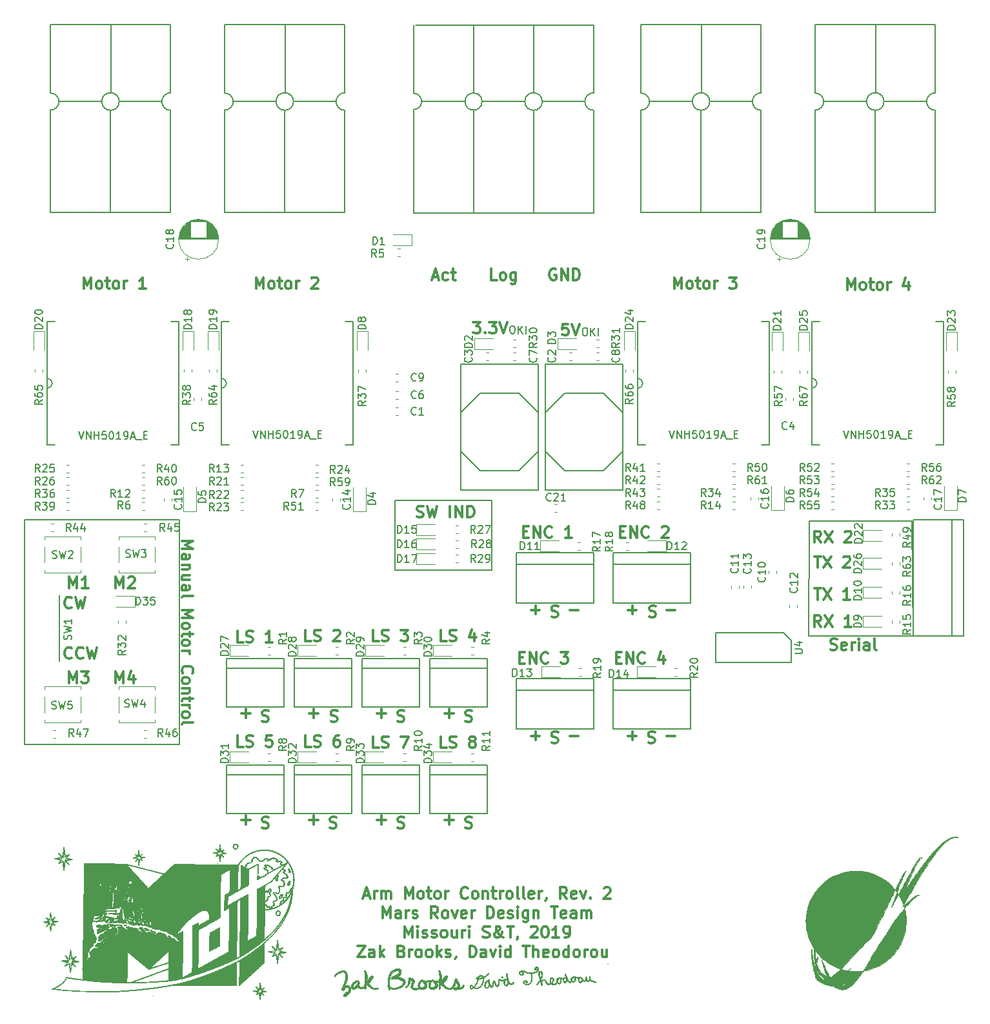
<source format=gbr>
G04 #@! TF.GenerationSoftware,KiCad,Pcbnew,(5.0.0)*
G04 #@! TF.CreationDate,2019-03-03T17:57:37-06:00*
G04 #@! TF.ProjectId,ArmMotorController_Hardware,41726D4D6F746F72436F6E74726F6C6C,rev?*
G04 #@! TF.SameCoordinates,Original*
G04 #@! TF.FileFunction,Legend,Top*
G04 #@! TF.FilePolarity,Positive*
%FSLAX46Y46*%
G04 Gerber Fmt 4.6, Leading zero omitted, Abs format (unit mm)*
G04 Created by KiCad (PCBNEW (5.0.0)) date 03/03/19 17:57:37*
%MOMM*%
%LPD*%
G01*
G04 APERTURE LIST*
%ADD10C,0.300000*%
%ADD11C,0.200000*%
%ADD12C,0.150000*%
%ADD13C,0.120000*%
%ADD14C,0.152400*%
%ADD15C,0.010000*%
G04 APERTURE END LIST*
D10*
X145371714Y-116558142D02*
X145586000Y-116629571D01*
X145943142Y-116629571D01*
X146086000Y-116558142D01*
X146157428Y-116486714D01*
X146228857Y-116343857D01*
X146228857Y-116201000D01*
X146157428Y-116058142D01*
X146086000Y-115986714D01*
X145943142Y-115915285D01*
X145657428Y-115843857D01*
X145514571Y-115772428D01*
X145443142Y-115701000D01*
X145371714Y-115558142D01*
X145371714Y-115415285D01*
X145443142Y-115272428D01*
X145514571Y-115201000D01*
X145657428Y-115129571D01*
X146014571Y-115129571D01*
X146228857Y-115201000D01*
X147443142Y-116558142D02*
X147300285Y-116629571D01*
X147014571Y-116629571D01*
X146871714Y-116558142D01*
X146800285Y-116415285D01*
X146800285Y-115843857D01*
X146871714Y-115701000D01*
X147014571Y-115629571D01*
X147300285Y-115629571D01*
X147443142Y-115701000D01*
X147514571Y-115843857D01*
X147514571Y-115986714D01*
X146800285Y-116129571D01*
X148157428Y-116629571D02*
X148157428Y-115629571D01*
X148157428Y-115915285D02*
X148228857Y-115772428D01*
X148300285Y-115701000D01*
X148443142Y-115629571D01*
X148586000Y-115629571D01*
X149086000Y-116629571D02*
X149086000Y-115629571D01*
X149086000Y-115129571D02*
X149014571Y-115201000D01*
X149086000Y-115272428D01*
X149157428Y-115201000D01*
X149086000Y-115129571D01*
X149086000Y-115272428D01*
X150443142Y-116629571D02*
X150443142Y-115843857D01*
X150371714Y-115701000D01*
X150228857Y-115629571D01*
X149943142Y-115629571D01*
X149800285Y-115701000D01*
X150443142Y-116558142D02*
X150300285Y-116629571D01*
X149943142Y-116629571D01*
X149800285Y-116558142D01*
X149728857Y-116415285D01*
X149728857Y-116272428D01*
X149800285Y-116129571D01*
X149943142Y-116058142D01*
X150300285Y-116058142D01*
X150443142Y-115986714D01*
X151371714Y-116629571D02*
X151228857Y-116558142D01*
X151157428Y-116415285D01*
X151157428Y-115129571D01*
X97488428Y-139926142D02*
X97702714Y-139997571D01*
X98059857Y-139997571D01*
X98202714Y-139926142D01*
X98274142Y-139854714D01*
X98345571Y-139711857D01*
X98345571Y-139569000D01*
X98274142Y-139426142D01*
X98202714Y-139354714D01*
X98059857Y-139283285D01*
X97774142Y-139211857D01*
X97631285Y-139140428D01*
X97559857Y-139069000D01*
X97488428Y-138926142D01*
X97488428Y-138783285D01*
X97559857Y-138640428D01*
X97631285Y-138569000D01*
X97774142Y-138497571D01*
X98131285Y-138497571D01*
X98345571Y-138569000D01*
X88598428Y-139926142D02*
X88812714Y-139997571D01*
X89169857Y-139997571D01*
X89312714Y-139926142D01*
X89384142Y-139854714D01*
X89455571Y-139711857D01*
X89455571Y-139569000D01*
X89384142Y-139426142D01*
X89312714Y-139354714D01*
X89169857Y-139283285D01*
X88884142Y-139211857D01*
X88741285Y-139140428D01*
X88669857Y-139069000D01*
X88598428Y-138926142D01*
X88598428Y-138783285D01*
X88669857Y-138640428D01*
X88741285Y-138569000D01*
X88884142Y-138497571D01*
X89241285Y-138497571D01*
X89455571Y-138569000D01*
X79708428Y-139926142D02*
X79922714Y-139997571D01*
X80279857Y-139997571D01*
X80422714Y-139926142D01*
X80494142Y-139854714D01*
X80565571Y-139711857D01*
X80565571Y-139569000D01*
X80494142Y-139426142D01*
X80422714Y-139354714D01*
X80279857Y-139283285D01*
X79994142Y-139211857D01*
X79851285Y-139140428D01*
X79779857Y-139069000D01*
X79708428Y-138926142D01*
X79708428Y-138783285D01*
X79779857Y-138640428D01*
X79851285Y-138569000D01*
X79994142Y-138497571D01*
X80351285Y-138497571D01*
X80565571Y-138569000D01*
X70818428Y-139926142D02*
X71032714Y-139997571D01*
X71389857Y-139997571D01*
X71532714Y-139926142D01*
X71604142Y-139854714D01*
X71675571Y-139711857D01*
X71675571Y-139569000D01*
X71604142Y-139426142D01*
X71532714Y-139354714D01*
X71389857Y-139283285D01*
X71104142Y-139211857D01*
X70961285Y-139140428D01*
X70889857Y-139069000D01*
X70818428Y-138926142D01*
X70818428Y-138783285D01*
X70889857Y-138640428D01*
X70961285Y-138569000D01*
X71104142Y-138497571D01*
X71461285Y-138497571D01*
X71675571Y-138569000D01*
X70818428Y-125956142D02*
X71032714Y-126027571D01*
X71389857Y-126027571D01*
X71532714Y-125956142D01*
X71604142Y-125884714D01*
X71675571Y-125741857D01*
X71675571Y-125599000D01*
X71604142Y-125456142D01*
X71532714Y-125384714D01*
X71389857Y-125313285D01*
X71104142Y-125241857D01*
X70961285Y-125170428D01*
X70889857Y-125099000D01*
X70818428Y-124956142D01*
X70818428Y-124813285D01*
X70889857Y-124670428D01*
X70961285Y-124599000D01*
X71104142Y-124527571D01*
X71461285Y-124527571D01*
X71675571Y-124599000D01*
X79835428Y-125956142D02*
X80049714Y-126027571D01*
X80406857Y-126027571D01*
X80549714Y-125956142D01*
X80621142Y-125884714D01*
X80692571Y-125741857D01*
X80692571Y-125599000D01*
X80621142Y-125456142D01*
X80549714Y-125384714D01*
X80406857Y-125313285D01*
X80121142Y-125241857D01*
X79978285Y-125170428D01*
X79906857Y-125099000D01*
X79835428Y-124956142D01*
X79835428Y-124813285D01*
X79906857Y-124670428D01*
X79978285Y-124599000D01*
X80121142Y-124527571D01*
X80478285Y-124527571D01*
X80692571Y-124599000D01*
X88598428Y-125956142D02*
X88812714Y-126027571D01*
X89169857Y-126027571D01*
X89312714Y-125956142D01*
X89384142Y-125884714D01*
X89455571Y-125741857D01*
X89455571Y-125599000D01*
X89384142Y-125456142D01*
X89312714Y-125384714D01*
X89169857Y-125313285D01*
X88884142Y-125241857D01*
X88741285Y-125170428D01*
X88669857Y-125099000D01*
X88598428Y-124956142D01*
X88598428Y-124813285D01*
X88669857Y-124670428D01*
X88741285Y-124599000D01*
X88884142Y-124527571D01*
X89241285Y-124527571D01*
X89455571Y-124599000D01*
X97488428Y-125956142D02*
X97702714Y-126027571D01*
X98059857Y-126027571D01*
X98202714Y-125956142D01*
X98274142Y-125884714D01*
X98345571Y-125741857D01*
X98345571Y-125599000D01*
X98274142Y-125456142D01*
X98202714Y-125384714D01*
X98059857Y-125313285D01*
X97774142Y-125241857D01*
X97631285Y-125170428D01*
X97559857Y-125099000D01*
X97488428Y-124956142D01*
X97488428Y-124813285D01*
X97559857Y-124670428D01*
X97631285Y-124599000D01*
X97774142Y-124527571D01*
X98131285Y-124527571D01*
X98345571Y-124599000D01*
X121491428Y-128750142D02*
X121705714Y-128821571D01*
X122062857Y-128821571D01*
X122205714Y-128750142D01*
X122277142Y-128678714D01*
X122348571Y-128535857D01*
X122348571Y-128393000D01*
X122277142Y-128250142D01*
X122205714Y-128178714D01*
X122062857Y-128107285D01*
X121777142Y-128035857D01*
X121634285Y-127964428D01*
X121562857Y-127893000D01*
X121491428Y-127750142D01*
X121491428Y-127607285D01*
X121562857Y-127464428D01*
X121634285Y-127393000D01*
X121777142Y-127321571D01*
X122134285Y-127321571D01*
X122348571Y-127393000D01*
X108791428Y-128750142D02*
X109005714Y-128821571D01*
X109362857Y-128821571D01*
X109505714Y-128750142D01*
X109577142Y-128678714D01*
X109648571Y-128535857D01*
X109648571Y-128393000D01*
X109577142Y-128250142D01*
X109505714Y-128178714D01*
X109362857Y-128107285D01*
X109077142Y-128035857D01*
X108934285Y-127964428D01*
X108862857Y-127893000D01*
X108791428Y-127750142D01*
X108791428Y-127607285D01*
X108862857Y-127464428D01*
X108934285Y-127393000D01*
X109077142Y-127321571D01*
X109434285Y-127321571D01*
X109648571Y-127393000D01*
X121618428Y-112240142D02*
X121832714Y-112311571D01*
X122189857Y-112311571D01*
X122332714Y-112240142D01*
X122404142Y-112168714D01*
X122475571Y-112025857D01*
X122475571Y-111883000D01*
X122404142Y-111740142D01*
X122332714Y-111668714D01*
X122189857Y-111597285D01*
X121904142Y-111525857D01*
X121761285Y-111454428D01*
X121689857Y-111383000D01*
X121618428Y-111240142D01*
X121618428Y-111097285D01*
X121689857Y-110954428D01*
X121761285Y-110883000D01*
X121904142Y-110811571D01*
X122261285Y-110811571D01*
X122475571Y-110883000D01*
X108791428Y-112240142D02*
X109005714Y-112311571D01*
X109362857Y-112311571D01*
X109505714Y-112240142D01*
X109577142Y-112168714D01*
X109648571Y-112025857D01*
X109648571Y-111883000D01*
X109577142Y-111740142D01*
X109505714Y-111668714D01*
X109362857Y-111597285D01*
X109077142Y-111525857D01*
X108934285Y-111454428D01*
X108862857Y-111383000D01*
X108791428Y-111240142D01*
X108791428Y-111097285D01*
X108862857Y-110954428D01*
X108934285Y-110883000D01*
X109077142Y-110811571D01*
X109434285Y-110811571D01*
X109648571Y-110883000D01*
X109347142Y-66687000D02*
X109204285Y-66615571D01*
X108990000Y-66615571D01*
X108775714Y-66687000D01*
X108632857Y-66829857D01*
X108561428Y-66972714D01*
X108490000Y-67258428D01*
X108490000Y-67472714D01*
X108561428Y-67758428D01*
X108632857Y-67901285D01*
X108775714Y-68044142D01*
X108990000Y-68115571D01*
X109132857Y-68115571D01*
X109347142Y-68044142D01*
X109418571Y-67972714D01*
X109418571Y-67472714D01*
X109132857Y-67472714D01*
X110061428Y-68115571D02*
X110061428Y-66615571D01*
X110918571Y-68115571D01*
X110918571Y-66615571D01*
X111632857Y-68115571D02*
X111632857Y-66615571D01*
X111990000Y-66615571D01*
X112204285Y-66687000D01*
X112347142Y-66829857D01*
X112418571Y-66972714D01*
X112490000Y-67258428D01*
X112490000Y-67472714D01*
X112418571Y-67758428D01*
X112347142Y-67901285D01*
X112204285Y-68044142D01*
X111990000Y-68115571D01*
X111632857Y-68115571D01*
X101596142Y-68115571D02*
X100881857Y-68115571D01*
X100881857Y-66615571D01*
X102310428Y-68115571D02*
X102167571Y-68044142D01*
X102096142Y-67972714D01*
X102024714Y-67829857D01*
X102024714Y-67401285D01*
X102096142Y-67258428D01*
X102167571Y-67187000D01*
X102310428Y-67115571D01*
X102524714Y-67115571D01*
X102667571Y-67187000D01*
X102739000Y-67258428D01*
X102810428Y-67401285D01*
X102810428Y-67829857D01*
X102739000Y-67972714D01*
X102667571Y-68044142D01*
X102524714Y-68115571D01*
X102310428Y-68115571D01*
X104096142Y-67115571D02*
X104096142Y-68329857D01*
X104024714Y-68472714D01*
X103953285Y-68544142D01*
X103810428Y-68615571D01*
X103596142Y-68615571D01*
X103453285Y-68544142D01*
X104096142Y-68044142D02*
X103953285Y-68115571D01*
X103667571Y-68115571D01*
X103524714Y-68044142D01*
X103453285Y-67972714D01*
X103381857Y-67829857D01*
X103381857Y-67401285D01*
X103453285Y-67258428D01*
X103524714Y-67187000D01*
X103667571Y-67115571D01*
X103953285Y-67115571D01*
X104096142Y-67187000D01*
X68135571Y-138918142D02*
X69278428Y-138918142D01*
X68707000Y-139489571D02*
X68707000Y-138346714D01*
X77025571Y-138918142D02*
X78168428Y-138918142D01*
X77597000Y-139489571D02*
X77597000Y-138346714D01*
X85915571Y-138918142D02*
X87058428Y-138918142D01*
X86487000Y-139489571D02*
X86487000Y-138346714D01*
X94805571Y-138918142D02*
X95948428Y-138918142D01*
X95377000Y-139489571D02*
X95377000Y-138346714D01*
X94805571Y-124948142D02*
X95948428Y-124948142D01*
X95377000Y-125519571D02*
X95377000Y-124376714D01*
X85915571Y-124948142D02*
X87058428Y-124948142D01*
X86487000Y-125519571D02*
X86487000Y-124376714D01*
X77025571Y-124948142D02*
X78168428Y-124948142D01*
X77597000Y-125519571D02*
X77597000Y-124376714D01*
X68135571Y-124948142D02*
X69278428Y-124948142D01*
X68707000Y-125519571D02*
X68707000Y-124376714D01*
X123888571Y-127869142D02*
X125031428Y-127869142D01*
X118808571Y-127869142D02*
X119951428Y-127869142D01*
X119380000Y-128440571D02*
X119380000Y-127297714D01*
X111188571Y-127869142D02*
X112331428Y-127869142D01*
X106108571Y-127869142D02*
X107251428Y-127869142D01*
X106680000Y-128440571D02*
X106680000Y-127297714D01*
X123888571Y-111359142D02*
X125031428Y-111359142D01*
X118808571Y-111359142D02*
X119951428Y-111359142D01*
X119380000Y-111930571D02*
X119380000Y-110787714D01*
X111188571Y-111359142D02*
X112331428Y-111359142D01*
X106108571Y-111359142D02*
X107251428Y-111359142D01*
X106680000Y-111930571D02*
X106680000Y-110787714D01*
D11*
X142494000Y-114808000D02*
X142748000Y-114808000D01*
X142621000Y-100076000D02*
X142494000Y-114808000D01*
X156210000Y-114808000D02*
X142748000Y-114808000D01*
X156083000Y-99695000D02*
X156210000Y-114808000D01*
X155702000Y-99695000D02*
X156083000Y-99695000D01*
X142621000Y-99695000D02*
X142621000Y-100076000D01*
X155702000Y-99695000D02*
X142621000Y-99695000D01*
D10*
X144133285Y-102532571D02*
X143633285Y-101818285D01*
X143276142Y-102532571D02*
X143276142Y-101032571D01*
X143847571Y-101032571D01*
X143990428Y-101104000D01*
X144061857Y-101175428D01*
X144133285Y-101318285D01*
X144133285Y-101532571D01*
X144061857Y-101675428D01*
X143990428Y-101746857D01*
X143847571Y-101818285D01*
X143276142Y-101818285D01*
X144633285Y-101032571D02*
X145633285Y-102532571D01*
X145633285Y-101032571D02*
X144633285Y-102532571D01*
X147276142Y-101175428D02*
X147347571Y-101104000D01*
X147490428Y-101032571D01*
X147847571Y-101032571D01*
X147990428Y-101104000D01*
X148061857Y-101175428D01*
X148133285Y-101318285D01*
X148133285Y-101461142D01*
X148061857Y-101675428D01*
X147204714Y-102532571D01*
X148133285Y-102532571D01*
X143240428Y-104334571D02*
X144097571Y-104334571D01*
X143669000Y-105834571D02*
X143669000Y-104334571D01*
X144454714Y-104334571D02*
X145454714Y-105834571D01*
X145454714Y-104334571D02*
X144454714Y-105834571D01*
X147097571Y-104477428D02*
X147169000Y-104406000D01*
X147311857Y-104334571D01*
X147669000Y-104334571D01*
X147811857Y-104406000D01*
X147883285Y-104477428D01*
X147954714Y-104620285D01*
X147954714Y-104763142D01*
X147883285Y-104977428D01*
X147026142Y-105834571D01*
X147954714Y-105834571D01*
X86094285Y-115486571D02*
X85380000Y-115486571D01*
X85380000Y-113986571D01*
X86522857Y-115415142D02*
X86737142Y-115486571D01*
X87094285Y-115486571D01*
X87237142Y-115415142D01*
X87308571Y-115343714D01*
X87380000Y-115200857D01*
X87380000Y-115058000D01*
X87308571Y-114915142D01*
X87237142Y-114843714D01*
X87094285Y-114772285D01*
X86808571Y-114700857D01*
X86665714Y-114629428D01*
X86594285Y-114558000D01*
X86522857Y-114415142D01*
X86522857Y-114272285D01*
X86594285Y-114129428D01*
X86665714Y-114058000D01*
X86808571Y-113986571D01*
X87165714Y-113986571D01*
X87380000Y-114058000D01*
X89022857Y-113986571D02*
X89951428Y-113986571D01*
X89451428Y-114558000D01*
X89665714Y-114558000D01*
X89808571Y-114629428D01*
X89880000Y-114700857D01*
X89951428Y-114843714D01*
X89951428Y-115200857D01*
X89880000Y-115343714D01*
X89808571Y-115415142D01*
X89665714Y-115486571D01*
X89237142Y-115486571D01*
X89094285Y-115415142D01*
X89022857Y-115343714D01*
X144133285Y-113581571D02*
X143633285Y-112867285D01*
X143276142Y-113581571D02*
X143276142Y-112081571D01*
X143847571Y-112081571D01*
X143990428Y-112153000D01*
X144061857Y-112224428D01*
X144133285Y-112367285D01*
X144133285Y-112581571D01*
X144061857Y-112724428D01*
X143990428Y-112795857D01*
X143847571Y-112867285D01*
X143276142Y-112867285D01*
X144633285Y-112081571D02*
X145633285Y-113581571D01*
X145633285Y-112081571D02*
X144633285Y-113581571D01*
X148133285Y-113581571D02*
X147276142Y-113581571D01*
X147704714Y-113581571D02*
X147704714Y-112081571D01*
X147561857Y-112295857D01*
X147419000Y-112438714D01*
X147276142Y-112510142D01*
X143240428Y-108525571D02*
X144097571Y-108525571D01*
X143669000Y-110025571D02*
X143669000Y-108525571D01*
X144454714Y-108525571D02*
X145454714Y-110025571D01*
X145454714Y-108525571D02*
X144454714Y-110025571D01*
X147954714Y-110025571D02*
X147097571Y-110025571D01*
X147526142Y-110025571D02*
X147526142Y-108525571D01*
X147383285Y-108739857D01*
X147240428Y-108882714D01*
X147097571Y-108954142D01*
X93186428Y-67687000D02*
X93900714Y-67687000D01*
X93043571Y-68115571D02*
X93543571Y-66615571D01*
X94043571Y-68115571D01*
X95186428Y-68044142D02*
X95043571Y-68115571D01*
X94757857Y-68115571D01*
X94615000Y-68044142D01*
X94543571Y-67972714D01*
X94472142Y-67829857D01*
X94472142Y-67401285D01*
X94543571Y-67258428D01*
X94615000Y-67187000D01*
X94757857Y-67115571D01*
X95043571Y-67115571D01*
X95186428Y-67187000D01*
X95615000Y-67115571D02*
X96186428Y-67115571D01*
X95829285Y-66615571D02*
X95829285Y-67901285D01*
X95900714Y-68044142D01*
X96043571Y-68115571D01*
X96186428Y-68115571D01*
X51617714Y-120947571D02*
X51617714Y-119447571D01*
X52117714Y-120519000D01*
X52617714Y-119447571D01*
X52617714Y-120947571D01*
X53974857Y-119947571D02*
X53974857Y-120947571D01*
X53617714Y-119376142D02*
X53260571Y-120447571D01*
X54189142Y-120447571D01*
X45521714Y-120947571D02*
X45521714Y-119447571D01*
X46021714Y-120519000D01*
X46521714Y-119447571D01*
X46521714Y-120947571D01*
X47093142Y-119447571D02*
X48021714Y-119447571D01*
X47521714Y-120019000D01*
X47736000Y-120019000D01*
X47878857Y-120090428D01*
X47950285Y-120161857D01*
X48021714Y-120304714D01*
X48021714Y-120661857D01*
X47950285Y-120804714D01*
X47878857Y-120876142D01*
X47736000Y-120947571D01*
X47307428Y-120947571D01*
X47164571Y-120876142D01*
X47093142Y-120804714D01*
X51617714Y-108501571D02*
X51617714Y-107001571D01*
X52117714Y-108073000D01*
X52617714Y-107001571D01*
X52617714Y-108501571D01*
X53260571Y-107144428D02*
X53332000Y-107073000D01*
X53474857Y-107001571D01*
X53832000Y-107001571D01*
X53974857Y-107073000D01*
X54046285Y-107144428D01*
X54117714Y-107287285D01*
X54117714Y-107430142D01*
X54046285Y-107644428D01*
X53189142Y-108501571D01*
X54117714Y-108501571D01*
X45521714Y-108501571D02*
X45521714Y-107001571D01*
X46021714Y-108073000D01*
X46521714Y-107001571D01*
X46521714Y-108501571D01*
X48021714Y-108501571D02*
X47164571Y-108501571D01*
X47593142Y-108501571D02*
X47593142Y-107001571D01*
X47450285Y-107215857D01*
X47307428Y-107358714D01*
X47164571Y-107430142D01*
X60281428Y-102371428D02*
X61781428Y-102371428D01*
X60710000Y-102871428D01*
X61781428Y-103371428D01*
X60281428Y-103371428D01*
X60281428Y-104728571D02*
X61067142Y-104728571D01*
X61210000Y-104657142D01*
X61281428Y-104514285D01*
X61281428Y-104228571D01*
X61210000Y-104085714D01*
X60352857Y-104728571D02*
X60281428Y-104585714D01*
X60281428Y-104228571D01*
X60352857Y-104085714D01*
X60495714Y-104014285D01*
X60638571Y-104014285D01*
X60781428Y-104085714D01*
X60852857Y-104228571D01*
X60852857Y-104585714D01*
X60924285Y-104728571D01*
X61281428Y-105442857D02*
X60281428Y-105442857D01*
X61138571Y-105442857D02*
X61210000Y-105514285D01*
X61281428Y-105657142D01*
X61281428Y-105871428D01*
X61210000Y-106014285D01*
X61067142Y-106085714D01*
X60281428Y-106085714D01*
X61281428Y-107442857D02*
X60281428Y-107442857D01*
X61281428Y-106800000D02*
X60495714Y-106800000D01*
X60352857Y-106871428D01*
X60281428Y-107014285D01*
X60281428Y-107228571D01*
X60352857Y-107371428D01*
X60424285Y-107442857D01*
X60281428Y-108800000D02*
X61067142Y-108800000D01*
X61210000Y-108728571D01*
X61281428Y-108585714D01*
X61281428Y-108300000D01*
X61210000Y-108157142D01*
X60352857Y-108800000D02*
X60281428Y-108657142D01*
X60281428Y-108300000D01*
X60352857Y-108157142D01*
X60495714Y-108085714D01*
X60638571Y-108085714D01*
X60781428Y-108157142D01*
X60852857Y-108300000D01*
X60852857Y-108657142D01*
X60924285Y-108800000D01*
X60281428Y-109728571D02*
X60352857Y-109585714D01*
X60495714Y-109514285D01*
X61781428Y-109514285D01*
X60281428Y-111442857D02*
X61781428Y-111442857D01*
X60710000Y-111942857D01*
X61781428Y-112442857D01*
X60281428Y-112442857D01*
X60281428Y-113371428D02*
X60352857Y-113228571D01*
X60424285Y-113157142D01*
X60567142Y-113085714D01*
X60995714Y-113085714D01*
X61138571Y-113157142D01*
X61210000Y-113228571D01*
X61281428Y-113371428D01*
X61281428Y-113585714D01*
X61210000Y-113728571D01*
X61138571Y-113800000D01*
X60995714Y-113871428D01*
X60567142Y-113871428D01*
X60424285Y-113800000D01*
X60352857Y-113728571D01*
X60281428Y-113585714D01*
X60281428Y-113371428D01*
X61281428Y-114300000D02*
X61281428Y-114871428D01*
X61781428Y-114514285D02*
X60495714Y-114514285D01*
X60352857Y-114585714D01*
X60281428Y-114728571D01*
X60281428Y-114871428D01*
X60281428Y-115585714D02*
X60352857Y-115442857D01*
X60424285Y-115371428D01*
X60567142Y-115300000D01*
X60995714Y-115300000D01*
X61138571Y-115371428D01*
X61210000Y-115442857D01*
X61281428Y-115585714D01*
X61281428Y-115800000D01*
X61210000Y-115942857D01*
X61138571Y-116014285D01*
X60995714Y-116085714D01*
X60567142Y-116085714D01*
X60424285Y-116014285D01*
X60352857Y-115942857D01*
X60281428Y-115800000D01*
X60281428Y-115585714D01*
X60281428Y-116728571D02*
X61281428Y-116728571D01*
X60995714Y-116728571D02*
X61138571Y-116800000D01*
X61210000Y-116871428D01*
X61281428Y-117014285D01*
X61281428Y-117157142D01*
X60424285Y-119657142D02*
X60352857Y-119585714D01*
X60281428Y-119371428D01*
X60281428Y-119228571D01*
X60352857Y-119014285D01*
X60495714Y-118871428D01*
X60638571Y-118800000D01*
X60924285Y-118728571D01*
X61138571Y-118728571D01*
X61424285Y-118800000D01*
X61567142Y-118871428D01*
X61710000Y-119014285D01*
X61781428Y-119228571D01*
X61781428Y-119371428D01*
X61710000Y-119585714D01*
X61638571Y-119657142D01*
X60281428Y-120514285D02*
X60352857Y-120371428D01*
X60424285Y-120300000D01*
X60567142Y-120228571D01*
X60995714Y-120228571D01*
X61138571Y-120300000D01*
X61210000Y-120371428D01*
X61281428Y-120514285D01*
X61281428Y-120728571D01*
X61210000Y-120871428D01*
X61138571Y-120942857D01*
X60995714Y-121014285D01*
X60567142Y-121014285D01*
X60424285Y-120942857D01*
X60352857Y-120871428D01*
X60281428Y-120728571D01*
X60281428Y-120514285D01*
X61281428Y-121657142D02*
X60281428Y-121657142D01*
X61138571Y-121657142D02*
X61210000Y-121728571D01*
X61281428Y-121871428D01*
X61281428Y-122085714D01*
X61210000Y-122228571D01*
X61067142Y-122300000D01*
X60281428Y-122300000D01*
X61281428Y-122800000D02*
X61281428Y-123371428D01*
X61781428Y-123014285D02*
X60495714Y-123014285D01*
X60352857Y-123085714D01*
X60281428Y-123228571D01*
X60281428Y-123371428D01*
X60281428Y-123871428D02*
X61281428Y-123871428D01*
X60995714Y-123871428D02*
X61138571Y-123942857D01*
X61210000Y-124014285D01*
X61281428Y-124157142D01*
X61281428Y-124300000D01*
X60281428Y-125014285D02*
X60352857Y-124871428D01*
X60424285Y-124800000D01*
X60567142Y-124728571D01*
X60995714Y-124728571D01*
X61138571Y-124800000D01*
X61210000Y-124871428D01*
X61281428Y-125014285D01*
X61281428Y-125228571D01*
X61210000Y-125371428D01*
X61138571Y-125442857D01*
X60995714Y-125514285D01*
X60567142Y-125514285D01*
X60424285Y-125442857D01*
X60352857Y-125371428D01*
X60281428Y-125228571D01*
X60281428Y-125014285D01*
X60281428Y-126371428D02*
X60352857Y-126228571D01*
X60495714Y-126157142D01*
X61781428Y-126157142D01*
D11*
X39624000Y-129032000D02*
X39624000Y-99568000D01*
X59944000Y-129032000D02*
X39624000Y-129032000D01*
X59944000Y-99568000D02*
X59944000Y-129032000D01*
X39624000Y-99568000D02*
X59944000Y-99568000D01*
X88265000Y-97028000D02*
X90297000Y-97028000D01*
X88265000Y-106172000D02*
X88265000Y-97028000D01*
X90297000Y-106172000D02*
X88265000Y-106172000D01*
X100965000Y-106172000D02*
X98933000Y-106172000D01*
X100965000Y-97028000D02*
X100965000Y-106172000D01*
X98933000Y-97028000D02*
X100965000Y-97028000D01*
X90297000Y-106172000D02*
X98933000Y-106172000D01*
X98933000Y-97028000D02*
X90297000Y-97028000D01*
D10*
X77204285Y-129329571D02*
X76490000Y-129329571D01*
X76490000Y-127829571D01*
X77632857Y-129258142D02*
X77847142Y-129329571D01*
X78204285Y-129329571D01*
X78347142Y-129258142D01*
X78418571Y-129186714D01*
X78490000Y-129043857D01*
X78490000Y-128901000D01*
X78418571Y-128758142D01*
X78347142Y-128686714D01*
X78204285Y-128615285D01*
X77918571Y-128543857D01*
X77775714Y-128472428D01*
X77704285Y-128401000D01*
X77632857Y-128258142D01*
X77632857Y-128115285D01*
X77704285Y-127972428D01*
X77775714Y-127901000D01*
X77918571Y-127829571D01*
X78275714Y-127829571D01*
X78490000Y-127901000D01*
X80918571Y-127829571D02*
X80632857Y-127829571D01*
X80490000Y-127901000D01*
X80418571Y-127972428D01*
X80275714Y-128186714D01*
X80204285Y-128472428D01*
X80204285Y-129043857D01*
X80275714Y-129186714D01*
X80347142Y-129258142D01*
X80490000Y-129329571D01*
X80775714Y-129329571D01*
X80918571Y-129258142D01*
X80990000Y-129186714D01*
X81061428Y-129043857D01*
X81061428Y-128686714D01*
X80990000Y-128543857D01*
X80918571Y-128472428D01*
X80775714Y-128401000D01*
X80490000Y-128401000D01*
X80347142Y-128472428D01*
X80275714Y-128543857D01*
X80204285Y-128686714D01*
X86094285Y-129456571D02*
X85380000Y-129456571D01*
X85380000Y-127956571D01*
X86522857Y-129385142D02*
X86737142Y-129456571D01*
X87094285Y-129456571D01*
X87237142Y-129385142D01*
X87308571Y-129313714D01*
X87380000Y-129170857D01*
X87380000Y-129028000D01*
X87308571Y-128885142D01*
X87237142Y-128813714D01*
X87094285Y-128742285D01*
X86808571Y-128670857D01*
X86665714Y-128599428D01*
X86594285Y-128528000D01*
X86522857Y-128385142D01*
X86522857Y-128242285D01*
X86594285Y-128099428D01*
X86665714Y-128028000D01*
X86808571Y-127956571D01*
X87165714Y-127956571D01*
X87380000Y-128028000D01*
X89022857Y-127956571D02*
X90022857Y-127956571D01*
X89380000Y-129456571D01*
X45847142Y-117629714D02*
X45775714Y-117701142D01*
X45561428Y-117772571D01*
X45418571Y-117772571D01*
X45204285Y-117701142D01*
X45061428Y-117558285D01*
X44990000Y-117415428D01*
X44918571Y-117129714D01*
X44918571Y-116915428D01*
X44990000Y-116629714D01*
X45061428Y-116486857D01*
X45204285Y-116344000D01*
X45418571Y-116272571D01*
X45561428Y-116272571D01*
X45775714Y-116344000D01*
X45847142Y-116415428D01*
X47347142Y-117629714D02*
X47275714Y-117701142D01*
X47061428Y-117772571D01*
X46918571Y-117772571D01*
X46704285Y-117701142D01*
X46561428Y-117558285D01*
X46490000Y-117415428D01*
X46418571Y-117129714D01*
X46418571Y-116915428D01*
X46490000Y-116629714D01*
X46561428Y-116486857D01*
X46704285Y-116344000D01*
X46918571Y-116272571D01*
X47061428Y-116272571D01*
X47275714Y-116344000D01*
X47347142Y-116415428D01*
X47847142Y-116272571D02*
X48204285Y-117772571D01*
X48490000Y-116701142D01*
X48775714Y-117772571D01*
X49132857Y-116272571D01*
X45835142Y-111025714D02*
X45763714Y-111097142D01*
X45549428Y-111168571D01*
X45406571Y-111168571D01*
X45192285Y-111097142D01*
X45049428Y-110954285D01*
X44978000Y-110811428D01*
X44906571Y-110525714D01*
X44906571Y-110311428D01*
X44978000Y-110025714D01*
X45049428Y-109882857D01*
X45192285Y-109740000D01*
X45406571Y-109668571D01*
X45549428Y-109668571D01*
X45763714Y-109740000D01*
X45835142Y-109811428D01*
X46335142Y-109668571D02*
X46692285Y-111168571D01*
X46978000Y-110097142D01*
X47263714Y-111168571D01*
X47620857Y-109668571D01*
X91119000Y-99159142D02*
X91333285Y-99230571D01*
X91690428Y-99230571D01*
X91833285Y-99159142D01*
X91904714Y-99087714D01*
X91976142Y-98944857D01*
X91976142Y-98802000D01*
X91904714Y-98659142D01*
X91833285Y-98587714D01*
X91690428Y-98516285D01*
X91404714Y-98444857D01*
X91261857Y-98373428D01*
X91190428Y-98302000D01*
X91119000Y-98159142D01*
X91119000Y-98016285D01*
X91190428Y-97873428D01*
X91261857Y-97802000D01*
X91404714Y-97730571D01*
X91761857Y-97730571D01*
X91976142Y-97802000D01*
X92476142Y-97730571D02*
X92833285Y-99230571D01*
X93119000Y-98159142D01*
X93404714Y-99230571D01*
X93761857Y-97730571D01*
X95476142Y-99230571D02*
X95476142Y-97730571D01*
X96190428Y-99230571D02*
X96190428Y-97730571D01*
X97047571Y-99230571D01*
X97047571Y-97730571D01*
X97761857Y-99230571D02*
X97761857Y-97730571D01*
X98119000Y-97730571D01*
X98333285Y-97802000D01*
X98476142Y-97944857D01*
X98547571Y-98087714D01*
X98619000Y-98373428D01*
X98619000Y-98587714D01*
X98547571Y-98873428D01*
X98476142Y-99016285D01*
X98333285Y-99159142D01*
X98119000Y-99230571D01*
X97761857Y-99230571D01*
X117253142Y-117621857D02*
X117753142Y-117621857D01*
X117967428Y-118407571D02*
X117253142Y-118407571D01*
X117253142Y-116907571D01*
X117967428Y-116907571D01*
X118610285Y-118407571D02*
X118610285Y-116907571D01*
X119467428Y-118407571D01*
X119467428Y-116907571D01*
X121038857Y-118264714D02*
X120967428Y-118336142D01*
X120753142Y-118407571D01*
X120610285Y-118407571D01*
X120396000Y-118336142D01*
X120253142Y-118193285D01*
X120181714Y-118050428D01*
X120110285Y-117764714D01*
X120110285Y-117550428D01*
X120181714Y-117264714D01*
X120253142Y-117121857D01*
X120396000Y-116979000D01*
X120610285Y-116907571D01*
X120753142Y-116907571D01*
X120967428Y-116979000D01*
X121038857Y-117050428D01*
X123467428Y-117407571D02*
X123467428Y-118407571D01*
X123110285Y-116836142D02*
X122753142Y-117907571D01*
X123681714Y-117907571D01*
X104553142Y-117621857D02*
X105053142Y-117621857D01*
X105267428Y-118407571D02*
X104553142Y-118407571D01*
X104553142Y-116907571D01*
X105267428Y-116907571D01*
X105910285Y-118407571D02*
X105910285Y-116907571D01*
X106767428Y-118407571D01*
X106767428Y-116907571D01*
X108338857Y-118264714D02*
X108267428Y-118336142D01*
X108053142Y-118407571D01*
X107910285Y-118407571D01*
X107696000Y-118336142D01*
X107553142Y-118193285D01*
X107481714Y-118050428D01*
X107410285Y-117764714D01*
X107410285Y-117550428D01*
X107481714Y-117264714D01*
X107553142Y-117121857D01*
X107696000Y-116979000D01*
X107910285Y-116907571D01*
X108053142Y-116907571D01*
X108267428Y-116979000D01*
X108338857Y-117050428D01*
X109981714Y-116907571D02*
X110910285Y-116907571D01*
X110410285Y-117479000D01*
X110624571Y-117479000D01*
X110767428Y-117550428D01*
X110838857Y-117621857D01*
X110910285Y-117764714D01*
X110910285Y-118121857D01*
X110838857Y-118264714D01*
X110767428Y-118336142D01*
X110624571Y-118407571D01*
X110196000Y-118407571D01*
X110053142Y-118336142D01*
X109981714Y-118264714D01*
X117761142Y-101111857D02*
X118261142Y-101111857D01*
X118475428Y-101897571D02*
X117761142Y-101897571D01*
X117761142Y-100397571D01*
X118475428Y-100397571D01*
X119118285Y-101897571D02*
X119118285Y-100397571D01*
X119975428Y-101897571D01*
X119975428Y-100397571D01*
X121546857Y-101754714D02*
X121475428Y-101826142D01*
X121261142Y-101897571D01*
X121118285Y-101897571D01*
X120904000Y-101826142D01*
X120761142Y-101683285D01*
X120689714Y-101540428D01*
X120618285Y-101254714D01*
X120618285Y-101040428D01*
X120689714Y-100754714D01*
X120761142Y-100611857D01*
X120904000Y-100469000D01*
X121118285Y-100397571D01*
X121261142Y-100397571D01*
X121475428Y-100469000D01*
X121546857Y-100540428D01*
X123261142Y-100540428D02*
X123332571Y-100469000D01*
X123475428Y-100397571D01*
X123832571Y-100397571D01*
X123975428Y-100469000D01*
X124046857Y-100540428D01*
X124118285Y-100683285D01*
X124118285Y-100826142D01*
X124046857Y-101040428D01*
X123189714Y-101897571D01*
X124118285Y-101897571D01*
X84151428Y-148825000D02*
X84865714Y-148825000D01*
X84008571Y-149253571D02*
X84508571Y-147753571D01*
X85008571Y-149253571D01*
X85508571Y-149253571D02*
X85508571Y-148253571D01*
X85508571Y-148539285D02*
X85580000Y-148396428D01*
X85651428Y-148325000D01*
X85794285Y-148253571D01*
X85937142Y-148253571D01*
X86437142Y-149253571D02*
X86437142Y-148253571D01*
X86437142Y-148396428D02*
X86508571Y-148325000D01*
X86651428Y-148253571D01*
X86865714Y-148253571D01*
X87008571Y-148325000D01*
X87080000Y-148467857D01*
X87080000Y-149253571D01*
X87080000Y-148467857D02*
X87151428Y-148325000D01*
X87294285Y-148253571D01*
X87508571Y-148253571D01*
X87651428Y-148325000D01*
X87722857Y-148467857D01*
X87722857Y-149253571D01*
X89580000Y-149253571D02*
X89580000Y-147753571D01*
X90080000Y-148825000D01*
X90580000Y-147753571D01*
X90580000Y-149253571D01*
X91508571Y-149253571D02*
X91365714Y-149182142D01*
X91294285Y-149110714D01*
X91222857Y-148967857D01*
X91222857Y-148539285D01*
X91294285Y-148396428D01*
X91365714Y-148325000D01*
X91508571Y-148253571D01*
X91722857Y-148253571D01*
X91865714Y-148325000D01*
X91937142Y-148396428D01*
X92008571Y-148539285D01*
X92008571Y-148967857D01*
X91937142Y-149110714D01*
X91865714Y-149182142D01*
X91722857Y-149253571D01*
X91508571Y-149253571D01*
X92437142Y-148253571D02*
X93008571Y-148253571D01*
X92651428Y-147753571D02*
X92651428Y-149039285D01*
X92722857Y-149182142D01*
X92865714Y-149253571D01*
X93008571Y-149253571D01*
X93722857Y-149253571D02*
X93580000Y-149182142D01*
X93508571Y-149110714D01*
X93437142Y-148967857D01*
X93437142Y-148539285D01*
X93508571Y-148396428D01*
X93580000Y-148325000D01*
X93722857Y-148253571D01*
X93937142Y-148253571D01*
X94080000Y-148325000D01*
X94151428Y-148396428D01*
X94222857Y-148539285D01*
X94222857Y-148967857D01*
X94151428Y-149110714D01*
X94080000Y-149182142D01*
X93937142Y-149253571D01*
X93722857Y-149253571D01*
X94865714Y-149253571D02*
X94865714Y-148253571D01*
X94865714Y-148539285D02*
X94937142Y-148396428D01*
X95008571Y-148325000D01*
X95151428Y-148253571D01*
X95294285Y-148253571D01*
X97794285Y-149110714D02*
X97722857Y-149182142D01*
X97508571Y-149253571D01*
X97365714Y-149253571D01*
X97151428Y-149182142D01*
X97008571Y-149039285D01*
X96937142Y-148896428D01*
X96865714Y-148610714D01*
X96865714Y-148396428D01*
X96937142Y-148110714D01*
X97008571Y-147967857D01*
X97151428Y-147825000D01*
X97365714Y-147753571D01*
X97508571Y-147753571D01*
X97722857Y-147825000D01*
X97794285Y-147896428D01*
X98651428Y-149253571D02*
X98508571Y-149182142D01*
X98437142Y-149110714D01*
X98365714Y-148967857D01*
X98365714Y-148539285D01*
X98437142Y-148396428D01*
X98508571Y-148325000D01*
X98651428Y-148253571D01*
X98865714Y-148253571D01*
X99008571Y-148325000D01*
X99080000Y-148396428D01*
X99151428Y-148539285D01*
X99151428Y-148967857D01*
X99080000Y-149110714D01*
X99008571Y-149182142D01*
X98865714Y-149253571D01*
X98651428Y-149253571D01*
X99794285Y-148253571D02*
X99794285Y-149253571D01*
X99794285Y-148396428D02*
X99865714Y-148325000D01*
X100008571Y-148253571D01*
X100222857Y-148253571D01*
X100365714Y-148325000D01*
X100437142Y-148467857D01*
X100437142Y-149253571D01*
X100937142Y-148253571D02*
X101508571Y-148253571D01*
X101151428Y-147753571D02*
X101151428Y-149039285D01*
X101222857Y-149182142D01*
X101365714Y-149253571D01*
X101508571Y-149253571D01*
X102008571Y-149253571D02*
X102008571Y-148253571D01*
X102008571Y-148539285D02*
X102080000Y-148396428D01*
X102151428Y-148325000D01*
X102294285Y-148253571D01*
X102437142Y-148253571D01*
X103151428Y-149253571D02*
X103008571Y-149182142D01*
X102937142Y-149110714D01*
X102865714Y-148967857D01*
X102865714Y-148539285D01*
X102937142Y-148396428D01*
X103008571Y-148325000D01*
X103151428Y-148253571D01*
X103365714Y-148253571D01*
X103508571Y-148325000D01*
X103580000Y-148396428D01*
X103651428Y-148539285D01*
X103651428Y-148967857D01*
X103580000Y-149110714D01*
X103508571Y-149182142D01*
X103365714Y-149253571D01*
X103151428Y-149253571D01*
X104508571Y-149253571D02*
X104365714Y-149182142D01*
X104294285Y-149039285D01*
X104294285Y-147753571D01*
X105294285Y-149253571D02*
X105151428Y-149182142D01*
X105080000Y-149039285D01*
X105080000Y-147753571D01*
X106437142Y-149182142D02*
X106294285Y-149253571D01*
X106008571Y-149253571D01*
X105865714Y-149182142D01*
X105794285Y-149039285D01*
X105794285Y-148467857D01*
X105865714Y-148325000D01*
X106008571Y-148253571D01*
X106294285Y-148253571D01*
X106437142Y-148325000D01*
X106508571Y-148467857D01*
X106508571Y-148610714D01*
X105794285Y-148753571D01*
X107151428Y-149253571D02*
X107151428Y-148253571D01*
X107151428Y-148539285D02*
X107222857Y-148396428D01*
X107294285Y-148325000D01*
X107437142Y-148253571D01*
X107580000Y-148253571D01*
X108151428Y-149182142D02*
X108151428Y-149253571D01*
X108080000Y-149396428D01*
X108008571Y-149467857D01*
X110794285Y-149253571D02*
X110294285Y-148539285D01*
X109937142Y-149253571D02*
X109937142Y-147753571D01*
X110508571Y-147753571D01*
X110651428Y-147825000D01*
X110722857Y-147896428D01*
X110794285Y-148039285D01*
X110794285Y-148253571D01*
X110722857Y-148396428D01*
X110651428Y-148467857D01*
X110508571Y-148539285D01*
X109937142Y-148539285D01*
X112008571Y-149182142D02*
X111865714Y-149253571D01*
X111580000Y-149253571D01*
X111437142Y-149182142D01*
X111365714Y-149039285D01*
X111365714Y-148467857D01*
X111437142Y-148325000D01*
X111580000Y-148253571D01*
X111865714Y-148253571D01*
X112008571Y-148325000D01*
X112080000Y-148467857D01*
X112080000Y-148610714D01*
X111365714Y-148753571D01*
X112580000Y-148253571D02*
X112937142Y-149253571D01*
X113294285Y-148253571D01*
X113865714Y-149110714D02*
X113937142Y-149182142D01*
X113865714Y-149253571D01*
X113794285Y-149182142D01*
X113865714Y-149110714D01*
X113865714Y-149253571D01*
X115651428Y-147896428D02*
X115722857Y-147825000D01*
X115865714Y-147753571D01*
X116222857Y-147753571D01*
X116365714Y-147825000D01*
X116437142Y-147896428D01*
X116508571Y-148039285D01*
X116508571Y-148182142D01*
X116437142Y-148396428D01*
X115580000Y-149253571D01*
X116508571Y-149253571D01*
X86651428Y-151803571D02*
X86651428Y-150303571D01*
X87151428Y-151375000D01*
X87651428Y-150303571D01*
X87651428Y-151803571D01*
X89008571Y-151803571D02*
X89008571Y-151017857D01*
X88937142Y-150875000D01*
X88794285Y-150803571D01*
X88508571Y-150803571D01*
X88365714Y-150875000D01*
X89008571Y-151732142D02*
X88865714Y-151803571D01*
X88508571Y-151803571D01*
X88365714Y-151732142D01*
X88294285Y-151589285D01*
X88294285Y-151446428D01*
X88365714Y-151303571D01*
X88508571Y-151232142D01*
X88865714Y-151232142D01*
X89008571Y-151160714D01*
X89722857Y-151803571D02*
X89722857Y-150803571D01*
X89722857Y-151089285D02*
X89794285Y-150946428D01*
X89865714Y-150875000D01*
X90008571Y-150803571D01*
X90151428Y-150803571D01*
X90580000Y-151732142D02*
X90722857Y-151803571D01*
X91008571Y-151803571D01*
X91151428Y-151732142D01*
X91222857Y-151589285D01*
X91222857Y-151517857D01*
X91151428Y-151375000D01*
X91008571Y-151303571D01*
X90794285Y-151303571D01*
X90651428Y-151232142D01*
X90580000Y-151089285D01*
X90580000Y-151017857D01*
X90651428Y-150875000D01*
X90794285Y-150803571D01*
X91008571Y-150803571D01*
X91151428Y-150875000D01*
X93865714Y-151803571D02*
X93365714Y-151089285D01*
X93008571Y-151803571D02*
X93008571Y-150303571D01*
X93580000Y-150303571D01*
X93722857Y-150375000D01*
X93794285Y-150446428D01*
X93865714Y-150589285D01*
X93865714Y-150803571D01*
X93794285Y-150946428D01*
X93722857Y-151017857D01*
X93580000Y-151089285D01*
X93008571Y-151089285D01*
X94722857Y-151803571D02*
X94580000Y-151732142D01*
X94508571Y-151660714D01*
X94437142Y-151517857D01*
X94437142Y-151089285D01*
X94508571Y-150946428D01*
X94580000Y-150875000D01*
X94722857Y-150803571D01*
X94937142Y-150803571D01*
X95080000Y-150875000D01*
X95151428Y-150946428D01*
X95222857Y-151089285D01*
X95222857Y-151517857D01*
X95151428Y-151660714D01*
X95080000Y-151732142D01*
X94937142Y-151803571D01*
X94722857Y-151803571D01*
X95722857Y-150803571D02*
X96080000Y-151803571D01*
X96437142Y-150803571D01*
X97580000Y-151732142D02*
X97437142Y-151803571D01*
X97151428Y-151803571D01*
X97008571Y-151732142D01*
X96937142Y-151589285D01*
X96937142Y-151017857D01*
X97008571Y-150875000D01*
X97151428Y-150803571D01*
X97437142Y-150803571D01*
X97580000Y-150875000D01*
X97651428Y-151017857D01*
X97651428Y-151160714D01*
X96937142Y-151303571D01*
X98294285Y-151803571D02*
X98294285Y-150803571D01*
X98294285Y-151089285D02*
X98365714Y-150946428D01*
X98437142Y-150875000D01*
X98580000Y-150803571D01*
X98722857Y-150803571D01*
X100365714Y-151803571D02*
X100365714Y-150303571D01*
X100722857Y-150303571D01*
X100937142Y-150375000D01*
X101080000Y-150517857D01*
X101151428Y-150660714D01*
X101222857Y-150946428D01*
X101222857Y-151160714D01*
X101151428Y-151446428D01*
X101080000Y-151589285D01*
X100937142Y-151732142D01*
X100722857Y-151803571D01*
X100365714Y-151803571D01*
X102437142Y-151732142D02*
X102294285Y-151803571D01*
X102008571Y-151803571D01*
X101865714Y-151732142D01*
X101794285Y-151589285D01*
X101794285Y-151017857D01*
X101865714Y-150875000D01*
X102008571Y-150803571D01*
X102294285Y-150803571D01*
X102437142Y-150875000D01*
X102508571Y-151017857D01*
X102508571Y-151160714D01*
X101794285Y-151303571D01*
X103080000Y-151732142D02*
X103222857Y-151803571D01*
X103508571Y-151803571D01*
X103651428Y-151732142D01*
X103722857Y-151589285D01*
X103722857Y-151517857D01*
X103651428Y-151375000D01*
X103508571Y-151303571D01*
X103294285Y-151303571D01*
X103151428Y-151232142D01*
X103080000Y-151089285D01*
X103080000Y-151017857D01*
X103151428Y-150875000D01*
X103294285Y-150803571D01*
X103508571Y-150803571D01*
X103651428Y-150875000D01*
X104365714Y-151803571D02*
X104365714Y-150803571D01*
X104365714Y-150303571D02*
X104294285Y-150375000D01*
X104365714Y-150446428D01*
X104437142Y-150375000D01*
X104365714Y-150303571D01*
X104365714Y-150446428D01*
X105722857Y-150803571D02*
X105722857Y-152017857D01*
X105651428Y-152160714D01*
X105580000Y-152232142D01*
X105437142Y-152303571D01*
X105222857Y-152303571D01*
X105080000Y-152232142D01*
X105722857Y-151732142D02*
X105580000Y-151803571D01*
X105294285Y-151803571D01*
X105151428Y-151732142D01*
X105080000Y-151660714D01*
X105008571Y-151517857D01*
X105008571Y-151089285D01*
X105080000Y-150946428D01*
X105151428Y-150875000D01*
X105294285Y-150803571D01*
X105580000Y-150803571D01*
X105722857Y-150875000D01*
X106437142Y-150803571D02*
X106437142Y-151803571D01*
X106437142Y-150946428D02*
X106508571Y-150875000D01*
X106651428Y-150803571D01*
X106865714Y-150803571D01*
X107008571Y-150875000D01*
X107080000Y-151017857D01*
X107080000Y-151803571D01*
X108722857Y-150303571D02*
X109580000Y-150303571D01*
X109151428Y-151803571D02*
X109151428Y-150303571D01*
X110651428Y-151732142D02*
X110508571Y-151803571D01*
X110222857Y-151803571D01*
X110080000Y-151732142D01*
X110008571Y-151589285D01*
X110008571Y-151017857D01*
X110080000Y-150875000D01*
X110222857Y-150803571D01*
X110508571Y-150803571D01*
X110651428Y-150875000D01*
X110722857Y-151017857D01*
X110722857Y-151160714D01*
X110008571Y-151303571D01*
X112008571Y-151803571D02*
X112008571Y-151017857D01*
X111937142Y-150875000D01*
X111794285Y-150803571D01*
X111508571Y-150803571D01*
X111365714Y-150875000D01*
X112008571Y-151732142D02*
X111865714Y-151803571D01*
X111508571Y-151803571D01*
X111365714Y-151732142D01*
X111294285Y-151589285D01*
X111294285Y-151446428D01*
X111365714Y-151303571D01*
X111508571Y-151232142D01*
X111865714Y-151232142D01*
X112008571Y-151160714D01*
X112722857Y-151803571D02*
X112722857Y-150803571D01*
X112722857Y-150946428D02*
X112794285Y-150875000D01*
X112937142Y-150803571D01*
X113151428Y-150803571D01*
X113294285Y-150875000D01*
X113365714Y-151017857D01*
X113365714Y-151803571D01*
X113365714Y-151017857D02*
X113437142Y-150875000D01*
X113580000Y-150803571D01*
X113794285Y-150803571D01*
X113937142Y-150875000D01*
X114008571Y-151017857D01*
X114008571Y-151803571D01*
X89508571Y-154353571D02*
X89508571Y-152853571D01*
X90008571Y-153925000D01*
X90508571Y-152853571D01*
X90508571Y-154353571D01*
X91222857Y-154353571D02*
X91222857Y-153353571D01*
X91222857Y-152853571D02*
X91151428Y-152925000D01*
X91222857Y-152996428D01*
X91294285Y-152925000D01*
X91222857Y-152853571D01*
X91222857Y-152996428D01*
X91865714Y-154282142D02*
X92008571Y-154353571D01*
X92294285Y-154353571D01*
X92437142Y-154282142D01*
X92508571Y-154139285D01*
X92508571Y-154067857D01*
X92437142Y-153925000D01*
X92294285Y-153853571D01*
X92080000Y-153853571D01*
X91937142Y-153782142D01*
X91865714Y-153639285D01*
X91865714Y-153567857D01*
X91937142Y-153425000D01*
X92080000Y-153353571D01*
X92294285Y-153353571D01*
X92437142Y-153425000D01*
X93080000Y-154282142D02*
X93222857Y-154353571D01*
X93508571Y-154353571D01*
X93651428Y-154282142D01*
X93722857Y-154139285D01*
X93722857Y-154067857D01*
X93651428Y-153925000D01*
X93508571Y-153853571D01*
X93294285Y-153853571D01*
X93151428Y-153782142D01*
X93080000Y-153639285D01*
X93080000Y-153567857D01*
X93151428Y-153425000D01*
X93294285Y-153353571D01*
X93508571Y-153353571D01*
X93651428Y-153425000D01*
X94580000Y-154353571D02*
X94437142Y-154282142D01*
X94365714Y-154210714D01*
X94294285Y-154067857D01*
X94294285Y-153639285D01*
X94365714Y-153496428D01*
X94437142Y-153425000D01*
X94580000Y-153353571D01*
X94794285Y-153353571D01*
X94937142Y-153425000D01*
X95008571Y-153496428D01*
X95080000Y-153639285D01*
X95080000Y-154067857D01*
X95008571Y-154210714D01*
X94937142Y-154282142D01*
X94794285Y-154353571D01*
X94580000Y-154353571D01*
X96365714Y-153353571D02*
X96365714Y-154353571D01*
X95722857Y-153353571D02*
X95722857Y-154139285D01*
X95794285Y-154282142D01*
X95937142Y-154353571D01*
X96151428Y-154353571D01*
X96294285Y-154282142D01*
X96365714Y-154210714D01*
X97080000Y-154353571D02*
X97080000Y-153353571D01*
X97080000Y-153639285D02*
X97151428Y-153496428D01*
X97222857Y-153425000D01*
X97365714Y-153353571D01*
X97508571Y-153353571D01*
X98008571Y-154353571D02*
X98008571Y-153353571D01*
X98008571Y-152853571D02*
X97937142Y-152925000D01*
X98008571Y-152996428D01*
X98080000Y-152925000D01*
X98008571Y-152853571D01*
X98008571Y-152996428D01*
X99794285Y-154282142D02*
X100008571Y-154353571D01*
X100365714Y-154353571D01*
X100508571Y-154282142D01*
X100580000Y-154210714D01*
X100651428Y-154067857D01*
X100651428Y-153925000D01*
X100580000Y-153782142D01*
X100508571Y-153710714D01*
X100365714Y-153639285D01*
X100080000Y-153567857D01*
X99937142Y-153496428D01*
X99865714Y-153425000D01*
X99794285Y-153282142D01*
X99794285Y-153139285D01*
X99865714Y-152996428D01*
X99937142Y-152925000D01*
X100080000Y-152853571D01*
X100437142Y-152853571D01*
X100651428Y-152925000D01*
X102508571Y-154353571D02*
X102437142Y-154353571D01*
X102294285Y-154282142D01*
X102080000Y-154067857D01*
X101722857Y-153639285D01*
X101580000Y-153425000D01*
X101508571Y-153210714D01*
X101508571Y-153067857D01*
X101580000Y-152925000D01*
X101722857Y-152853571D01*
X101794285Y-152853571D01*
X101937142Y-152925000D01*
X102008571Y-153067857D01*
X102008571Y-153139285D01*
X101937142Y-153282142D01*
X101865714Y-153353571D01*
X101437142Y-153639285D01*
X101365714Y-153710714D01*
X101294285Y-153853571D01*
X101294285Y-154067857D01*
X101365714Y-154210714D01*
X101437142Y-154282142D01*
X101580000Y-154353571D01*
X101794285Y-154353571D01*
X101937142Y-154282142D01*
X102008571Y-154210714D01*
X102222857Y-153925000D01*
X102294285Y-153710714D01*
X102294285Y-153567857D01*
X102937142Y-152853571D02*
X103794285Y-152853571D01*
X103365714Y-154353571D02*
X103365714Y-152853571D01*
X104365714Y-154282142D02*
X104365714Y-154353571D01*
X104294285Y-154496428D01*
X104222857Y-154567857D01*
X106080000Y-152996428D02*
X106151428Y-152925000D01*
X106294285Y-152853571D01*
X106651428Y-152853571D01*
X106794285Y-152925000D01*
X106865714Y-152996428D01*
X106937142Y-153139285D01*
X106937142Y-153282142D01*
X106865714Y-153496428D01*
X106008571Y-154353571D01*
X106937142Y-154353571D01*
X107865714Y-152853571D02*
X108008571Y-152853571D01*
X108151428Y-152925000D01*
X108222857Y-152996428D01*
X108294285Y-153139285D01*
X108365714Y-153425000D01*
X108365714Y-153782142D01*
X108294285Y-154067857D01*
X108222857Y-154210714D01*
X108151428Y-154282142D01*
X108008571Y-154353571D01*
X107865714Y-154353571D01*
X107722857Y-154282142D01*
X107651428Y-154210714D01*
X107580000Y-154067857D01*
X107508571Y-153782142D01*
X107508571Y-153425000D01*
X107580000Y-153139285D01*
X107651428Y-152996428D01*
X107722857Y-152925000D01*
X107865714Y-152853571D01*
X109794285Y-154353571D02*
X108937142Y-154353571D01*
X109365714Y-154353571D02*
X109365714Y-152853571D01*
X109222857Y-153067857D01*
X109080000Y-153210714D01*
X108937142Y-153282142D01*
X110508571Y-154353571D02*
X110794285Y-154353571D01*
X110937142Y-154282142D01*
X111008571Y-154210714D01*
X111151428Y-153996428D01*
X111222857Y-153710714D01*
X111222857Y-153139285D01*
X111151428Y-152996428D01*
X111080000Y-152925000D01*
X110937142Y-152853571D01*
X110651428Y-152853571D01*
X110508571Y-152925000D01*
X110437142Y-152996428D01*
X110365714Y-153139285D01*
X110365714Y-153496428D01*
X110437142Y-153639285D01*
X110508571Y-153710714D01*
X110651428Y-153782142D01*
X110937142Y-153782142D01*
X111080000Y-153710714D01*
X111151428Y-153639285D01*
X111222857Y-153496428D01*
X83330000Y-155403571D02*
X84330000Y-155403571D01*
X83330000Y-156903571D01*
X84330000Y-156903571D01*
X85544285Y-156903571D02*
X85544285Y-156117857D01*
X85472857Y-155975000D01*
X85330000Y-155903571D01*
X85044285Y-155903571D01*
X84901428Y-155975000D01*
X85544285Y-156832142D02*
X85401428Y-156903571D01*
X85044285Y-156903571D01*
X84901428Y-156832142D01*
X84830000Y-156689285D01*
X84830000Y-156546428D01*
X84901428Y-156403571D01*
X85044285Y-156332142D01*
X85401428Y-156332142D01*
X85544285Y-156260714D01*
X86258571Y-156903571D02*
X86258571Y-155403571D01*
X86401428Y-156332142D02*
X86830000Y-156903571D01*
X86830000Y-155903571D02*
X86258571Y-156475000D01*
X89115714Y-156117857D02*
X89330000Y-156189285D01*
X89401428Y-156260714D01*
X89472857Y-156403571D01*
X89472857Y-156617857D01*
X89401428Y-156760714D01*
X89330000Y-156832142D01*
X89187142Y-156903571D01*
X88615714Y-156903571D01*
X88615714Y-155403571D01*
X89115714Y-155403571D01*
X89258571Y-155475000D01*
X89330000Y-155546428D01*
X89401428Y-155689285D01*
X89401428Y-155832142D01*
X89330000Y-155975000D01*
X89258571Y-156046428D01*
X89115714Y-156117857D01*
X88615714Y-156117857D01*
X90115714Y-156903571D02*
X90115714Y-155903571D01*
X90115714Y-156189285D02*
X90187142Y-156046428D01*
X90258571Y-155975000D01*
X90401428Y-155903571D01*
X90544285Y-155903571D01*
X91258571Y-156903571D02*
X91115714Y-156832142D01*
X91044285Y-156760714D01*
X90972857Y-156617857D01*
X90972857Y-156189285D01*
X91044285Y-156046428D01*
X91115714Y-155975000D01*
X91258571Y-155903571D01*
X91472857Y-155903571D01*
X91615714Y-155975000D01*
X91687142Y-156046428D01*
X91758571Y-156189285D01*
X91758571Y-156617857D01*
X91687142Y-156760714D01*
X91615714Y-156832142D01*
X91472857Y-156903571D01*
X91258571Y-156903571D01*
X92615714Y-156903571D02*
X92472857Y-156832142D01*
X92401428Y-156760714D01*
X92330000Y-156617857D01*
X92330000Y-156189285D01*
X92401428Y-156046428D01*
X92472857Y-155975000D01*
X92615714Y-155903571D01*
X92830000Y-155903571D01*
X92972857Y-155975000D01*
X93044285Y-156046428D01*
X93115714Y-156189285D01*
X93115714Y-156617857D01*
X93044285Y-156760714D01*
X92972857Y-156832142D01*
X92830000Y-156903571D01*
X92615714Y-156903571D01*
X93758571Y-156903571D02*
X93758571Y-155403571D01*
X93901428Y-156332142D02*
X94330000Y-156903571D01*
X94330000Y-155903571D02*
X93758571Y-156475000D01*
X94901428Y-156832142D02*
X95044285Y-156903571D01*
X95330000Y-156903571D01*
X95472857Y-156832142D01*
X95544285Y-156689285D01*
X95544285Y-156617857D01*
X95472857Y-156475000D01*
X95330000Y-156403571D01*
X95115714Y-156403571D01*
X94972857Y-156332142D01*
X94901428Y-156189285D01*
X94901428Y-156117857D01*
X94972857Y-155975000D01*
X95115714Y-155903571D01*
X95330000Y-155903571D01*
X95472857Y-155975000D01*
X96258571Y-156832142D02*
X96258571Y-156903571D01*
X96187142Y-157046428D01*
X96115714Y-157117857D01*
X98044285Y-156903571D02*
X98044285Y-155403571D01*
X98401428Y-155403571D01*
X98615714Y-155475000D01*
X98758571Y-155617857D01*
X98830000Y-155760714D01*
X98901428Y-156046428D01*
X98901428Y-156260714D01*
X98830000Y-156546428D01*
X98758571Y-156689285D01*
X98615714Y-156832142D01*
X98401428Y-156903571D01*
X98044285Y-156903571D01*
X100187142Y-156903571D02*
X100187142Y-156117857D01*
X100115714Y-155975000D01*
X99972857Y-155903571D01*
X99687142Y-155903571D01*
X99544285Y-155975000D01*
X100187142Y-156832142D02*
X100044285Y-156903571D01*
X99687142Y-156903571D01*
X99544285Y-156832142D01*
X99472857Y-156689285D01*
X99472857Y-156546428D01*
X99544285Y-156403571D01*
X99687142Y-156332142D01*
X100044285Y-156332142D01*
X100187142Y-156260714D01*
X100758571Y-155903571D02*
X101115714Y-156903571D01*
X101472857Y-155903571D01*
X102044285Y-156903571D02*
X102044285Y-155903571D01*
X102044285Y-155403571D02*
X101972857Y-155475000D01*
X102044285Y-155546428D01*
X102115714Y-155475000D01*
X102044285Y-155403571D01*
X102044285Y-155546428D01*
X103401428Y-156903571D02*
X103401428Y-155403571D01*
X103401428Y-156832142D02*
X103258571Y-156903571D01*
X102972857Y-156903571D01*
X102830000Y-156832142D01*
X102758571Y-156760714D01*
X102687142Y-156617857D01*
X102687142Y-156189285D01*
X102758571Y-156046428D01*
X102830000Y-155975000D01*
X102972857Y-155903571D01*
X103258571Y-155903571D01*
X103401428Y-155975000D01*
X105044285Y-155403571D02*
X105901428Y-155403571D01*
X105472857Y-156903571D02*
X105472857Y-155403571D01*
X106401428Y-156903571D02*
X106401428Y-155403571D01*
X107044285Y-156903571D02*
X107044285Y-156117857D01*
X106972857Y-155975000D01*
X106830000Y-155903571D01*
X106615714Y-155903571D01*
X106472857Y-155975000D01*
X106401428Y-156046428D01*
X108330000Y-156832142D02*
X108187142Y-156903571D01*
X107901428Y-156903571D01*
X107758571Y-156832142D01*
X107687142Y-156689285D01*
X107687142Y-156117857D01*
X107758571Y-155975000D01*
X107901428Y-155903571D01*
X108187142Y-155903571D01*
X108330000Y-155975000D01*
X108401428Y-156117857D01*
X108401428Y-156260714D01*
X107687142Y-156403571D01*
X109258571Y-156903571D02*
X109115714Y-156832142D01*
X109044285Y-156760714D01*
X108972857Y-156617857D01*
X108972857Y-156189285D01*
X109044285Y-156046428D01*
X109115714Y-155975000D01*
X109258571Y-155903571D01*
X109472857Y-155903571D01*
X109615714Y-155975000D01*
X109687142Y-156046428D01*
X109758571Y-156189285D01*
X109758571Y-156617857D01*
X109687142Y-156760714D01*
X109615714Y-156832142D01*
X109472857Y-156903571D01*
X109258571Y-156903571D01*
X111044285Y-156903571D02*
X111044285Y-155403571D01*
X111044285Y-156832142D02*
X110901428Y-156903571D01*
X110615714Y-156903571D01*
X110472857Y-156832142D01*
X110401428Y-156760714D01*
X110330000Y-156617857D01*
X110330000Y-156189285D01*
X110401428Y-156046428D01*
X110472857Y-155975000D01*
X110615714Y-155903571D01*
X110901428Y-155903571D01*
X111044285Y-155975000D01*
X111972857Y-156903571D02*
X111830000Y-156832142D01*
X111758571Y-156760714D01*
X111687142Y-156617857D01*
X111687142Y-156189285D01*
X111758571Y-156046428D01*
X111830000Y-155975000D01*
X111972857Y-155903571D01*
X112187142Y-155903571D01*
X112330000Y-155975000D01*
X112401428Y-156046428D01*
X112472857Y-156189285D01*
X112472857Y-156617857D01*
X112401428Y-156760714D01*
X112330000Y-156832142D01*
X112187142Y-156903571D01*
X111972857Y-156903571D01*
X113115714Y-156903571D02*
X113115714Y-155903571D01*
X113115714Y-156189285D02*
X113187142Y-156046428D01*
X113258571Y-155975000D01*
X113401428Y-155903571D01*
X113544285Y-155903571D01*
X114258571Y-156903571D02*
X114115714Y-156832142D01*
X114044285Y-156760714D01*
X113972857Y-156617857D01*
X113972857Y-156189285D01*
X114044285Y-156046428D01*
X114115714Y-155975000D01*
X114258571Y-155903571D01*
X114472857Y-155903571D01*
X114615714Y-155975000D01*
X114687142Y-156046428D01*
X114758571Y-156189285D01*
X114758571Y-156617857D01*
X114687142Y-156760714D01*
X114615714Y-156832142D01*
X114472857Y-156903571D01*
X114258571Y-156903571D01*
X116044285Y-155903571D02*
X116044285Y-156903571D01*
X115401428Y-155903571D02*
X115401428Y-156689285D01*
X115472857Y-156832142D01*
X115615714Y-156903571D01*
X115830000Y-156903571D01*
X115972857Y-156832142D01*
X116044285Y-156760714D01*
X105061142Y-101111857D02*
X105561142Y-101111857D01*
X105775428Y-101897571D02*
X105061142Y-101897571D01*
X105061142Y-100397571D01*
X105775428Y-100397571D01*
X106418285Y-101897571D02*
X106418285Y-100397571D01*
X107275428Y-101897571D01*
X107275428Y-100397571D01*
X108846857Y-101754714D02*
X108775428Y-101826142D01*
X108561142Y-101897571D01*
X108418285Y-101897571D01*
X108204000Y-101826142D01*
X108061142Y-101683285D01*
X107989714Y-101540428D01*
X107918285Y-101254714D01*
X107918285Y-101040428D01*
X107989714Y-100754714D01*
X108061142Y-100611857D01*
X108204000Y-100469000D01*
X108418285Y-100397571D01*
X108561142Y-100397571D01*
X108775428Y-100469000D01*
X108846857Y-100540428D01*
X111418285Y-101897571D02*
X110561142Y-101897571D01*
X110989714Y-101897571D02*
X110989714Y-100397571D01*
X110846857Y-100611857D01*
X110704000Y-100754714D01*
X110561142Y-100826142D01*
X68314285Y-115613571D02*
X67600000Y-115613571D01*
X67600000Y-114113571D01*
X68742857Y-115542142D02*
X68957142Y-115613571D01*
X69314285Y-115613571D01*
X69457142Y-115542142D01*
X69528571Y-115470714D01*
X69600000Y-115327857D01*
X69600000Y-115185000D01*
X69528571Y-115042142D01*
X69457142Y-114970714D01*
X69314285Y-114899285D01*
X69028571Y-114827857D01*
X68885714Y-114756428D01*
X68814285Y-114685000D01*
X68742857Y-114542142D01*
X68742857Y-114399285D01*
X68814285Y-114256428D01*
X68885714Y-114185000D01*
X69028571Y-114113571D01*
X69385714Y-114113571D01*
X69600000Y-114185000D01*
X72171428Y-115613571D02*
X71314285Y-115613571D01*
X71742857Y-115613571D02*
X71742857Y-114113571D01*
X71600000Y-114327857D01*
X71457142Y-114470714D01*
X71314285Y-114542142D01*
X77204285Y-115486571D02*
X76490000Y-115486571D01*
X76490000Y-113986571D01*
X77632857Y-115415142D02*
X77847142Y-115486571D01*
X78204285Y-115486571D01*
X78347142Y-115415142D01*
X78418571Y-115343714D01*
X78490000Y-115200857D01*
X78490000Y-115058000D01*
X78418571Y-114915142D01*
X78347142Y-114843714D01*
X78204285Y-114772285D01*
X77918571Y-114700857D01*
X77775714Y-114629428D01*
X77704285Y-114558000D01*
X77632857Y-114415142D01*
X77632857Y-114272285D01*
X77704285Y-114129428D01*
X77775714Y-114058000D01*
X77918571Y-113986571D01*
X78275714Y-113986571D01*
X78490000Y-114058000D01*
X80204285Y-114129428D02*
X80275714Y-114058000D01*
X80418571Y-113986571D01*
X80775714Y-113986571D01*
X80918571Y-114058000D01*
X80990000Y-114129428D01*
X81061428Y-114272285D01*
X81061428Y-114415142D01*
X80990000Y-114629428D01*
X80132857Y-115486571D01*
X81061428Y-115486571D01*
X94984285Y-115486571D02*
X94270000Y-115486571D01*
X94270000Y-113986571D01*
X95412857Y-115415142D02*
X95627142Y-115486571D01*
X95984285Y-115486571D01*
X96127142Y-115415142D01*
X96198571Y-115343714D01*
X96270000Y-115200857D01*
X96270000Y-115058000D01*
X96198571Y-114915142D01*
X96127142Y-114843714D01*
X95984285Y-114772285D01*
X95698571Y-114700857D01*
X95555714Y-114629428D01*
X95484285Y-114558000D01*
X95412857Y-114415142D01*
X95412857Y-114272285D01*
X95484285Y-114129428D01*
X95555714Y-114058000D01*
X95698571Y-113986571D01*
X96055714Y-113986571D01*
X96270000Y-114058000D01*
X98698571Y-114486571D02*
X98698571Y-115486571D01*
X98341428Y-113915142D02*
X97984285Y-114986571D01*
X98912857Y-114986571D01*
X68314285Y-129329571D02*
X67600000Y-129329571D01*
X67600000Y-127829571D01*
X68742857Y-129258142D02*
X68957142Y-129329571D01*
X69314285Y-129329571D01*
X69457142Y-129258142D01*
X69528571Y-129186714D01*
X69600000Y-129043857D01*
X69600000Y-128901000D01*
X69528571Y-128758142D01*
X69457142Y-128686714D01*
X69314285Y-128615285D01*
X69028571Y-128543857D01*
X68885714Y-128472428D01*
X68814285Y-128401000D01*
X68742857Y-128258142D01*
X68742857Y-128115285D01*
X68814285Y-127972428D01*
X68885714Y-127901000D01*
X69028571Y-127829571D01*
X69385714Y-127829571D01*
X69600000Y-127901000D01*
X72100000Y-127829571D02*
X71385714Y-127829571D01*
X71314285Y-128543857D01*
X71385714Y-128472428D01*
X71528571Y-128401000D01*
X71885714Y-128401000D01*
X72028571Y-128472428D01*
X72100000Y-128543857D01*
X72171428Y-128686714D01*
X72171428Y-129043857D01*
X72100000Y-129186714D01*
X72028571Y-129258142D01*
X71885714Y-129329571D01*
X71528571Y-129329571D01*
X71385714Y-129258142D01*
X71314285Y-129186714D01*
X94984285Y-129456571D02*
X94270000Y-129456571D01*
X94270000Y-127956571D01*
X95412857Y-129385142D02*
X95627142Y-129456571D01*
X95984285Y-129456571D01*
X96127142Y-129385142D01*
X96198571Y-129313714D01*
X96270000Y-129170857D01*
X96270000Y-129028000D01*
X96198571Y-128885142D01*
X96127142Y-128813714D01*
X95984285Y-128742285D01*
X95698571Y-128670857D01*
X95555714Y-128599428D01*
X95484285Y-128528000D01*
X95412857Y-128385142D01*
X95412857Y-128242285D01*
X95484285Y-128099428D01*
X95555714Y-128028000D01*
X95698571Y-127956571D01*
X96055714Y-127956571D01*
X96270000Y-128028000D01*
X98270000Y-128599428D02*
X98127142Y-128528000D01*
X98055714Y-128456571D01*
X97984285Y-128313714D01*
X97984285Y-128242285D01*
X98055714Y-128099428D01*
X98127142Y-128028000D01*
X98270000Y-127956571D01*
X98555714Y-127956571D01*
X98698571Y-128028000D01*
X98770000Y-128099428D01*
X98841428Y-128242285D01*
X98841428Y-128313714D01*
X98770000Y-128456571D01*
X98698571Y-128528000D01*
X98555714Y-128599428D01*
X98270000Y-128599428D01*
X98127142Y-128670857D01*
X98055714Y-128742285D01*
X97984285Y-128885142D01*
X97984285Y-129170857D01*
X98055714Y-129313714D01*
X98127142Y-129385142D01*
X98270000Y-129456571D01*
X98555714Y-129456571D01*
X98698571Y-129385142D01*
X98770000Y-129313714D01*
X98841428Y-129170857D01*
X98841428Y-128885142D01*
X98770000Y-128742285D01*
X98698571Y-128670857D01*
X98555714Y-128599428D01*
X147602285Y-69385571D02*
X147602285Y-67885571D01*
X148102285Y-68957000D01*
X148602285Y-67885571D01*
X148602285Y-69385571D01*
X149530857Y-69385571D02*
X149388000Y-69314142D01*
X149316571Y-69242714D01*
X149245142Y-69099857D01*
X149245142Y-68671285D01*
X149316571Y-68528428D01*
X149388000Y-68457000D01*
X149530857Y-68385571D01*
X149745142Y-68385571D01*
X149888000Y-68457000D01*
X149959428Y-68528428D01*
X150030857Y-68671285D01*
X150030857Y-69099857D01*
X149959428Y-69242714D01*
X149888000Y-69314142D01*
X149745142Y-69385571D01*
X149530857Y-69385571D01*
X150459428Y-68385571D02*
X151030857Y-68385571D01*
X150673714Y-67885571D02*
X150673714Y-69171285D01*
X150745142Y-69314142D01*
X150888000Y-69385571D01*
X151030857Y-69385571D01*
X151745142Y-69385571D02*
X151602285Y-69314142D01*
X151530857Y-69242714D01*
X151459428Y-69099857D01*
X151459428Y-68671285D01*
X151530857Y-68528428D01*
X151602285Y-68457000D01*
X151745142Y-68385571D01*
X151959428Y-68385571D01*
X152102285Y-68457000D01*
X152173714Y-68528428D01*
X152245142Y-68671285D01*
X152245142Y-69099857D01*
X152173714Y-69242714D01*
X152102285Y-69314142D01*
X151959428Y-69385571D01*
X151745142Y-69385571D01*
X152888000Y-69385571D02*
X152888000Y-68385571D01*
X152888000Y-68671285D02*
X152959428Y-68528428D01*
X153030857Y-68457000D01*
X153173714Y-68385571D01*
X153316571Y-68385571D01*
X155602285Y-68385571D02*
X155602285Y-69385571D01*
X155245142Y-67814142D02*
X154888000Y-68885571D01*
X155816571Y-68885571D01*
X124869285Y-69258571D02*
X124869285Y-67758571D01*
X125369285Y-68830000D01*
X125869285Y-67758571D01*
X125869285Y-69258571D01*
X126797857Y-69258571D02*
X126655000Y-69187142D01*
X126583571Y-69115714D01*
X126512142Y-68972857D01*
X126512142Y-68544285D01*
X126583571Y-68401428D01*
X126655000Y-68330000D01*
X126797857Y-68258571D01*
X127012142Y-68258571D01*
X127155000Y-68330000D01*
X127226428Y-68401428D01*
X127297857Y-68544285D01*
X127297857Y-68972857D01*
X127226428Y-69115714D01*
X127155000Y-69187142D01*
X127012142Y-69258571D01*
X126797857Y-69258571D01*
X127726428Y-68258571D02*
X128297857Y-68258571D01*
X127940714Y-67758571D02*
X127940714Y-69044285D01*
X128012142Y-69187142D01*
X128155000Y-69258571D01*
X128297857Y-69258571D01*
X129012142Y-69258571D02*
X128869285Y-69187142D01*
X128797857Y-69115714D01*
X128726428Y-68972857D01*
X128726428Y-68544285D01*
X128797857Y-68401428D01*
X128869285Y-68330000D01*
X129012142Y-68258571D01*
X129226428Y-68258571D01*
X129369285Y-68330000D01*
X129440714Y-68401428D01*
X129512142Y-68544285D01*
X129512142Y-68972857D01*
X129440714Y-69115714D01*
X129369285Y-69187142D01*
X129226428Y-69258571D01*
X129012142Y-69258571D01*
X130155000Y-69258571D02*
X130155000Y-68258571D01*
X130155000Y-68544285D02*
X130226428Y-68401428D01*
X130297857Y-68330000D01*
X130440714Y-68258571D01*
X130583571Y-68258571D01*
X132083571Y-67758571D02*
X133012142Y-67758571D01*
X132512142Y-68330000D01*
X132726428Y-68330000D01*
X132869285Y-68401428D01*
X132940714Y-68472857D01*
X133012142Y-68615714D01*
X133012142Y-68972857D01*
X132940714Y-69115714D01*
X132869285Y-69187142D01*
X132726428Y-69258571D01*
X132297857Y-69258571D01*
X132155000Y-69187142D01*
X132083571Y-69115714D01*
X70005285Y-69258571D02*
X70005285Y-67758571D01*
X70505285Y-68830000D01*
X71005285Y-67758571D01*
X71005285Y-69258571D01*
X71933857Y-69258571D02*
X71791000Y-69187142D01*
X71719571Y-69115714D01*
X71648142Y-68972857D01*
X71648142Y-68544285D01*
X71719571Y-68401428D01*
X71791000Y-68330000D01*
X71933857Y-68258571D01*
X72148142Y-68258571D01*
X72291000Y-68330000D01*
X72362428Y-68401428D01*
X72433857Y-68544285D01*
X72433857Y-68972857D01*
X72362428Y-69115714D01*
X72291000Y-69187142D01*
X72148142Y-69258571D01*
X71933857Y-69258571D01*
X72862428Y-68258571D02*
X73433857Y-68258571D01*
X73076714Y-67758571D02*
X73076714Y-69044285D01*
X73148142Y-69187142D01*
X73291000Y-69258571D01*
X73433857Y-69258571D01*
X74148142Y-69258571D02*
X74005285Y-69187142D01*
X73933857Y-69115714D01*
X73862428Y-68972857D01*
X73862428Y-68544285D01*
X73933857Y-68401428D01*
X74005285Y-68330000D01*
X74148142Y-68258571D01*
X74362428Y-68258571D01*
X74505285Y-68330000D01*
X74576714Y-68401428D01*
X74648142Y-68544285D01*
X74648142Y-68972857D01*
X74576714Y-69115714D01*
X74505285Y-69187142D01*
X74362428Y-69258571D01*
X74148142Y-69258571D01*
X75291000Y-69258571D02*
X75291000Y-68258571D01*
X75291000Y-68544285D02*
X75362428Y-68401428D01*
X75433857Y-68330000D01*
X75576714Y-68258571D01*
X75719571Y-68258571D01*
X77291000Y-67901428D02*
X77362428Y-67830000D01*
X77505285Y-67758571D01*
X77862428Y-67758571D01*
X78005285Y-67830000D01*
X78076714Y-67901428D01*
X78148142Y-68044285D01*
X78148142Y-68187142D01*
X78076714Y-68401428D01*
X77219571Y-69258571D01*
X78148142Y-69258571D01*
X47399285Y-69258571D02*
X47399285Y-67758571D01*
X47899285Y-68830000D01*
X48399285Y-67758571D01*
X48399285Y-69258571D01*
X49327857Y-69258571D02*
X49185000Y-69187142D01*
X49113571Y-69115714D01*
X49042142Y-68972857D01*
X49042142Y-68544285D01*
X49113571Y-68401428D01*
X49185000Y-68330000D01*
X49327857Y-68258571D01*
X49542142Y-68258571D01*
X49685000Y-68330000D01*
X49756428Y-68401428D01*
X49827857Y-68544285D01*
X49827857Y-68972857D01*
X49756428Y-69115714D01*
X49685000Y-69187142D01*
X49542142Y-69258571D01*
X49327857Y-69258571D01*
X50256428Y-68258571D02*
X50827857Y-68258571D01*
X50470714Y-67758571D02*
X50470714Y-69044285D01*
X50542142Y-69187142D01*
X50685000Y-69258571D01*
X50827857Y-69258571D01*
X51542142Y-69258571D02*
X51399285Y-69187142D01*
X51327857Y-69115714D01*
X51256428Y-68972857D01*
X51256428Y-68544285D01*
X51327857Y-68401428D01*
X51399285Y-68330000D01*
X51542142Y-68258571D01*
X51756428Y-68258571D01*
X51899285Y-68330000D01*
X51970714Y-68401428D01*
X52042142Y-68544285D01*
X52042142Y-68972857D01*
X51970714Y-69115714D01*
X51899285Y-69187142D01*
X51756428Y-69258571D01*
X51542142Y-69258571D01*
X52685000Y-69258571D02*
X52685000Y-68258571D01*
X52685000Y-68544285D02*
X52756428Y-68401428D01*
X52827857Y-68330000D01*
X52970714Y-68258571D01*
X53113571Y-68258571D01*
X55542142Y-69258571D02*
X54685000Y-69258571D01*
X55113571Y-69258571D02*
X55113571Y-67758571D01*
X54970714Y-67972857D01*
X54827857Y-68115714D01*
X54685000Y-68187142D01*
X98496714Y-73600571D02*
X99425285Y-73600571D01*
X98925285Y-74172000D01*
X99139571Y-74172000D01*
X99282428Y-74243428D01*
X99353857Y-74314857D01*
X99425285Y-74457714D01*
X99425285Y-74814857D01*
X99353857Y-74957714D01*
X99282428Y-75029142D01*
X99139571Y-75100571D01*
X98711000Y-75100571D01*
X98568142Y-75029142D01*
X98496714Y-74957714D01*
X100068142Y-74957714D02*
X100139571Y-75029142D01*
X100068142Y-75100571D01*
X99996714Y-75029142D01*
X100068142Y-74957714D01*
X100068142Y-75100571D01*
X100639571Y-73600571D02*
X101568142Y-73600571D01*
X101068142Y-74172000D01*
X101282428Y-74172000D01*
X101425285Y-74243428D01*
X101496714Y-74314857D01*
X101568142Y-74457714D01*
X101568142Y-74814857D01*
X101496714Y-74957714D01*
X101425285Y-75029142D01*
X101282428Y-75100571D01*
X100853857Y-75100571D01*
X100711000Y-75029142D01*
X100639571Y-74957714D01*
X101996714Y-73600571D02*
X102496714Y-75100571D01*
X102996714Y-73600571D01*
X110966285Y-73854571D02*
X110252000Y-73854571D01*
X110180571Y-74568857D01*
X110252000Y-74497428D01*
X110394857Y-74426000D01*
X110752000Y-74426000D01*
X110894857Y-74497428D01*
X110966285Y-74568857D01*
X111037714Y-74711714D01*
X111037714Y-75068857D01*
X110966285Y-75211714D01*
X110894857Y-75283142D01*
X110752000Y-75354571D01*
X110394857Y-75354571D01*
X110252000Y-75283142D01*
X110180571Y-75211714D01*
X111466285Y-73854571D02*
X111966285Y-75354571D01*
X112466285Y-73854571D01*
D12*
G04 #@! TO.C,Conn1*
X97383600Y-44704000D02*
X91821000Y-44704000D01*
X90678000Y-45770800D02*
G75*
G03X91744800Y-44704000I0J1066800D01*
G01*
X91744800Y-44678600D02*
G75*
G03X90678000Y-43611800I-1066800J0D01*
G01*
X99669600Y-44704000D02*
G75*
G03X99669600Y-44704000I-1117600J0D01*
G01*
X90678000Y-43561000D02*
X90678000Y-34671000D01*
X90678000Y-45821600D02*
X90678000Y-59305000D01*
X114300000Y-43561000D02*
X114300000Y-42341800D01*
X113157000Y-44704000D02*
G75*
G03X114300000Y-45847000I1143000J0D01*
G01*
X114300000Y-43561000D02*
G75*
G03X113157000Y-44704000I0J-1143000D01*
G01*
X98552000Y-47015400D02*
X98552000Y-45821600D01*
X100863400Y-44704000D02*
X99695000Y-44704000D01*
X98552000Y-42392600D02*
X98552000Y-43561000D01*
X114300000Y-46964600D02*
X114300000Y-45872400D01*
X113157000Y-44704000D02*
X111988600Y-44704000D01*
X104140000Y-44704000D02*
X105283000Y-44704000D01*
X106451400Y-34671000D02*
X106451400Y-43561000D01*
X108712000Y-44704000D02*
X107569000Y-44704000D01*
X106426000Y-46990000D02*
X106426000Y-45847000D01*
X104140000Y-44704000D02*
X100838000Y-44704000D01*
X106426000Y-46990000D02*
X106426000Y-59309000D01*
X108712000Y-44704000D02*
X111988600Y-44704000D01*
X107569000Y-44704000D02*
G75*
G03X107569000Y-44704000I-1143000J0D01*
G01*
X98552000Y-46990000D02*
X98552000Y-59309000D01*
X98552000Y-42418000D02*
X98552000Y-34671000D01*
X114300000Y-34671000D02*
X114300000Y-42418000D01*
X114300000Y-46990000D02*
X114300000Y-59309000D01*
X90930000Y-34667000D02*
X114302000Y-34667000D01*
X90678000Y-59305000D02*
X114302000Y-59305000D01*
G04 #@! TO.C,Conn16*
X58801000Y-46990000D02*
X58801000Y-59283600D01*
X58801000Y-34671000D02*
X58801000Y-42418000D01*
X43053000Y-42418000D02*
X43053000Y-34671000D01*
X43053000Y-46990000D02*
X43053000Y-59283600D01*
X52070000Y-44704000D02*
G75*
G03X52070000Y-44704000I-1143000J0D01*
G01*
X53213000Y-44704000D02*
X56489600Y-44704000D01*
X50927000Y-46990000D02*
X50927000Y-59283600D01*
X48641000Y-44704000D02*
X45339000Y-44704000D01*
X50927000Y-46990000D02*
X50927000Y-45847000D01*
X53213000Y-44704000D02*
X52070000Y-44704000D01*
X50952400Y-34671000D02*
X50952400Y-43561000D01*
X48641000Y-44704000D02*
X49784000Y-44704000D01*
X57658000Y-44704000D02*
X56489600Y-44704000D01*
X58801000Y-46964600D02*
X58801000Y-45872400D01*
X43053000Y-42392600D02*
X43053000Y-43561000D01*
X45364400Y-44704000D02*
X44196000Y-44704000D01*
X43053000Y-47015400D02*
X43053000Y-45821600D01*
X58801000Y-43561000D02*
G75*
G03X57658000Y-44704000I0J-1143000D01*
G01*
X57658000Y-44704000D02*
G75*
G03X58801000Y-45847000I1143000J0D01*
G01*
X58801000Y-43561000D02*
X58801000Y-42341800D01*
X58801000Y-59283600D02*
X43053000Y-59283600D01*
X58801000Y-34645600D02*
X43053000Y-34645600D01*
X44170600Y-44704000D02*
G75*
G03X43053000Y-43586400I-1117600J0D01*
G01*
X43053000Y-45821600D02*
G75*
G03X44170600Y-44704000I0J1117600D01*
G01*
G04 #@! TO.C,Conn17*
X81661000Y-46990000D02*
X81661000Y-59283600D01*
X81661000Y-34671000D02*
X81661000Y-42418000D01*
X65913000Y-42418000D02*
X65913000Y-34671000D01*
X65913000Y-46990000D02*
X65913000Y-59283600D01*
X74930000Y-44704000D02*
G75*
G03X74930000Y-44704000I-1143000J0D01*
G01*
X76073000Y-44704000D02*
X79349600Y-44704000D01*
X73787000Y-46990000D02*
X73787000Y-59283600D01*
X71501000Y-44704000D02*
X68199000Y-44704000D01*
X73787000Y-46990000D02*
X73787000Y-45847000D01*
X76073000Y-44704000D02*
X74930000Y-44704000D01*
X73812400Y-34671000D02*
X73812400Y-43561000D01*
X71501000Y-44704000D02*
X72644000Y-44704000D01*
X80518000Y-44704000D02*
X79349600Y-44704000D01*
X81661000Y-46964600D02*
X81661000Y-45872400D01*
X65913000Y-42392600D02*
X65913000Y-43561000D01*
X68224400Y-44704000D02*
X67056000Y-44704000D01*
X65913000Y-47015400D02*
X65913000Y-45821600D01*
X81661000Y-43561000D02*
G75*
G03X80518000Y-44704000I0J-1143000D01*
G01*
X80518000Y-44704000D02*
G75*
G03X81661000Y-45847000I1143000J0D01*
G01*
X81661000Y-43561000D02*
X81661000Y-42341800D01*
X81661000Y-59283600D02*
X65913000Y-59283600D01*
X81661000Y-34645600D02*
X65913000Y-34645600D01*
X67030600Y-44704000D02*
G75*
G03X65913000Y-43586400I-1117600J0D01*
G01*
X65913000Y-45821600D02*
G75*
G03X67030600Y-44704000I0J1117600D01*
G01*
G04 #@! TO.C,Conn18*
X136271000Y-46990000D02*
X136271000Y-59283600D01*
X136271000Y-34671000D02*
X136271000Y-42418000D01*
X120523000Y-42418000D02*
X120523000Y-34671000D01*
X120523000Y-46990000D02*
X120523000Y-59283600D01*
X129540000Y-44704000D02*
G75*
G03X129540000Y-44704000I-1143000J0D01*
G01*
X130683000Y-44704000D02*
X133959600Y-44704000D01*
X128397000Y-46990000D02*
X128397000Y-59283600D01*
X126111000Y-44704000D02*
X122809000Y-44704000D01*
X128397000Y-46990000D02*
X128397000Y-45847000D01*
X130683000Y-44704000D02*
X129540000Y-44704000D01*
X128422400Y-34671000D02*
X128422400Y-43561000D01*
X126111000Y-44704000D02*
X127254000Y-44704000D01*
X135128000Y-44704000D02*
X133959600Y-44704000D01*
X136271000Y-46964600D02*
X136271000Y-45872400D01*
X120523000Y-42392600D02*
X120523000Y-43561000D01*
X122834400Y-44704000D02*
X121666000Y-44704000D01*
X120523000Y-47015400D02*
X120523000Y-45821600D01*
X136271000Y-43561000D02*
G75*
G03X135128000Y-44704000I0J-1143000D01*
G01*
X135128000Y-44704000D02*
G75*
G03X136271000Y-45847000I1143000J0D01*
G01*
X136271000Y-43561000D02*
X136271000Y-42341800D01*
X136271000Y-59283600D02*
X120523000Y-59283600D01*
X136271000Y-34645600D02*
X120523000Y-34645600D01*
X121640600Y-44704000D02*
G75*
G03X120523000Y-43586400I-1117600J0D01*
G01*
X120523000Y-45821600D02*
G75*
G03X121640600Y-44704000I0J1117600D01*
G01*
G04 #@! TO.C,Conn19*
X143383000Y-45821600D02*
G75*
G03X144500600Y-44704000I0J1117600D01*
G01*
X144500600Y-44704000D02*
G75*
G03X143383000Y-43586400I-1117600J0D01*
G01*
X159131000Y-34645600D02*
X143383000Y-34645600D01*
X159131000Y-59283600D02*
X143383000Y-59283600D01*
X159131000Y-43561000D02*
X159131000Y-42341800D01*
X157988000Y-44704000D02*
G75*
G03X159131000Y-45847000I1143000J0D01*
G01*
X159131000Y-43561000D02*
G75*
G03X157988000Y-44704000I0J-1143000D01*
G01*
X143383000Y-47015400D02*
X143383000Y-45821600D01*
X145694400Y-44704000D02*
X144526000Y-44704000D01*
X143383000Y-42392600D02*
X143383000Y-43561000D01*
X159131000Y-46964600D02*
X159131000Y-45872400D01*
X157988000Y-44704000D02*
X156819600Y-44704000D01*
X148971000Y-44704000D02*
X150114000Y-44704000D01*
X151282400Y-34671000D02*
X151282400Y-43561000D01*
X153543000Y-44704000D02*
X152400000Y-44704000D01*
X151257000Y-46990000D02*
X151257000Y-45847000D01*
X148971000Y-44704000D02*
X145669000Y-44704000D01*
X151257000Y-46990000D02*
X151257000Y-59283600D01*
X153543000Y-44704000D02*
X156819600Y-44704000D01*
X152400000Y-44704000D02*
G75*
G03X152400000Y-44704000I-1143000J0D01*
G01*
X143383000Y-46990000D02*
X143383000Y-59283600D01*
X143383000Y-42418000D02*
X143383000Y-34671000D01*
X159131000Y-34671000D02*
X159131000Y-42418000D01*
X159131000Y-46990000D02*
X159131000Y-59283600D01*
G04 #@! TO.C,U2*
X115570000Y-82931000D02*
X118110000Y-85471000D01*
X118110000Y-85471000D02*
X118110000Y-90551000D01*
X118110000Y-90551000D02*
X115570000Y-93091000D01*
X115570000Y-93091000D02*
X110490000Y-93091000D01*
X110490000Y-93091000D02*
X107950000Y-90551000D01*
X107950000Y-90551000D02*
X107950000Y-85471000D01*
X107950000Y-85471000D02*
X110490000Y-82931000D01*
X110490000Y-82931000D02*
X115570000Y-82931000D01*
X107950000Y-95631000D02*
X118110000Y-95631000D01*
X107950000Y-79121000D02*
X118110000Y-79121000D01*
X118110000Y-79121000D02*
X118110000Y-95631000D01*
X107950000Y-95631000D02*
X107950000Y-79121000D01*
D13*
G04 #@! TO.C,R47*
X43403733Y-128145000D02*
X43746267Y-128145000D01*
X43403733Y-127125000D02*
X43746267Y-127125000D01*
D14*
G04 #@! TO.C,U5*
X43610729Y-73596500D02*
X42611299Y-73596500D01*
X58909269Y-89700100D02*
X59908699Y-89700100D01*
X42611299Y-89700100D02*
X43610731Y-89700100D01*
X42611299Y-73596500D02*
X42611299Y-89700100D01*
X59908699Y-73596500D02*
X58909267Y-73596500D01*
X59908699Y-89700100D02*
X59908699Y-73596500D01*
D12*
X43284399Y-81648300D02*
G75*
G03X42623999Y-80987900I-660400J0D01*
G01*
X42623999Y-82308700D02*
G75*
G03X43284399Y-81648300I0J660400D01*
G01*
D14*
G04 #@! TO.C,U7*
X121080729Y-73596500D02*
X120081299Y-73596500D01*
X136379269Y-89700100D02*
X137378699Y-89700100D01*
X120081299Y-89700100D02*
X121080731Y-89700100D01*
X120081299Y-73596500D02*
X120081299Y-89700100D01*
X137378699Y-73596500D02*
X136379267Y-73596500D01*
X137378699Y-89700100D02*
X137378699Y-73596500D01*
D12*
X120754399Y-81648300D02*
G75*
G03X120093999Y-80987900I-660400J0D01*
G01*
X120093999Y-82308700D02*
G75*
G03X120754399Y-81648300I0J660400D01*
G01*
D13*
G04 #@! TO.C,R10*
X89349733Y-131193000D02*
X89692267Y-131193000D01*
X89349733Y-130173000D02*
X89692267Y-130173000D01*
G04 #@! TO.C,R16*
X153414000Y-108935733D02*
X153414000Y-109278267D01*
X154434000Y-108935733D02*
X154434000Y-109278267D01*
G04 #@! TO.C,R15*
X154434000Y-113060267D02*
X154434000Y-112717733D01*
X153414000Y-113060267D02*
X153414000Y-112717733D01*
G04 #@! TO.C,R14*
X132872267Y-97153000D02*
X132529733Y-97153000D01*
X132872267Y-98173000D02*
X132529733Y-98173000D01*
G04 #@! TO.C,R13*
X68384267Y-92327000D02*
X68041733Y-92327000D01*
X68384267Y-93347000D02*
X68041733Y-93347000D01*
G04 #@! TO.C,R18*
X118902267Y-102487000D02*
X118559733Y-102487000D01*
X118902267Y-103507000D02*
X118559733Y-103507000D01*
G04 #@! TO.C,R19*
X112336733Y-120017000D02*
X112679267Y-120017000D01*
X112336733Y-118997000D02*
X112679267Y-118997000D01*
G04 #@! TO.C,R12*
X55402267Y-95629000D02*
X55059733Y-95629000D01*
X55402267Y-96649000D02*
X55059733Y-96649000D01*
G04 #@! TO.C,R20*
X124909733Y-120017000D02*
X125252267Y-120017000D01*
X124909733Y-118997000D02*
X125252267Y-118997000D01*
G04 #@! TO.C,R17*
X112223733Y-103507000D02*
X112566267Y-103507000D01*
X112223733Y-102487000D02*
X112566267Y-102487000D01*
G04 #@! TO.C,R9*
X80459733Y-131193000D02*
X80802267Y-131193000D01*
X80459733Y-130173000D02*
X80802267Y-130173000D01*
G04 #@! TO.C,R11*
X98267733Y-131193000D02*
X98610267Y-131193000D01*
X98267733Y-130173000D02*
X98610267Y-130173000D01*
G04 #@! TO.C,D9*
X149611000Y-113638000D02*
X152071000Y-113638000D01*
X149611000Y-112168000D02*
X149611000Y-113638000D01*
X152071000Y-112168000D02*
X149611000Y-112168000D01*
G04 #@! TO.C,D16*
X93524000Y-102008000D02*
X91064000Y-102008000D01*
X91064000Y-102008000D02*
X91064000Y-103478000D01*
X91064000Y-103478000D02*
X93524000Y-103478000D01*
G04 #@! TO.C,D8*
X83212000Y-74808000D02*
X83212000Y-77268000D01*
X84682000Y-74808000D02*
X83212000Y-74808000D01*
X84682000Y-77268000D02*
X84682000Y-74808000D01*
G04 #@! TO.C,D12*
X123820000Y-102262000D02*
X121360000Y-102262000D01*
X123820000Y-103732000D02*
X123820000Y-102262000D01*
X121360000Y-103732000D02*
X123820000Y-103732000D01*
G04 #@! TO.C,D10*
X149597000Y-109828000D02*
X152057000Y-109828000D01*
X149597000Y-108358000D02*
X149597000Y-109828000D01*
X152057000Y-108358000D02*
X149597000Y-108358000D01*
G04 #@! TO.C,D13*
X107447000Y-120242000D02*
X109907000Y-120242000D01*
X107447000Y-118772000D02*
X107447000Y-120242000D01*
X109907000Y-118772000D02*
X107447000Y-118772000D01*
G04 #@! TO.C,D14*
X120020000Y-120242000D02*
X122480000Y-120242000D01*
X120020000Y-118772000D02*
X120020000Y-120242000D01*
X122480000Y-118772000D02*
X120020000Y-118772000D01*
G04 #@! TO.C,R29*
X96207733Y-104138000D02*
X96550267Y-104138000D01*
X96207733Y-105158000D02*
X96550267Y-105158000D01*
G04 #@! TO.C,C12*
X140972000Y-111056267D02*
X140972000Y-110713733D01*
X139952000Y-111056267D02*
X139952000Y-110713733D01*
G04 #@! TO.C,C13*
X133983000Y-108173733D02*
X133983000Y-108516267D01*
X135003000Y-108173733D02*
X135003000Y-108516267D01*
G04 #@! TO.C,D11*
X107320000Y-103732000D02*
X109780000Y-103732000D01*
X107320000Y-102262000D02*
X107320000Y-103732000D01*
X109780000Y-102262000D02*
X107320000Y-102262000D01*
G04 #@! TO.C,D15*
X93524000Y-100103000D02*
X91064000Y-100103000D01*
X91064000Y-100103000D02*
X91064000Y-101573000D01*
X91064000Y-101573000D02*
X93524000Y-101573000D01*
G04 #@! TO.C,D17*
X93524000Y-103913000D02*
X91064000Y-103913000D01*
X91064000Y-103913000D02*
X91064000Y-105383000D01*
X91064000Y-105383000D02*
X93524000Y-105383000D01*
G04 #@! TO.C,R8*
X71569733Y-131193000D02*
X71912267Y-131193000D01*
X71569733Y-130173000D02*
X71912267Y-130173000D01*
G04 #@! TO.C,R23*
X68384267Y-97280000D02*
X68041733Y-97280000D01*
X68384267Y-98300000D02*
X68041733Y-98300000D01*
G04 #@! TO.C,R27*
X96207733Y-100328000D02*
X96550267Y-100328000D01*
X96207733Y-101348000D02*
X96550267Y-101348000D01*
G04 #@! TO.C,R28*
X96207733Y-102233000D02*
X96550267Y-102233000D01*
X96207733Y-103253000D02*
X96550267Y-103253000D01*
G04 #@! TO.C,R30*
X103728733Y-75944000D02*
X104071267Y-75944000D01*
X103728733Y-76964000D02*
X104071267Y-76964000D01*
G04 #@! TO.C,R31*
X114622733Y-75944000D02*
X114965267Y-75944000D01*
X114622733Y-76964000D02*
X114965267Y-76964000D01*
G04 #@! TO.C,R32*
X52961000Y-113074267D02*
X52961000Y-112731733D01*
X51941000Y-113074267D02*
X51941000Y-112731733D01*
G04 #@! TO.C,R33*
X155732267Y-97153000D02*
X155389733Y-97153000D01*
X155732267Y-98173000D02*
X155389733Y-98173000D01*
G04 #@! TO.C,R34*
X132872267Y-95502000D02*
X132529733Y-95502000D01*
X132872267Y-96522000D02*
X132529733Y-96522000D01*
G04 #@! TO.C,R35*
X155746267Y-95502000D02*
X155403733Y-95502000D01*
X155746267Y-96522000D02*
X155403733Y-96522000D01*
G04 #@! TO.C,C11*
X133352000Y-108502267D02*
X133352000Y-108159733D01*
X132332000Y-108502267D02*
X132332000Y-108159733D01*
G04 #@! TO.C,C5*
X62867000Y-83864267D02*
X62867000Y-83521733D01*
X61847000Y-83864267D02*
X61847000Y-83521733D01*
G04 #@! TO.C,C1*
X88333733Y-84834000D02*
X88676267Y-84834000D01*
X88333733Y-85854000D02*
X88676267Y-85854000D01*
G04 #@! TO.C,C2*
X111409267Y-78615000D02*
X111066733Y-78615000D01*
X111409267Y-77595000D02*
X111066733Y-77595000D01*
G04 #@! TO.C,C6*
X88333733Y-83695000D02*
X88676267Y-83695000D01*
X88333733Y-82675000D02*
X88676267Y-82675000D01*
G04 #@! TO.C,C4*
X140464000Y-83864267D02*
X140464000Y-83521733D01*
X139444000Y-83864267D02*
X139444000Y-83521733D01*
G04 #@! TO.C,C10*
X138305000Y-106611267D02*
X138305000Y-106268733D01*
X137285000Y-106611267D02*
X137285000Y-106268733D01*
G04 #@! TO.C,C9*
X88347733Y-81409000D02*
X88690267Y-81409000D01*
X88347733Y-80389000D02*
X88690267Y-80389000D01*
G04 #@! TO.C,C7*
X103728733Y-78615000D02*
X104071267Y-78615000D01*
X103728733Y-77595000D02*
X104071267Y-77595000D01*
G04 #@! TO.C,C8*
X114650733Y-77595000D02*
X114993267Y-77595000D01*
X114650733Y-78615000D02*
X114993267Y-78615000D01*
G04 #@! TO.C,R22*
X68384267Y-95629000D02*
X68041733Y-95629000D01*
X68384267Y-96649000D02*
X68041733Y-96649000D01*
G04 #@! TO.C,R6*
X55402267Y-97280000D02*
X55059733Y-97280000D01*
X55402267Y-98300000D02*
X55059733Y-98300000D01*
G04 #@! TO.C,R5*
X88587733Y-64006000D02*
X88930267Y-64006000D01*
X88587733Y-65026000D02*
X88930267Y-65026000D01*
G04 #@! TO.C,R4*
X98267733Y-117223000D02*
X98610267Y-117223000D01*
X98267733Y-116203000D02*
X98610267Y-116203000D01*
D14*
G04 #@! TO.C,U6*
X66470729Y-73596500D02*
X65471299Y-73596500D01*
X81769269Y-89700100D02*
X82768699Y-89700100D01*
X65471299Y-89700100D02*
X66470731Y-89700100D01*
X65471299Y-73596500D02*
X65471299Y-89700100D01*
X82768699Y-73596500D02*
X81769267Y-73596500D01*
X82768699Y-89700100D02*
X82768699Y-73596500D01*
D12*
X66144399Y-81648300D02*
G75*
G03X65483999Y-80987900I-660400J0D01*
G01*
X65483999Y-82308700D02*
G75*
G03X66144399Y-81648300I0J660400D01*
G01*
D13*
G04 #@! TO.C,R2*
X80487733Y-117223000D02*
X80830267Y-117223000D01*
X80487733Y-116203000D02*
X80830267Y-116203000D01*
G04 #@! TO.C,R1*
X71569733Y-117223000D02*
X71912267Y-117223000D01*
X71569733Y-116203000D02*
X71912267Y-116203000D01*
G04 #@! TO.C,R3*
X89349733Y-117223000D02*
X89692267Y-117223000D01*
X89349733Y-116203000D02*
X89692267Y-116203000D01*
G04 #@! TO.C,R21*
X68384267Y-93978000D02*
X68041733Y-93978000D01*
X68384267Y-94998000D02*
X68041733Y-94998000D01*
G04 #@! TO.C,R7*
X78135267Y-96649000D02*
X77792733Y-96649000D01*
X78135267Y-95629000D02*
X77792733Y-95629000D01*
D12*
G04 #@! TO.C,Conn3*
X66167000Y-118999000D02*
X66167000Y-124079000D01*
X73660000Y-118999000D02*
X73660000Y-124079000D01*
X66167000Y-118999000D02*
X73660000Y-118999000D01*
X73660000Y-124079000D02*
X66167000Y-124079000D01*
X66167000Y-118999000D02*
X66167000Y-117729000D01*
X73660000Y-117729000D02*
X73660000Y-118999000D01*
X66167000Y-117729000D02*
X73660000Y-117729000D01*
G04 #@! TO.C,Conn4*
X75057000Y-118999000D02*
X75057000Y-124079000D01*
X82550000Y-118999000D02*
X82550000Y-124079000D01*
X75057000Y-118999000D02*
X82550000Y-118999000D01*
X82550000Y-124079000D02*
X75057000Y-124079000D01*
X75057000Y-118999000D02*
X75057000Y-117729000D01*
X82550000Y-117729000D02*
X82550000Y-118999000D01*
X75057000Y-117729000D02*
X82550000Y-117729000D01*
G04 #@! TO.C,Conn5*
X83947000Y-118999000D02*
X83947000Y-124079000D01*
X91440000Y-118999000D02*
X91440000Y-124079000D01*
X83947000Y-118999000D02*
X91440000Y-118999000D01*
X91440000Y-124079000D02*
X83947000Y-124079000D01*
X83947000Y-118999000D02*
X83947000Y-117729000D01*
X91440000Y-117729000D02*
X91440000Y-118999000D01*
X83947000Y-117729000D02*
X91440000Y-117729000D01*
G04 #@! TO.C,Conn6*
X92837000Y-118999000D02*
X92837000Y-124079000D01*
X100330000Y-118999000D02*
X100330000Y-124079000D01*
X92837000Y-118999000D02*
X100330000Y-118999000D01*
X100330000Y-124079000D02*
X92837000Y-124079000D01*
X92837000Y-118999000D02*
X92837000Y-117729000D01*
X100330000Y-117729000D02*
X100330000Y-118999000D01*
X92837000Y-117729000D02*
X100330000Y-117729000D01*
G04 #@! TO.C,Conn7*
X66167000Y-132969000D02*
X66167000Y-138049000D01*
X73660000Y-132969000D02*
X73660000Y-138049000D01*
X66167000Y-132969000D02*
X73660000Y-132969000D01*
X73660000Y-138049000D02*
X66167000Y-138049000D01*
X66167000Y-132969000D02*
X66167000Y-131699000D01*
X73660000Y-131699000D02*
X73660000Y-132969000D01*
X66167000Y-131699000D02*
X73660000Y-131699000D01*
G04 #@! TO.C,Conn8*
X75057000Y-132969000D02*
X75057000Y-138049000D01*
X82550000Y-132969000D02*
X82550000Y-138049000D01*
X75057000Y-132969000D02*
X82550000Y-132969000D01*
X82550000Y-138049000D02*
X75057000Y-138049000D01*
X75057000Y-132969000D02*
X75057000Y-131699000D01*
X82550000Y-131699000D02*
X82550000Y-132969000D01*
X75057000Y-131699000D02*
X82550000Y-131699000D01*
G04 #@! TO.C,Conn9*
X83947000Y-132969000D02*
X83947000Y-138049000D01*
X91440000Y-132969000D02*
X91440000Y-138049000D01*
X83947000Y-132969000D02*
X91440000Y-132969000D01*
X91440000Y-138049000D02*
X83947000Y-138049000D01*
X83947000Y-132969000D02*
X83947000Y-131699000D01*
X91440000Y-131699000D02*
X91440000Y-132969000D01*
X83947000Y-131699000D02*
X91440000Y-131699000D01*
G04 #@! TO.C,Conn10*
X92837000Y-132969000D02*
X92837000Y-138049000D01*
X100330000Y-132969000D02*
X100330000Y-138049000D01*
X92837000Y-132969000D02*
X100330000Y-132969000D01*
X100330000Y-138049000D02*
X92837000Y-138049000D01*
X92837000Y-132969000D02*
X92837000Y-131699000D01*
X100330000Y-131699000D02*
X100330000Y-132969000D01*
X92837000Y-131699000D02*
X100330000Y-131699000D01*
G04 #@! TO.C,Conn11*
X156210000Y-99568000D02*
X161290000Y-99568000D01*
X156210000Y-114808000D02*
X161290000Y-114808000D01*
X161290000Y-99568000D02*
X161290000Y-114808000D01*
X156210000Y-114808000D02*
X156210000Y-99568000D01*
X162814000Y-99568000D02*
X161290000Y-99568000D01*
X161290000Y-114808000D02*
X162814000Y-114808000D01*
X162814000Y-114808000D02*
X162814000Y-99568000D01*
G04 #@! TO.C,Conn12*
X114300000Y-110490000D02*
X114300000Y-105410000D01*
X104140000Y-110490000D02*
X104140000Y-105410000D01*
X114300000Y-105410000D02*
X104140000Y-105410000D01*
X104140000Y-110490000D02*
X114300000Y-110490000D01*
X104140000Y-103886000D02*
X104140000Y-105410000D01*
X114300000Y-105410000D02*
X114300000Y-103886000D01*
X114300000Y-103886000D02*
X104140000Y-103886000D01*
G04 #@! TO.C,Conn13*
X127000000Y-110490000D02*
X127000000Y-105410000D01*
X116840000Y-110490000D02*
X116840000Y-105410000D01*
X127000000Y-105410000D02*
X116840000Y-105410000D01*
X116840000Y-110490000D02*
X127000000Y-110490000D01*
X116840000Y-103886000D02*
X116840000Y-105410000D01*
X127000000Y-105410000D02*
X127000000Y-103886000D01*
X127000000Y-103886000D02*
X116840000Y-103886000D01*
G04 #@! TO.C,Conn14*
X114300000Y-127000000D02*
X114300000Y-121920000D01*
X104140000Y-127000000D02*
X104140000Y-121920000D01*
X114300000Y-121920000D02*
X104140000Y-121920000D01*
X104140000Y-127000000D02*
X114300000Y-127000000D01*
X104140000Y-120396000D02*
X104140000Y-121920000D01*
X114300000Y-121920000D02*
X114300000Y-120396000D01*
X114300000Y-120396000D02*
X104140000Y-120396000D01*
G04 #@! TO.C,Conn15*
X127000000Y-127000000D02*
X127000000Y-121920000D01*
X116840000Y-127000000D02*
X116840000Y-121920000D01*
X127000000Y-121920000D02*
X116840000Y-121920000D01*
X116840000Y-127000000D02*
X127000000Y-127000000D01*
X116840000Y-120396000D02*
X116840000Y-121920000D01*
X127000000Y-121920000D02*
X127000000Y-120396000D01*
X127000000Y-120396000D02*
X116840000Y-120396000D01*
D13*
G04 #@! TO.C,D1*
X90419000Y-62130000D02*
X87959000Y-62130000D01*
X90419000Y-63600000D02*
X90419000Y-62130000D01*
X87959000Y-63600000D02*
X90419000Y-63600000D01*
G04 #@! TO.C,SW2*
X47030000Y-103110000D02*
X47030000Y-105170000D01*
X42290000Y-103110000D02*
X42290000Y-105170000D01*
X42290000Y-101770000D02*
X42290000Y-102170000D01*
X47030000Y-101770000D02*
X42290000Y-101770000D01*
X47030000Y-101770000D02*
X47030000Y-102170000D01*
X42290000Y-106510000D02*
X42290000Y-106110000D01*
X47030000Y-106510000D02*
X47030000Y-106110000D01*
X47030000Y-106510000D02*
X42290000Y-106510000D01*
G04 #@! TO.C,SW3*
X56770000Y-103110000D02*
X56770000Y-105170000D01*
X52030000Y-103110000D02*
X52030000Y-105170000D01*
X52030000Y-101770000D02*
X52030000Y-102170000D01*
X56770000Y-101770000D02*
X52030000Y-101770000D01*
X56770000Y-101770000D02*
X56770000Y-102170000D01*
X52030000Y-106510000D02*
X52030000Y-106110000D01*
X56770000Y-106510000D02*
X56770000Y-106110000D01*
X56770000Y-106510000D02*
X52030000Y-106510000D01*
G04 #@! TO.C,SW4*
X52030000Y-124831000D02*
X52030000Y-122771000D01*
X56770000Y-124831000D02*
X56770000Y-122771000D01*
X56770000Y-126171000D02*
X56770000Y-125771000D01*
X52030000Y-126171000D02*
X56770000Y-126171000D01*
X52030000Y-126171000D02*
X52030000Y-125771000D01*
X56770000Y-121431000D02*
X56770000Y-121831000D01*
X52030000Y-121431000D02*
X52030000Y-121831000D01*
X52030000Y-121431000D02*
X56770000Y-121431000D01*
D12*
G04 #@! TO.C,U4*
X139205000Y-114382000D02*
X140205000Y-115382000D01*
X130305000Y-114382000D02*
X139205000Y-114382000D01*
X130305000Y-118282000D02*
X130305000Y-114382000D01*
X140205000Y-118282000D02*
X130305000Y-118282000D01*
X140205000Y-115382000D02*
X140205000Y-118282000D01*
D14*
G04 #@! TO.C,U8*
X143940729Y-73596500D02*
X142941299Y-73596500D01*
X159239269Y-89700100D02*
X160238699Y-89700100D01*
X142941299Y-89700100D02*
X143940731Y-89700100D01*
X142941299Y-73596500D02*
X142941299Y-89700100D01*
X160238699Y-73596500D02*
X159239267Y-73596500D01*
X160238699Y-89700100D02*
X160238699Y-73596500D01*
D12*
X143614399Y-81648300D02*
G75*
G03X142953999Y-80987900I-660400J0D01*
G01*
X142953999Y-82308700D02*
G75*
G03X143614399Y-81648300I0J660400D01*
G01*
D13*
G04 #@! TO.C,R36*
X45524267Y-95629000D02*
X45181733Y-95629000D01*
X45524267Y-96649000D02*
X45181733Y-96649000D01*
G04 #@! TO.C,R38*
X60577000Y-79852733D02*
X60577000Y-80195267D01*
X61597000Y-79852733D02*
X61597000Y-80195267D01*
G04 #@! TO.C,R40*
X55059733Y-93347000D02*
X55402267Y-93347000D01*
X55059733Y-92327000D02*
X55402267Y-92327000D01*
G04 #@! TO.C,R41*
X122994267Y-92200000D02*
X122651733Y-92200000D01*
X122994267Y-93220000D02*
X122651733Y-93220000D01*
G04 #@! TO.C,R42*
X122994267Y-93851000D02*
X122651733Y-93851000D01*
X122994267Y-94871000D02*
X122651733Y-94871000D01*
G04 #@! TO.C,R43*
X122994267Y-95502000D02*
X122651733Y-95502000D01*
X122994267Y-96522000D02*
X122651733Y-96522000D01*
G04 #@! TO.C,D22*
X149611000Y-102335000D02*
X152071000Y-102335000D01*
X149611000Y-100865000D02*
X149611000Y-102335000D01*
X152071000Y-100865000D02*
X149611000Y-100865000D01*
G04 #@! TO.C,R44*
X43149733Y-101094000D02*
X43492267Y-101094000D01*
X43149733Y-100074000D02*
X43492267Y-100074000D01*
G04 #@! TO.C,R45*
X55656267Y-100074000D02*
X55313733Y-100074000D01*
X55656267Y-101094000D02*
X55313733Y-101094000D01*
G04 #@! TO.C,R46*
X55656267Y-127125000D02*
X55313733Y-127125000D01*
X55656267Y-128145000D02*
X55313733Y-128145000D01*
G04 #@! TO.C,R48*
X122994267Y-97153000D02*
X122651733Y-97153000D01*
X122994267Y-98173000D02*
X122651733Y-98173000D01*
G04 #@! TO.C,R49*
X153414000Y-101315733D02*
X153414000Y-101658267D01*
X154434000Y-101315733D02*
X154434000Y-101658267D01*
G04 #@! TO.C,D23*
X162025000Y-77381000D02*
X162025000Y-74921000D01*
X162025000Y-74921000D02*
X160555000Y-74921000D01*
X160555000Y-74921000D02*
X160555000Y-77381000D01*
G04 #@! TO.C,R50*
X132529733Y-92200000D02*
X132872267Y-92200000D01*
X132529733Y-93220000D02*
X132872267Y-93220000D01*
G04 #@! TO.C,C3*
X100550767Y-78615000D02*
X100208233Y-78615000D01*
X100550767Y-77595000D02*
X100208233Y-77595000D01*
D12*
G04 #@! TO.C,U1*
X96901000Y-95631000D02*
X96901000Y-79121000D01*
X107061000Y-79121000D02*
X107061000Y-95631000D01*
X96901000Y-79121000D02*
X107061000Y-79121000D01*
X96901000Y-95631000D02*
X107061000Y-95631000D01*
X99441000Y-82931000D02*
X104521000Y-82931000D01*
X96901000Y-85471000D02*
X99441000Y-82931000D01*
X96901000Y-90551000D02*
X96901000Y-85471000D01*
X99441000Y-93091000D02*
X96901000Y-90551000D01*
X104521000Y-93091000D02*
X99441000Y-93091000D01*
X107061000Y-90551000D02*
X104521000Y-93091000D01*
X107061000Y-85471000D02*
X107061000Y-90551000D01*
X104521000Y-82931000D02*
X107061000Y-85471000D01*
D13*
G04 #@! TO.C,R24*
X77792733Y-92327000D02*
X78135267Y-92327000D01*
X77792733Y-93347000D02*
X78135267Y-93347000D01*
G04 #@! TO.C,R25*
X45524267Y-92327000D02*
X45181733Y-92327000D01*
X45524267Y-93347000D02*
X45181733Y-93347000D01*
G04 #@! TO.C,R26*
X45524267Y-93978000D02*
X45181733Y-93978000D01*
X45524267Y-94998000D02*
X45181733Y-94998000D01*
G04 #@! TO.C,R37*
X84457000Y-80195267D02*
X84457000Y-79852733D01*
X83437000Y-80195267D02*
X83437000Y-79852733D01*
G04 #@! TO.C,R39*
X45524267Y-98300000D02*
X45181733Y-98300000D01*
X45524267Y-97280000D02*
X45181733Y-97280000D01*
G04 #@! TO.C,C14*
X81028000Y-97086267D02*
X81028000Y-96743733D01*
X80008000Y-97086267D02*
X80008000Y-96743733D01*
G04 #@! TO.C,C15*
X58930000Y-97072267D02*
X58930000Y-96729733D01*
X57910000Y-97072267D02*
X57910000Y-96729733D01*
G04 #@! TO.C,C16*
X134872000Y-96959267D02*
X134872000Y-96616733D01*
X135892000Y-96959267D02*
X135892000Y-96616733D01*
G04 #@! TO.C,C17*
X158625000Y-96959267D02*
X158625000Y-96616733D01*
X157605000Y-96959267D02*
X157605000Y-96616733D01*
G04 #@! TO.C,D2*
X98684000Y-77189000D02*
X101144000Y-77189000D01*
X98684000Y-75719000D02*
X98684000Y-77189000D01*
X101144000Y-75719000D02*
X98684000Y-75719000D01*
G04 #@! TO.C,D3*
X109606000Y-77189000D02*
X112066000Y-77189000D01*
X109606000Y-75719000D02*
X109606000Y-77189000D01*
X112066000Y-75719000D02*
X109606000Y-75719000D01*
G04 #@! TO.C,D18*
X61822000Y-77268000D02*
X61822000Y-74808000D01*
X61822000Y-74808000D02*
X60352000Y-74808000D01*
X60352000Y-74808000D02*
X60352000Y-77268000D01*
G04 #@! TO.C,D19*
X65124000Y-77268000D02*
X65124000Y-74808000D01*
X65124000Y-74808000D02*
X63654000Y-74808000D01*
X63654000Y-74808000D02*
X63654000Y-77268000D01*
G04 #@! TO.C,D20*
X40794000Y-74794000D02*
X40794000Y-77254000D01*
X42264000Y-74794000D02*
X40794000Y-74794000D01*
X42264000Y-77254000D02*
X42264000Y-74794000D01*
G04 #@! TO.C,D21*
X139165000Y-77395000D02*
X139165000Y-74935000D01*
X139165000Y-74935000D02*
X137695000Y-74935000D01*
X137695000Y-74935000D02*
X137695000Y-77395000D01*
G04 #@! TO.C,D24*
X118264000Y-74808000D02*
X118264000Y-77268000D01*
X119734000Y-74808000D02*
X118264000Y-74808000D01*
X119734000Y-77268000D02*
X119734000Y-74808000D01*
G04 #@! TO.C,D25*
X142594000Y-77395000D02*
X142594000Y-74935000D01*
X142594000Y-74935000D02*
X141124000Y-74935000D01*
X141124000Y-74935000D02*
X141124000Y-77395000D01*
G04 #@! TO.C,R51*
X78135267Y-97280000D02*
X77792733Y-97280000D01*
X78135267Y-98300000D02*
X77792733Y-98300000D01*
G04 #@! TO.C,R52*
X145840267Y-93220000D02*
X145497733Y-93220000D01*
X145840267Y-92200000D02*
X145497733Y-92200000D01*
G04 #@! TO.C,R53*
X145854267Y-94871000D02*
X145511733Y-94871000D01*
X145854267Y-93851000D02*
X145511733Y-93851000D01*
G04 #@! TO.C,R54*
X145854267Y-95502000D02*
X145511733Y-95502000D01*
X145854267Y-96522000D02*
X145511733Y-96522000D01*
G04 #@! TO.C,R55*
X145854267Y-97153000D02*
X145511733Y-97153000D01*
X145854267Y-98173000D02*
X145511733Y-98173000D01*
G04 #@! TO.C,R56*
X155389733Y-93220000D02*
X155732267Y-93220000D01*
X155389733Y-92200000D02*
X155732267Y-92200000D01*
G04 #@! TO.C,R57*
X137920000Y-80322267D02*
X137920000Y-79979733D01*
X138940000Y-80322267D02*
X138940000Y-79979733D01*
G04 #@! TO.C,R58*
X161800000Y-79979733D02*
X161800000Y-80322267D01*
X160780000Y-79979733D02*
X160780000Y-80322267D01*
D12*
G04 #@! TO.C,SW1*
X44210000Y-109460000D02*
X44210000Y-118060000D01*
X39610000Y-109460000D02*
X39610000Y-111660000D01*
X39610000Y-115760000D02*
X39610000Y-118060000D01*
D13*
G04 #@! TO.C,SW5*
X42290000Y-121431000D02*
X47030000Y-121431000D01*
X42290000Y-121431000D02*
X42290000Y-121831000D01*
X47030000Y-121431000D02*
X47030000Y-121831000D01*
X42290000Y-126171000D02*
X42290000Y-125771000D01*
X42290000Y-126171000D02*
X47030000Y-126171000D01*
X47030000Y-126171000D02*
X47030000Y-125771000D01*
X47030000Y-124831000D02*
X47030000Y-122771000D01*
X42290000Y-124831000D02*
X42290000Y-122771000D01*
G04 #@! TO.C,R59*
X77792733Y-94998000D02*
X78135267Y-94998000D01*
X77792733Y-93978000D02*
X78135267Y-93978000D01*
G04 #@! TO.C,R60*
X55059733Y-94998000D02*
X55402267Y-94998000D01*
X55059733Y-93978000D02*
X55402267Y-93978000D01*
G04 #@! TO.C,R61*
X132529733Y-93851000D02*
X132872267Y-93851000D01*
X132529733Y-94871000D02*
X132872267Y-94871000D01*
G04 #@! TO.C,R62*
X155389733Y-93851000D02*
X155732267Y-93851000D01*
X155389733Y-94871000D02*
X155732267Y-94871000D01*
G04 #@! TO.C,C18*
X65104000Y-62758000D02*
G75*
G03X65104000Y-62758000I-2620000J0D01*
G01*
X59904000Y-62758000D02*
X65064000Y-62758000D01*
X59904000Y-62718000D02*
X65064000Y-62718000D01*
X59905000Y-62678000D02*
X65063000Y-62678000D01*
X59906000Y-62638000D02*
X65062000Y-62638000D01*
X59908000Y-62598000D02*
X65060000Y-62598000D01*
X59911000Y-62558000D02*
X65057000Y-62558000D01*
X59915000Y-62518000D02*
X61444000Y-62518000D01*
X63524000Y-62518000D02*
X65053000Y-62518000D01*
X59919000Y-62478000D02*
X61444000Y-62478000D01*
X63524000Y-62478000D02*
X65049000Y-62478000D01*
X59923000Y-62438000D02*
X61444000Y-62438000D01*
X63524000Y-62438000D02*
X65045000Y-62438000D01*
X59928000Y-62398000D02*
X61444000Y-62398000D01*
X63524000Y-62398000D02*
X65040000Y-62398000D01*
X59934000Y-62358000D02*
X61444000Y-62358000D01*
X63524000Y-62358000D02*
X65034000Y-62358000D01*
X59941000Y-62318000D02*
X61444000Y-62318000D01*
X63524000Y-62318000D02*
X65027000Y-62318000D01*
X59948000Y-62278000D02*
X61444000Y-62278000D01*
X63524000Y-62278000D02*
X65020000Y-62278000D01*
X59956000Y-62238000D02*
X61444000Y-62238000D01*
X63524000Y-62238000D02*
X65012000Y-62238000D01*
X59964000Y-62198000D02*
X61444000Y-62198000D01*
X63524000Y-62198000D02*
X65004000Y-62198000D01*
X59973000Y-62158000D02*
X61444000Y-62158000D01*
X63524000Y-62158000D02*
X64995000Y-62158000D01*
X59983000Y-62118000D02*
X61444000Y-62118000D01*
X63524000Y-62118000D02*
X64985000Y-62118000D01*
X59993000Y-62078000D02*
X61444000Y-62078000D01*
X63524000Y-62078000D02*
X64975000Y-62078000D01*
X60004000Y-62037000D02*
X61444000Y-62037000D01*
X63524000Y-62037000D02*
X64964000Y-62037000D01*
X60016000Y-61997000D02*
X61444000Y-61997000D01*
X63524000Y-61997000D02*
X64952000Y-61997000D01*
X60029000Y-61957000D02*
X61444000Y-61957000D01*
X63524000Y-61957000D02*
X64939000Y-61957000D01*
X60042000Y-61917000D02*
X61444000Y-61917000D01*
X63524000Y-61917000D02*
X64926000Y-61917000D01*
X60056000Y-61877000D02*
X61444000Y-61877000D01*
X63524000Y-61877000D02*
X64912000Y-61877000D01*
X60070000Y-61837000D02*
X61444000Y-61837000D01*
X63524000Y-61837000D02*
X64898000Y-61837000D01*
X60086000Y-61797000D02*
X61444000Y-61797000D01*
X63524000Y-61797000D02*
X64882000Y-61797000D01*
X60102000Y-61757000D02*
X61444000Y-61757000D01*
X63524000Y-61757000D02*
X64866000Y-61757000D01*
X60119000Y-61717000D02*
X61444000Y-61717000D01*
X63524000Y-61717000D02*
X64849000Y-61717000D01*
X60136000Y-61677000D02*
X61444000Y-61677000D01*
X63524000Y-61677000D02*
X64832000Y-61677000D01*
X60155000Y-61637000D02*
X61444000Y-61637000D01*
X63524000Y-61637000D02*
X64813000Y-61637000D01*
X60174000Y-61597000D02*
X61444000Y-61597000D01*
X63524000Y-61597000D02*
X64794000Y-61597000D01*
X60194000Y-61557000D02*
X61444000Y-61557000D01*
X63524000Y-61557000D02*
X64774000Y-61557000D01*
X60216000Y-61517000D02*
X61444000Y-61517000D01*
X63524000Y-61517000D02*
X64752000Y-61517000D01*
X60237000Y-61477000D02*
X61444000Y-61477000D01*
X63524000Y-61477000D02*
X64731000Y-61477000D01*
X60260000Y-61437000D02*
X61444000Y-61437000D01*
X63524000Y-61437000D02*
X64708000Y-61437000D01*
X60284000Y-61397000D02*
X61444000Y-61397000D01*
X63524000Y-61397000D02*
X64684000Y-61397000D01*
X60309000Y-61357000D02*
X61444000Y-61357000D01*
X63524000Y-61357000D02*
X64659000Y-61357000D01*
X60335000Y-61317000D02*
X61444000Y-61317000D01*
X63524000Y-61317000D02*
X64633000Y-61317000D01*
X60362000Y-61277000D02*
X61444000Y-61277000D01*
X63524000Y-61277000D02*
X64606000Y-61277000D01*
X60389000Y-61237000D02*
X61444000Y-61237000D01*
X63524000Y-61237000D02*
X64579000Y-61237000D01*
X60419000Y-61197000D02*
X61444000Y-61197000D01*
X63524000Y-61197000D02*
X64549000Y-61197000D01*
X60449000Y-61157000D02*
X61444000Y-61157000D01*
X63524000Y-61157000D02*
X64519000Y-61157000D01*
X60480000Y-61117000D02*
X61444000Y-61117000D01*
X63524000Y-61117000D02*
X64488000Y-61117000D01*
X60513000Y-61077000D02*
X61444000Y-61077000D01*
X63524000Y-61077000D02*
X64455000Y-61077000D01*
X60547000Y-61037000D02*
X61444000Y-61037000D01*
X63524000Y-61037000D02*
X64421000Y-61037000D01*
X60583000Y-60997000D02*
X61444000Y-60997000D01*
X63524000Y-60997000D02*
X64385000Y-60997000D01*
X60620000Y-60957000D02*
X61444000Y-60957000D01*
X63524000Y-60957000D02*
X64348000Y-60957000D01*
X60658000Y-60917000D02*
X61444000Y-60917000D01*
X63524000Y-60917000D02*
X64310000Y-60917000D01*
X60699000Y-60877000D02*
X61444000Y-60877000D01*
X63524000Y-60877000D02*
X64269000Y-60877000D01*
X60741000Y-60837000D02*
X61444000Y-60837000D01*
X63524000Y-60837000D02*
X64227000Y-60837000D01*
X60785000Y-60797000D02*
X61444000Y-60797000D01*
X63524000Y-60797000D02*
X64183000Y-60797000D01*
X60831000Y-60757000D02*
X61444000Y-60757000D01*
X63524000Y-60757000D02*
X64137000Y-60757000D01*
X60879000Y-60717000D02*
X61444000Y-60717000D01*
X63524000Y-60717000D02*
X64089000Y-60717000D01*
X60930000Y-60677000D02*
X61444000Y-60677000D01*
X63524000Y-60677000D02*
X64038000Y-60677000D01*
X60984000Y-60637000D02*
X61444000Y-60637000D01*
X63524000Y-60637000D02*
X63984000Y-60637000D01*
X61041000Y-60597000D02*
X61444000Y-60597000D01*
X63524000Y-60597000D02*
X63927000Y-60597000D01*
X61101000Y-60557000D02*
X61444000Y-60557000D01*
X63524000Y-60557000D02*
X63867000Y-60557000D01*
X61165000Y-60517000D02*
X61444000Y-60517000D01*
X63524000Y-60517000D02*
X63803000Y-60517000D01*
X61233000Y-60477000D02*
X61444000Y-60477000D01*
X63524000Y-60477000D02*
X63735000Y-60477000D01*
X61306000Y-60437000D02*
X63662000Y-60437000D01*
X61386000Y-60397000D02*
X63582000Y-60397000D01*
X61473000Y-60357000D02*
X63495000Y-60357000D01*
X61569000Y-60317000D02*
X63399000Y-60317000D01*
X61679000Y-60277000D02*
X63289000Y-60277000D01*
X61807000Y-60237000D02*
X63161000Y-60237000D01*
X61966000Y-60197000D02*
X63002000Y-60197000D01*
X62200000Y-60157000D02*
X62768000Y-60157000D01*
X61009000Y-65562775D02*
X61009000Y-65062775D01*
X60759000Y-65312775D02*
X61259000Y-65312775D01*
G04 #@! TO.C,C19*
X138356000Y-65312775D02*
X138856000Y-65312775D01*
X138606000Y-65562775D02*
X138606000Y-65062775D01*
X139797000Y-60157000D02*
X140365000Y-60157000D01*
X139563000Y-60197000D02*
X140599000Y-60197000D01*
X139404000Y-60237000D02*
X140758000Y-60237000D01*
X139276000Y-60277000D02*
X140886000Y-60277000D01*
X139166000Y-60317000D02*
X140996000Y-60317000D01*
X139070000Y-60357000D02*
X141092000Y-60357000D01*
X138983000Y-60397000D02*
X141179000Y-60397000D01*
X138903000Y-60437000D02*
X141259000Y-60437000D01*
X141121000Y-60477000D02*
X141332000Y-60477000D01*
X138830000Y-60477000D02*
X139041000Y-60477000D01*
X141121000Y-60517000D02*
X141400000Y-60517000D01*
X138762000Y-60517000D02*
X139041000Y-60517000D01*
X141121000Y-60557000D02*
X141464000Y-60557000D01*
X138698000Y-60557000D02*
X139041000Y-60557000D01*
X141121000Y-60597000D02*
X141524000Y-60597000D01*
X138638000Y-60597000D02*
X139041000Y-60597000D01*
X141121000Y-60637000D02*
X141581000Y-60637000D01*
X138581000Y-60637000D02*
X139041000Y-60637000D01*
X141121000Y-60677000D02*
X141635000Y-60677000D01*
X138527000Y-60677000D02*
X139041000Y-60677000D01*
X141121000Y-60717000D02*
X141686000Y-60717000D01*
X138476000Y-60717000D02*
X139041000Y-60717000D01*
X141121000Y-60757000D02*
X141734000Y-60757000D01*
X138428000Y-60757000D02*
X139041000Y-60757000D01*
X141121000Y-60797000D02*
X141780000Y-60797000D01*
X138382000Y-60797000D02*
X139041000Y-60797000D01*
X141121000Y-60837000D02*
X141824000Y-60837000D01*
X138338000Y-60837000D02*
X139041000Y-60837000D01*
X141121000Y-60877000D02*
X141866000Y-60877000D01*
X138296000Y-60877000D02*
X139041000Y-60877000D01*
X141121000Y-60917000D02*
X141907000Y-60917000D01*
X138255000Y-60917000D02*
X139041000Y-60917000D01*
X141121000Y-60957000D02*
X141945000Y-60957000D01*
X138217000Y-60957000D02*
X139041000Y-60957000D01*
X141121000Y-60997000D02*
X141982000Y-60997000D01*
X138180000Y-60997000D02*
X139041000Y-60997000D01*
X141121000Y-61037000D02*
X142018000Y-61037000D01*
X138144000Y-61037000D02*
X139041000Y-61037000D01*
X141121000Y-61077000D02*
X142052000Y-61077000D01*
X138110000Y-61077000D02*
X139041000Y-61077000D01*
X141121000Y-61117000D02*
X142085000Y-61117000D01*
X138077000Y-61117000D02*
X139041000Y-61117000D01*
X141121000Y-61157000D02*
X142116000Y-61157000D01*
X138046000Y-61157000D02*
X139041000Y-61157000D01*
X141121000Y-61197000D02*
X142146000Y-61197000D01*
X138016000Y-61197000D02*
X139041000Y-61197000D01*
X141121000Y-61237000D02*
X142176000Y-61237000D01*
X137986000Y-61237000D02*
X139041000Y-61237000D01*
X141121000Y-61277000D02*
X142203000Y-61277000D01*
X137959000Y-61277000D02*
X139041000Y-61277000D01*
X141121000Y-61317000D02*
X142230000Y-61317000D01*
X137932000Y-61317000D02*
X139041000Y-61317000D01*
X141121000Y-61357000D02*
X142256000Y-61357000D01*
X137906000Y-61357000D02*
X139041000Y-61357000D01*
X141121000Y-61397000D02*
X142281000Y-61397000D01*
X137881000Y-61397000D02*
X139041000Y-61397000D01*
X141121000Y-61437000D02*
X142305000Y-61437000D01*
X137857000Y-61437000D02*
X139041000Y-61437000D01*
X141121000Y-61477000D02*
X142328000Y-61477000D01*
X137834000Y-61477000D02*
X139041000Y-61477000D01*
X141121000Y-61517000D02*
X142349000Y-61517000D01*
X137813000Y-61517000D02*
X139041000Y-61517000D01*
X141121000Y-61557000D02*
X142371000Y-61557000D01*
X137791000Y-61557000D02*
X139041000Y-61557000D01*
X141121000Y-61597000D02*
X142391000Y-61597000D01*
X137771000Y-61597000D02*
X139041000Y-61597000D01*
X141121000Y-61637000D02*
X142410000Y-61637000D01*
X137752000Y-61637000D02*
X139041000Y-61637000D01*
X141121000Y-61677000D02*
X142429000Y-61677000D01*
X137733000Y-61677000D02*
X139041000Y-61677000D01*
X141121000Y-61717000D02*
X142446000Y-61717000D01*
X137716000Y-61717000D02*
X139041000Y-61717000D01*
X141121000Y-61757000D02*
X142463000Y-61757000D01*
X137699000Y-61757000D02*
X139041000Y-61757000D01*
X141121000Y-61797000D02*
X142479000Y-61797000D01*
X137683000Y-61797000D02*
X139041000Y-61797000D01*
X141121000Y-61837000D02*
X142495000Y-61837000D01*
X137667000Y-61837000D02*
X139041000Y-61837000D01*
X141121000Y-61877000D02*
X142509000Y-61877000D01*
X137653000Y-61877000D02*
X139041000Y-61877000D01*
X141121000Y-61917000D02*
X142523000Y-61917000D01*
X137639000Y-61917000D02*
X139041000Y-61917000D01*
X141121000Y-61957000D02*
X142536000Y-61957000D01*
X137626000Y-61957000D02*
X139041000Y-61957000D01*
X141121000Y-61997000D02*
X142549000Y-61997000D01*
X137613000Y-61997000D02*
X139041000Y-61997000D01*
X141121000Y-62037000D02*
X142561000Y-62037000D01*
X137601000Y-62037000D02*
X139041000Y-62037000D01*
X141121000Y-62078000D02*
X142572000Y-62078000D01*
X137590000Y-62078000D02*
X139041000Y-62078000D01*
X141121000Y-62118000D02*
X142582000Y-62118000D01*
X137580000Y-62118000D02*
X139041000Y-62118000D01*
X141121000Y-62158000D02*
X142592000Y-62158000D01*
X137570000Y-62158000D02*
X139041000Y-62158000D01*
X141121000Y-62198000D02*
X142601000Y-62198000D01*
X137561000Y-62198000D02*
X139041000Y-62198000D01*
X141121000Y-62238000D02*
X142609000Y-62238000D01*
X137553000Y-62238000D02*
X139041000Y-62238000D01*
X141121000Y-62278000D02*
X142617000Y-62278000D01*
X137545000Y-62278000D02*
X139041000Y-62278000D01*
X141121000Y-62318000D02*
X142624000Y-62318000D01*
X137538000Y-62318000D02*
X139041000Y-62318000D01*
X141121000Y-62358000D02*
X142631000Y-62358000D01*
X137531000Y-62358000D02*
X139041000Y-62358000D01*
X141121000Y-62398000D02*
X142637000Y-62398000D01*
X137525000Y-62398000D02*
X139041000Y-62398000D01*
X141121000Y-62438000D02*
X142642000Y-62438000D01*
X137520000Y-62438000D02*
X139041000Y-62438000D01*
X141121000Y-62478000D02*
X142646000Y-62478000D01*
X137516000Y-62478000D02*
X139041000Y-62478000D01*
X141121000Y-62518000D02*
X142650000Y-62518000D01*
X137512000Y-62518000D02*
X139041000Y-62518000D01*
X137508000Y-62558000D02*
X142654000Y-62558000D01*
X137505000Y-62598000D02*
X142657000Y-62598000D01*
X137503000Y-62638000D02*
X142659000Y-62638000D01*
X137502000Y-62678000D02*
X142660000Y-62678000D01*
X137501000Y-62718000D02*
X142661000Y-62718000D01*
X137501000Y-62758000D02*
X142661000Y-62758000D01*
X142701000Y-62758000D02*
G75*
G03X142701000Y-62758000I-2620000J0D01*
G01*
G04 #@! TO.C,C21*
X109189733Y-97534000D02*
X109532267Y-97534000D01*
X109189733Y-98554000D02*
X109532267Y-98554000D01*
G04 #@! TO.C,D4*
X82716000Y-98440000D02*
X84416000Y-98440000D01*
X84416000Y-98440000D02*
X84416000Y-95290000D01*
X82716000Y-98440000D02*
X82716000Y-95290000D01*
G04 #@! TO.C,D5*
X60491000Y-98420000D02*
X60491000Y-95270000D01*
X62191000Y-98420000D02*
X62191000Y-95270000D01*
X60491000Y-98420000D02*
X62191000Y-98420000D01*
G04 #@! TO.C,D6*
X137580000Y-98313000D02*
X139280000Y-98313000D01*
X139280000Y-98313000D02*
X139280000Y-95163000D01*
X137580000Y-98313000D02*
X137580000Y-95163000D01*
G04 #@! TO.C,D7*
X160313000Y-98313000D02*
X160313000Y-95163000D01*
X162013000Y-98313000D02*
X162013000Y-95163000D01*
X160313000Y-98313000D02*
X162013000Y-98313000D01*
G04 #@! TO.C,D26*
X152071000Y-104548000D02*
X149611000Y-104548000D01*
X149611000Y-104548000D02*
X149611000Y-106018000D01*
X149611000Y-106018000D02*
X152071000Y-106018000D01*
G04 #@! TO.C,D27*
X66553000Y-117448000D02*
X69013000Y-117448000D01*
X66553000Y-115978000D02*
X66553000Y-117448000D01*
X69013000Y-115978000D02*
X66553000Y-115978000D01*
G04 #@! TO.C,D28*
X77903000Y-115978000D02*
X75443000Y-115978000D01*
X75443000Y-115978000D02*
X75443000Y-117448000D01*
X75443000Y-117448000D02*
X77903000Y-117448000D01*
G04 #@! TO.C,D29*
X84333000Y-117448000D02*
X86793000Y-117448000D01*
X84333000Y-115978000D02*
X84333000Y-117448000D01*
X86793000Y-115978000D02*
X84333000Y-115978000D01*
G04 #@! TO.C,D30*
X95683000Y-115978000D02*
X93223000Y-115978000D01*
X93223000Y-115978000D02*
X93223000Y-117448000D01*
X93223000Y-117448000D02*
X95683000Y-117448000D01*
G04 #@! TO.C,D31*
X66553000Y-131418000D02*
X69013000Y-131418000D01*
X66553000Y-129948000D02*
X66553000Y-131418000D01*
X69013000Y-129948000D02*
X66553000Y-129948000D01*
G04 #@! TO.C,D32*
X77903000Y-129948000D02*
X75443000Y-129948000D01*
X75443000Y-129948000D02*
X75443000Y-131418000D01*
X75443000Y-131418000D02*
X77903000Y-131418000D01*
G04 #@! TO.C,D33*
X86765000Y-129948000D02*
X84305000Y-129948000D01*
X84305000Y-129948000D02*
X84305000Y-131418000D01*
X84305000Y-131418000D02*
X86765000Y-131418000D01*
G04 #@! TO.C,D34*
X93209000Y-131418000D02*
X95669000Y-131418000D01*
X93209000Y-129948000D02*
X93209000Y-131418000D01*
X95669000Y-129948000D02*
X93209000Y-129948000D01*
G04 #@! TO.C,R63*
X153414000Y-105440267D02*
X153414000Y-105097733D01*
X154434000Y-105440267D02*
X154434000Y-105097733D01*
G04 #@! TO.C,D35*
X51637000Y-110971000D02*
X54097000Y-110971000D01*
X54097000Y-110971000D02*
X54097000Y-109501000D01*
X54097000Y-109501000D02*
X51637000Y-109501000D01*
G04 #@! TO.C,R64*
X63879000Y-79852733D02*
X63879000Y-80195267D01*
X64899000Y-79852733D02*
X64899000Y-80195267D01*
G04 #@! TO.C,R65*
X42039000Y-79852733D02*
X42039000Y-80195267D01*
X41019000Y-79852733D02*
X41019000Y-80195267D01*
G04 #@! TO.C,R66*
X118489000Y-79824733D02*
X118489000Y-80167267D01*
X119509000Y-79824733D02*
X119509000Y-80167267D01*
G04 #@! TO.C,R67*
X142369000Y-79979733D02*
X142369000Y-80322267D01*
X141349000Y-79979733D02*
X141349000Y-80322267D01*
D15*
G04 #@! TO.C,G\002A\002A\002A*
G36*
X116151583Y-157715450D02*
X116169762Y-157732500D01*
X116166033Y-157742302D01*
X116163666Y-157742466D01*
X116149343Y-157730439D01*
X116144116Y-157722917D01*
X116142120Y-157711329D01*
X116151583Y-157715450D01*
X116151583Y-157715450D01*
G37*
X116151583Y-157715450D02*
X116169762Y-157732500D01*
X116166033Y-157742302D01*
X116163666Y-157742466D01*
X116149343Y-157730439D01*
X116144116Y-157722917D01*
X116142120Y-157711329D01*
X116151583Y-157715450D01*
G36*
X102299218Y-159434589D02*
X102339262Y-159477489D01*
X102350631Y-159502487D01*
X102359442Y-159537034D01*
X102350754Y-159559726D01*
X102318733Y-159583516D01*
X102312314Y-159587511D01*
X102265344Y-159613625D01*
X102235361Y-159620447D01*
X102212659Y-159609530D01*
X102207113Y-159604340D01*
X102198423Y-159577462D01*
X102199991Y-159533937D01*
X102209310Y-159485466D01*
X102223876Y-159443753D01*
X102241182Y-159420498D01*
X102246824Y-159418866D01*
X102299218Y-159434589D01*
X102299218Y-159434589D01*
G37*
X102299218Y-159434589D02*
X102339262Y-159477489D01*
X102350631Y-159502487D01*
X102359442Y-159537034D01*
X102350754Y-159559726D01*
X102318733Y-159583516D01*
X102312314Y-159587511D01*
X102265344Y-159613625D01*
X102235361Y-159620447D01*
X102212659Y-159609530D01*
X102207113Y-159604340D01*
X102198423Y-159577462D01*
X102199991Y-159533937D01*
X102209310Y-159485466D01*
X102223876Y-159443753D01*
X102241182Y-159420498D01*
X102246824Y-159418866D01*
X102299218Y-159434589D01*
G36*
X106893425Y-158138773D02*
X106916491Y-158157282D01*
X106942233Y-158194114D01*
X106942315Y-158194241D01*
X106969456Y-158234901D01*
X106988900Y-158262289D01*
X106993115Y-158267400D01*
X107005739Y-158286211D01*
X107027749Y-158324048D01*
X107039363Y-158345068D01*
X107063046Y-158398453D01*
X107070299Y-158449940D01*
X107066702Y-158501153D01*
X107052802Y-158565897D01*
X107030621Y-158610443D01*
X107024839Y-158616609D01*
X107000701Y-158643434D01*
X106993267Y-158659123D01*
X106980571Y-158684085D01*
X106947524Y-158721629D01*
X106901684Y-158765152D01*
X106850611Y-158808055D01*
X106801865Y-158843736D01*
X106763003Y-158865594D01*
X106753219Y-158868739D01*
X106697779Y-158886637D01*
X106644134Y-158912693D01*
X106602344Y-158934192D01*
X106569685Y-158944563D01*
X106566882Y-158944733D01*
X106537866Y-158951745D01*
X106492331Y-158969510D01*
X106468446Y-158980477D01*
X106403180Y-159003572D01*
X106330932Y-159017430D01*
X106311316Y-159018829D01*
X106260205Y-159023484D01*
X106223425Y-159036576D01*
X106199685Y-159062317D01*
X106187700Y-159104917D01*
X106186179Y-159168590D01*
X106193835Y-159257545D01*
X106207072Y-159359600D01*
X106213094Y-159402934D01*
X106221738Y-159465428D01*
X106230066Y-159525811D01*
X106236268Y-159666401D01*
X106216262Y-159815751D01*
X106189253Y-159919487D01*
X106174379Y-159975209D01*
X106165163Y-160022589D01*
X106163716Y-160038783D01*
X106153450Y-160071534D01*
X106127279Y-160117337D01*
X106104431Y-160148850D01*
X106071708Y-160193811D01*
X106050173Y-160230671D01*
X106045164Y-160245986D01*
X106030492Y-160290281D01*
X105994051Y-160334210D01*
X105946313Y-160367052D01*
X105917300Y-160376848D01*
X105878504Y-160387925D01*
X105859208Y-160400881D01*
X105858733Y-160402884D01*
X105845977Y-160417676D01*
X105843102Y-160417933D01*
X105822515Y-160428969D01*
X105789236Y-160456719D01*
X105774877Y-160470528D01*
X105736776Y-160503831D01*
X105703552Y-160516006D01*
X105659473Y-160512802D01*
X105659274Y-160512769D01*
X105594944Y-160505745D01*
X105524878Y-160503372D01*
X105463795Y-160505821D01*
X105435400Y-160510197D01*
X105402563Y-160509042D01*
X105358508Y-160497349D01*
X105357326Y-160496911D01*
X105318107Y-160477200D01*
X105418467Y-160477200D01*
X105426933Y-160485667D01*
X105435400Y-160477200D01*
X105426933Y-160468733D01*
X105418467Y-160477200D01*
X105318107Y-160477200D01*
X105305249Y-160470738D01*
X105238720Y-160427935D01*
X105167621Y-160375422D01*
X105101837Y-160320122D01*
X105092299Y-160311323D01*
X105061735Y-160278722D01*
X105048522Y-160247630D01*
X105047834Y-160203292D01*
X105049733Y-160181141D01*
X105073290Y-160092209D01*
X105124544Y-160022497D01*
X105202689Y-159972939D01*
X105242132Y-159958716D01*
X105299075Y-159945860D01*
X105345342Y-159942825D01*
X105360665Y-159945650D01*
X105401558Y-159955425D01*
X105444778Y-159959543D01*
X105500041Y-159975719D01*
X105550611Y-160016573D01*
X105586819Y-160061137D01*
X105602237Y-160105822D01*
X105604733Y-160148803D01*
X105598928Y-160216699D01*
X105577790Y-160258082D01*
X105535733Y-160278872D01*
X105476398Y-160284849D01*
X105394972Y-160279791D01*
X105343382Y-160260005D01*
X105320740Y-160225015D01*
X105320085Y-160200894D01*
X105336042Y-160163698D01*
X105367456Y-160154094D01*
X105393067Y-160164682D01*
X105436115Y-160182665D01*
X105478450Y-160184660D01*
X105502875Y-160172711D01*
X105511288Y-160139426D01*
X105499765Y-160097220D01*
X105473424Y-160059963D01*
X105456766Y-160047772D01*
X105418598Y-160039089D01*
X105361681Y-160038239D01*
X105299974Y-160044263D01*
X105247434Y-160056199D01*
X105230272Y-160063365D01*
X105192728Y-160098926D01*
X105163036Y-160154412D01*
X105148137Y-160215889D01*
X105147533Y-160229425D01*
X105151748Y-160259044D01*
X105168434Y-160285508D01*
X105203651Y-160315832D01*
X105250219Y-160348235D01*
X105331343Y-160396677D01*
X105403215Y-160423699D01*
X105479537Y-160432784D01*
X105565341Y-160428304D01*
X105640832Y-160420163D01*
X105692576Y-160412232D01*
X105730586Y-160402087D01*
X105764880Y-160387302D01*
X105790289Y-160373854D01*
X105844521Y-160336545D01*
X105901344Y-160285291D01*
X105954332Y-160227508D01*
X105997063Y-160170613D01*
X106023112Y-160122025D01*
X106028067Y-160099319D01*
X106038982Y-160059090D01*
X106051209Y-160041610D01*
X106069742Y-160009486D01*
X106083205Y-159963051D01*
X106083725Y-159959967D01*
X106090828Y-159916131D01*
X106101499Y-159850847D01*
X106113780Y-159776081D01*
X106117661Y-159752529D01*
X106128775Y-159677317D01*
X106133523Y-159616003D01*
X106131850Y-159555345D01*
X106123700Y-159482101D01*
X106116308Y-159430796D01*
X106104721Y-159346036D01*
X106095228Y-159262612D01*
X106089203Y-159193290D01*
X106087907Y-159167374D01*
X106082418Y-159106077D01*
X106068834Y-159071274D01*
X106056610Y-159060624D01*
X106026333Y-159051022D01*
X106013964Y-159053050D01*
X105991325Y-159053644D01*
X105946806Y-159046432D01*
X105902546Y-159036117D01*
X105846911Y-159023445D01*
X105803422Y-159016892D01*
X105785281Y-159017221D01*
X105759341Y-159015610D01*
X105713597Y-159004447D01*
X105677123Y-158992737D01*
X105620450Y-158975131D01*
X105598788Y-158970133D01*
X105977267Y-158970133D01*
X105985733Y-158978600D01*
X105994200Y-158970133D01*
X105985733Y-158961667D01*
X105977267Y-158970133D01*
X105598788Y-158970133D01*
X105571643Y-158963870D01*
X105551763Y-158961667D01*
X105517751Y-158954702D01*
X105465412Y-158936529D01*
X105411640Y-158913579D01*
X105336896Y-158880254D01*
X105254942Y-158845914D01*
X105206800Y-158826923D01*
X105148294Y-158804071D01*
X105099114Y-158783731D01*
X105074010Y-158772295D01*
X105041442Y-158762681D01*
X104987364Y-158753498D01*
X104930076Y-158747335D01*
X104820029Y-158748795D01*
X104734533Y-158772951D01*
X104672467Y-158820407D01*
X104632713Y-158891769D01*
X104626671Y-158911392D01*
X104618110Y-158995595D01*
X104638902Y-159067116D01*
X104686233Y-159121553D01*
X104757293Y-159154504D01*
X104785471Y-159159913D01*
X104856470Y-159162283D01*
X104906452Y-159144281D01*
X104943809Y-159102323D01*
X104951413Y-159089066D01*
X104983894Y-159028730D01*
X104935545Y-158978265D01*
X104900490Y-158946468D01*
X104872273Y-158928973D01*
X104866777Y-158927800D01*
X104844299Y-158913389D01*
X104828446Y-158880081D01*
X104825800Y-158859823D01*
X104839447Y-158839588D01*
X104875727Y-158835419D01*
X104927650Y-158846969D01*
X104975697Y-158867265D01*
X105030879Y-158900041D01*
X105063264Y-158934162D01*
X105080385Y-158971905D01*
X105090203Y-159009277D01*
X105089552Y-159042174D01*
X105076443Y-159082584D01*
X105053791Y-159132274D01*
X105019498Y-159194597D01*
X104982728Y-159233854D01*
X104933416Y-159257003D01*
X104861501Y-159271003D01*
X104851200Y-159272358D01*
X104808724Y-159274012D01*
X104767334Y-159264833D01*
X104716041Y-159241476D01*
X104674954Y-159218699D01*
X104597149Y-159165288D01*
X104548823Y-159107659D01*
X104526196Y-159038149D01*
X104525487Y-158949095D01*
X104528432Y-158921748D01*
X104540623Y-158856457D01*
X104561798Y-158809783D01*
X104596678Y-158768584D01*
X104687850Y-158697032D01*
X104791552Y-158654309D01*
X104913098Y-158638274D01*
X104920548Y-158638121D01*
X105047165Y-158645500D01*
X105157035Y-158674073D01*
X105262168Y-158727151D01*
X105276286Y-158736135D01*
X105326146Y-158766247D01*
X105367053Y-158786856D01*
X105386353Y-158792872D01*
X105418117Y-158802961D01*
X105441279Y-158817109D01*
X105474665Y-158832566D01*
X105494600Y-158832349D01*
X105521304Y-158835322D01*
X105527820Y-158841979D01*
X105552456Y-158857368D01*
X105570764Y-158860067D01*
X105609574Y-158866425D01*
X105650197Y-158879685D01*
X105677667Y-158889856D01*
X105707589Y-158897624D01*
X105745221Y-158903442D01*
X105795819Y-158907764D01*
X105864641Y-158911040D01*
X105956943Y-158913723D01*
X106074633Y-158916201D01*
X106166849Y-158917169D01*
X106245923Y-158916473D01*
X106306234Y-158914285D01*
X106342163Y-158910778D01*
X106349800Y-158907706D01*
X106364023Y-158896545D01*
X106384003Y-158893933D01*
X106418530Y-158885170D01*
X106465720Y-158863065D01*
X106486233Y-158850990D01*
X106528883Y-158827385D01*
X106560084Y-158816113D01*
X106568068Y-158816581D01*
X106590623Y-158814212D01*
X106614005Y-158800796D01*
X106651881Y-158781031D01*
X106675767Y-158775938D01*
X106700912Y-158767480D01*
X106705400Y-158758467D01*
X106719301Y-158743906D01*
X106733706Y-158741533D01*
X106758425Y-158729941D01*
X106797892Y-158699297D01*
X106844283Y-158655798D01*
X106852239Y-158647629D01*
X106900036Y-158595276D01*
X106927573Y-158556387D01*
X106939981Y-158522017D01*
X106942467Y-158490343D01*
X106934338Y-158433317D01*
X106914230Y-158372457D01*
X106908600Y-158360533D01*
X106887699Y-158314856D01*
X106875788Y-158279752D01*
X106874733Y-158272286D01*
X106863151Y-158251899D01*
X106833228Y-158251526D01*
X106792203Y-158268985D01*
X106747310Y-158302092D01*
X106734236Y-158314680D01*
X106695127Y-158364796D01*
X106675923Y-158410289D01*
X106675605Y-158445652D01*
X106693153Y-158465382D01*
X106727547Y-158463971D01*
X106759065Y-158448733D01*
X106790634Y-158433560D01*
X106812741Y-158440827D01*
X106825898Y-158453644D01*
X106842829Y-158478074D01*
X106842099Y-158505602D01*
X106830094Y-158538097D01*
X106815823Y-158568552D01*
X106799309Y-158584319D01*
X106770729Y-158589180D01*
X106720259Y-158586920D01*
X106705997Y-158585898D01*
X106626455Y-158574460D01*
X106574965Y-158550964D01*
X106546585Y-158510973D01*
X106536368Y-158450051D01*
X106536067Y-158433434D01*
X106550592Y-158331779D01*
X106592083Y-158247694D01*
X106657412Y-158184618D01*
X106743450Y-158145991D01*
X106806733Y-158135768D01*
X106860889Y-158133348D01*
X106893425Y-158138773D01*
X106893425Y-158138773D01*
G37*
X106893425Y-158138773D02*
X106916491Y-158157282D01*
X106942233Y-158194114D01*
X106942315Y-158194241D01*
X106969456Y-158234901D01*
X106988900Y-158262289D01*
X106993115Y-158267400D01*
X107005739Y-158286211D01*
X107027749Y-158324048D01*
X107039363Y-158345068D01*
X107063046Y-158398453D01*
X107070299Y-158449940D01*
X107066702Y-158501153D01*
X107052802Y-158565897D01*
X107030621Y-158610443D01*
X107024839Y-158616609D01*
X107000701Y-158643434D01*
X106993267Y-158659123D01*
X106980571Y-158684085D01*
X106947524Y-158721629D01*
X106901684Y-158765152D01*
X106850611Y-158808055D01*
X106801865Y-158843736D01*
X106763003Y-158865594D01*
X106753219Y-158868739D01*
X106697779Y-158886637D01*
X106644134Y-158912693D01*
X106602344Y-158934192D01*
X106569685Y-158944563D01*
X106566882Y-158944733D01*
X106537866Y-158951745D01*
X106492331Y-158969510D01*
X106468446Y-158980477D01*
X106403180Y-159003572D01*
X106330932Y-159017430D01*
X106311316Y-159018829D01*
X106260205Y-159023484D01*
X106223425Y-159036576D01*
X106199685Y-159062317D01*
X106187700Y-159104917D01*
X106186179Y-159168590D01*
X106193835Y-159257545D01*
X106207072Y-159359600D01*
X106213094Y-159402934D01*
X106221738Y-159465428D01*
X106230066Y-159525811D01*
X106236268Y-159666401D01*
X106216262Y-159815751D01*
X106189253Y-159919487D01*
X106174379Y-159975209D01*
X106165163Y-160022589D01*
X106163716Y-160038783D01*
X106153450Y-160071534D01*
X106127279Y-160117337D01*
X106104431Y-160148850D01*
X106071708Y-160193811D01*
X106050173Y-160230671D01*
X106045164Y-160245986D01*
X106030492Y-160290281D01*
X105994051Y-160334210D01*
X105946313Y-160367052D01*
X105917300Y-160376848D01*
X105878504Y-160387925D01*
X105859208Y-160400881D01*
X105858733Y-160402884D01*
X105845977Y-160417676D01*
X105843102Y-160417933D01*
X105822515Y-160428969D01*
X105789236Y-160456719D01*
X105774877Y-160470528D01*
X105736776Y-160503831D01*
X105703552Y-160516006D01*
X105659473Y-160512802D01*
X105659274Y-160512769D01*
X105594944Y-160505745D01*
X105524878Y-160503372D01*
X105463795Y-160505821D01*
X105435400Y-160510197D01*
X105402563Y-160509042D01*
X105358508Y-160497349D01*
X105357326Y-160496911D01*
X105318107Y-160477200D01*
X105418467Y-160477200D01*
X105426933Y-160485667D01*
X105435400Y-160477200D01*
X105426933Y-160468733D01*
X105418467Y-160477200D01*
X105318107Y-160477200D01*
X105305249Y-160470738D01*
X105238720Y-160427935D01*
X105167621Y-160375422D01*
X105101837Y-160320122D01*
X105092299Y-160311323D01*
X105061735Y-160278722D01*
X105048522Y-160247630D01*
X105047834Y-160203292D01*
X105049733Y-160181141D01*
X105073290Y-160092209D01*
X105124544Y-160022497D01*
X105202689Y-159972939D01*
X105242132Y-159958716D01*
X105299075Y-159945860D01*
X105345342Y-159942825D01*
X105360665Y-159945650D01*
X105401558Y-159955425D01*
X105444778Y-159959543D01*
X105500041Y-159975719D01*
X105550611Y-160016573D01*
X105586819Y-160061137D01*
X105602237Y-160105822D01*
X105604733Y-160148803D01*
X105598928Y-160216699D01*
X105577790Y-160258082D01*
X105535733Y-160278872D01*
X105476398Y-160284849D01*
X105394972Y-160279791D01*
X105343382Y-160260005D01*
X105320740Y-160225015D01*
X105320085Y-160200894D01*
X105336042Y-160163698D01*
X105367456Y-160154094D01*
X105393067Y-160164682D01*
X105436115Y-160182665D01*
X105478450Y-160184660D01*
X105502875Y-160172711D01*
X105511288Y-160139426D01*
X105499765Y-160097220D01*
X105473424Y-160059963D01*
X105456766Y-160047772D01*
X105418598Y-160039089D01*
X105361681Y-160038239D01*
X105299974Y-160044263D01*
X105247434Y-160056199D01*
X105230272Y-160063365D01*
X105192728Y-160098926D01*
X105163036Y-160154412D01*
X105148137Y-160215889D01*
X105147533Y-160229425D01*
X105151748Y-160259044D01*
X105168434Y-160285508D01*
X105203651Y-160315832D01*
X105250219Y-160348235D01*
X105331343Y-160396677D01*
X105403215Y-160423699D01*
X105479537Y-160432784D01*
X105565341Y-160428304D01*
X105640832Y-160420163D01*
X105692576Y-160412232D01*
X105730586Y-160402087D01*
X105764880Y-160387302D01*
X105790289Y-160373854D01*
X105844521Y-160336545D01*
X105901344Y-160285291D01*
X105954332Y-160227508D01*
X105997063Y-160170613D01*
X106023112Y-160122025D01*
X106028067Y-160099319D01*
X106038982Y-160059090D01*
X106051209Y-160041610D01*
X106069742Y-160009486D01*
X106083205Y-159963051D01*
X106083725Y-159959967D01*
X106090828Y-159916131D01*
X106101499Y-159850847D01*
X106113780Y-159776081D01*
X106117661Y-159752529D01*
X106128775Y-159677317D01*
X106133523Y-159616003D01*
X106131850Y-159555345D01*
X106123700Y-159482101D01*
X106116308Y-159430796D01*
X106104721Y-159346036D01*
X106095228Y-159262612D01*
X106089203Y-159193290D01*
X106087907Y-159167374D01*
X106082418Y-159106077D01*
X106068834Y-159071274D01*
X106056610Y-159060624D01*
X106026333Y-159051022D01*
X106013964Y-159053050D01*
X105991325Y-159053644D01*
X105946806Y-159046432D01*
X105902546Y-159036117D01*
X105846911Y-159023445D01*
X105803422Y-159016892D01*
X105785281Y-159017221D01*
X105759341Y-159015610D01*
X105713597Y-159004447D01*
X105677123Y-158992737D01*
X105620450Y-158975131D01*
X105598788Y-158970133D01*
X105977267Y-158970133D01*
X105985733Y-158978600D01*
X105994200Y-158970133D01*
X105985733Y-158961667D01*
X105977267Y-158970133D01*
X105598788Y-158970133D01*
X105571643Y-158963870D01*
X105551763Y-158961667D01*
X105517751Y-158954702D01*
X105465412Y-158936529D01*
X105411640Y-158913579D01*
X105336896Y-158880254D01*
X105254942Y-158845914D01*
X105206800Y-158826923D01*
X105148294Y-158804071D01*
X105099114Y-158783731D01*
X105074010Y-158772295D01*
X105041442Y-158762681D01*
X104987364Y-158753498D01*
X104930076Y-158747335D01*
X104820029Y-158748795D01*
X104734533Y-158772951D01*
X104672467Y-158820407D01*
X104632713Y-158891769D01*
X104626671Y-158911392D01*
X104618110Y-158995595D01*
X104638902Y-159067116D01*
X104686233Y-159121553D01*
X104757293Y-159154504D01*
X104785471Y-159159913D01*
X104856470Y-159162283D01*
X104906452Y-159144281D01*
X104943809Y-159102323D01*
X104951413Y-159089066D01*
X104983894Y-159028730D01*
X104935545Y-158978265D01*
X104900490Y-158946468D01*
X104872273Y-158928973D01*
X104866777Y-158927800D01*
X104844299Y-158913389D01*
X104828446Y-158880081D01*
X104825800Y-158859823D01*
X104839447Y-158839588D01*
X104875727Y-158835419D01*
X104927650Y-158846969D01*
X104975697Y-158867265D01*
X105030879Y-158900041D01*
X105063264Y-158934162D01*
X105080385Y-158971905D01*
X105090203Y-159009277D01*
X105089552Y-159042174D01*
X105076443Y-159082584D01*
X105053791Y-159132274D01*
X105019498Y-159194597D01*
X104982728Y-159233854D01*
X104933416Y-159257003D01*
X104861501Y-159271003D01*
X104851200Y-159272358D01*
X104808724Y-159274012D01*
X104767334Y-159264833D01*
X104716041Y-159241476D01*
X104674954Y-159218699D01*
X104597149Y-159165288D01*
X104548823Y-159107659D01*
X104526196Y-159038149D01*
X104525487Y-158949095D01*
X104528432Y-158921748D01*
X104540623Y-158856457D01*
X104561798Y-158809783D01*
X104596678Y-158768584D01*
X104687850Y-158697032D01*
X104791552Y-158654309D01*
X104913098Y-158638274D01*
X104920548Y-158638121D01*
X105047165Y-158645500D01*
X105157035Y-158674073D01*
X105262168Y-158727151D01*
X105276286Y-158736135D01*
X105326146Y-158766247D01*
X105367053Y-158786856D01*
X105386353Y-158792872D01*
X105418117Y-158802961D01*
X105441279Y-158817109D01*
X105474665Y-158832566D01*
X105494600Y-158832349D01*
X105521304Y-158835322D01*
X105527820Y-158841979D01*
X105552456Y-158857368D01*
X105570764Y-158860067D01*
X105609574Y-158866425D01*
X105650197Y-158879685D01*
X105677667Y-158889856D01*
X105707589Y-158897624D01*
X105745221Y-158903442D01*
X105795819Y-158907764D01*
X105864641Y-158911040D01*
X105956943Y-158913723D01*
X106074633Y-158916201D01*
X106166849Y-158917169D01*
X106245923Y-158916473D01*
X106306234Y-158914285D01*
X106342163Y-158910778D01*
X106349800Y-158907706D01*
X106364023Y-158896545D01*
X106384003Y-158893933D01*
X106418530Y-158885170D01*
X106465720Y-158863065D01*
X106486233Y-158850990D01*
X106528883Y-158827385D01*
X106560084Y-158816113D01*
X106568068Y-158816581D01*
X106590623Y-158814212D01*
X106614005Y-158800796D01*
X106651881Y-158781031D01*
X106675767Y-158775938D01*
X106700912Y-158767480D01*
X106705400Y-158758467D01*
X106719301Y-158743906D01*
X106733706Y-158741533D01*
X106758425Y-158729941D01*
X106797892Y-158699297D01*
X106844283Y-158655798D01*
X106852239Y-158647629D01*
X106900036Y-158595276D01*
X106927573Y-158556387D01*
X106939981Y-158522017D01*
X106942467Y-158490343D01*
X106934338Y-158433317D01*
X106914230Y-158372457D01*
X106908600Y-158360533D01*
X106887699Y-158314856D01*
X106875788Y-158279752D01*
X106874733Y-158272286D01*
X106863151Y-158251899D01*
X106833228Y-158251526D01*
X106792203Y-158268985D01*
X106747310Y-158302092D01*
X106734236Y-158314680D01*
X106695127Y-158364796D01*
X106675923Y-158410289D01*
X106675605Y-158445652D01*
X106693153Y-158465382D01*
X106727547Y-158463971D01*
X106759065Y-158448733D01*
X106790634Y-158433560D01*
X106812741Y-158440827D01*
X106825898Y-158453644D01*
X106842829Y-158478074D01*
X106842099Y-158505602D01*
X106830094Y-158538097D01*
X106815823Y-158568552D01*
X106799309Y-158584319D01*
X106770729Y-158589180D01*
X106720259Y-158586920D01*
X106705997Y-158585898D01*
X106626455Y-158574460D01*
X106574965Y-158550964D01*
X106546585Y-158510973D01*
X106536368Y-158450051D01*
X106536067Y-158433434D01*
X106550592Y-158331779D01*
X106592083Y-158247694D01*
X106657412Y-158184618D01*
X106743450Y-158145991D01*
X106806733Y-158135768D01*
X106860889Y-158133348D01*
X106893425Y-158138773D01*
G36*
X107346084Y-158703300D02*
X107407967Y-158720775D01*
X107458428Y-158741445D01*
X107485994Y-158762533D01*
X107500354Y-158793686D01*
X107506108Y-158818477D01*
X107521844Y-158919209D01*
X107532004Y-159033927D01*
X107536617Y-159154490D01*
X107535711Y-159272754D01*
X107529315Y-159380578D01*
X107517458Y-159469818D01*
X107503611Y-159523608D01*
X107468852Y-159618605D01*
X107443027Y-159686896D01*
X107423909Y-159733748D01*
X107409272Y-159764429D01*
X107396890Y-159784208D01*
X107389889Y-159792733D01*
X107371466Y-159833892D01*
X107366823Y-159891765D01*
X107376095Y-159952067D01*
X107388087Y-159982887D01*
X107410992Y-160011951D01*
X107433066Y-160008069D01*
X107455031Y-159970869D01*
X107464998Y-159943389D01*
X107499916Y-159886860D01*
X107558198Y-159844748D01*
X107630224Y-159823784D01*
X107636733Y-159823189D01*
X107701929Y-159820821D01*
X107758556Y-159823250D01*
X107798897Y-159829649D01*
X107815236Y-159839194D01*
X107814533Y-159842200D01*
X107815071Y-159857839D01*
X107820589Y-159859133D01*
X107840992Y-159846022D01*
X107842872Y-159841850D01*
X107859372Y-159835655D01*
X107889867Y-159843834D01*
X107921172Y-159860555D01*
X107940105Y-159879983D01*
X107941401Y-159885445D01*
X107952761Y-159906823D01*
X107981487Y-159941044D01*
X108000800Y-159960733D01*
X108035561Y-159998425D01*
X108056884Y-160029254D01*
X108060067Y-160039081D01*
X108070001Y-160069707D01*
X108096302Y-160117824D01*
X108133711Y-160174854D01*
X108176971Y-160232224D01*
X108182833Y-160239358D01*
X108211894Y-160280221D01*
X108228153Y-160314506D01*
X108229400Y-160322149D01*
X108245571Y-160345496D01*
X108291044Y-160365417D01*
X108297497Y-160367231D01*
X108348094Y-160376315D01*
X108397985Y-160372514D01*
X108457653Y-160356549D01*
X108509648Y-160336634D01*
X108547054Y-160315753D01*
X108559053Y-160303185D01*
X108560489Y-160272550D01*
X108552763Y-160225442D01*
X108548429Y-160208686D01*
X108540318Y-160163481D01*
X108533535Y-160094335D01*
X108528855Y-160011170D01*
X108528677Y-160003474D01*
X108642901Y-160003474D01*
X108643107Y-160082594D01*
X108654305Y-160168050D01*
X108662498Y-160210500D01*
X108681845Y-160241027D01*
X108714836Y-160247497D01*
X108749746Y-160228288D01*
X108754333Y-160223200D01*
X108783163Y-160201682D01*
X108798740Y-160197800D01*
X108819918Y-160188473D01*
X108822066Y-160181774D01*
X108830109Y-160160146D01*
X108851269Y-160118315D01*
X108881101Y-160065033D01*
X108883449Y-160061014D01*
X108915617Y-160003701D01*
X108933169Y-159960759D01*
X108939477Y-159917863D01*
X108937913Y-159860689D01*
X108936269Y-159836603D01*
X108929842Y-159770264D01*
X108919921Y-159727582D01*
X108903042Y-159698348D01*
X108882409Y-159677963D01*
X108825628Y-159642829D01*
X108775634Y-159640737D01*
X108732596Y-159671515D01*
X108696680Y-159734992D01*
X108668054Y-159830995D01*
X108653125Y-159912838D01*
X108642901Y-160003474D01*
X108528677Y-160003474D01*
X108527098Y-159935333D01*
X108526924Y-159848380D01*
X108528690Y-159787173D01*
X108533758Y-159743595D01*
X108543493Y-159709531D01*
X108559259Y-159676863D01*
X108575101Y-159649665D01*
X108633827Y-159578249D01*
X108703762Y-159534903D01*
X108778990Y-159519660D01*
X108853591Y-159532551D01*
X108921648Y-159573610D01*
X108977243Y-159642868D01*
X108979805Y-159647466D01*
X109005776Y-159691102D01*
X109027729Y-159721434D01*
X109033733Y-159727282D01*
X109042012Y-159749045D01*
X109048045Y-159795135D01*
X109050642Y-159856028D01*
X109050666Y-159862749D01*
X109045179Y-159951290D01*
X109026193Y-160028768D01*
X108989922Y-160103944D01*
X108932581Y-160185581D01*
X108887743Y-160239850D01*
X108844858Y-160290456D01*
X108821780Y-160321351D01*
X108816086Y-160338377D01*
X108825355Y-160347371D01*
X108841033Y-160352462D01*
X108886067Y-160360707D01*
X108940492Y-160365341D01*
X108943834Y-160365445D01*
X108987704Y-160371009D01*
X109015252Y-160382536D01*
X109017413Y-160385058D01*
X109040640Y-160394959D01*
X109076565Y-160392424D01*
X109130701Y-160384008D01*
X109178386Y-160380337D01*
X109238854Y-160362454D01*
X109299882Y-160314387D01*
X109357326Y-160239489D01*
X109362106Y-160231666D01*
X109380867Y-160193128D01*
X109391862Y-160148203D01*
X109396860Y-160086786D01*
X109397737Y-160027978D01*
X109398782Y-159988275D01*
X109576036Y-159988275D01*
X109579873Y-160050748D01*
X109582905Y-160073280D01*
X109598228Y-160155832D01*
X109617823Y-160210338D01*
X109644791Y-160242599D01*
X109681922Y-160258348D01*
X109722047Y-160267831D01*
X109744933Y-160274144D01*
X109811003Y-160278554D01*
X109870343Y-160257889D01*
X109912255Y-160220441D01*
X109939559Y-160157887D01*
X109952708Y-160068324D01*
X109952156Y-159949847D01*
X109950389Y-159921780D01*
X109943863Y-159846057D01*
X109935961Y-159777617D01*
X109928033Y-159727532D01*
X109925180Y-159715200D01*
X109915627Y-159686964D01*
X109900982Y-159672239D01*
X109872049Y-159667279D01*
X109819631Y-159668334D01*
X109811064Y-159668698D01*
X109744269Y-159676555D01*
X109695139Y-159697174D01*
X109657673Y-159736143D01*
X109625869Y-159799048D01*
X109603111Y-159862289D01*
X109583202Y-159931509D01*
X109576036Y-159988275D01*
X109398782Y-159988275D01*
X109399904Y-159945714D01*
X109408268Y-159881789D01*
X109425745Y-159820835D01*
X109447563Y-159765511D01*
X109475651Y-159702840D01*
X109501053Y-159661621D01*
X109532667Y-159631483D01*
X109579392Y-159602055D01*
X109595638Y-159592949D01*
X109646643Y-159566248D01*
X109689048Y-159550156D01*
X109734643Y-159542147D01*
X109795218Y-159539695D01*
X109843569Y-159539840D01*
X109915711Y-159541073D01*
X109963187Y-159544863D01*
X109995200Y-159553822D01*
X110020949Y-159570564D01*
X110049636Y-159597699D01*
X110050529Y-159598591D01*
X110115965Y-159645048D01*
X110184205Y-159659044D01*
X110251101Y-159640472D01*
X110298090Y-159604915D01*
X110349996Y-159557241D01*
X110390836Y-159533507D01*
X110430152Y-159530785D01*
X110477489Y-159546144D01*
X110482461Y-159548310D01*
X110521905Y-159569972D01*
X110542405Y-159589751D01*
X110543200Y-159595817D01*
X110531461Y-159609177D01*
X110505654Y-159606290D01*
X110480189Y-159597218D01*
X110456501Y-159604128D01*
X110431749Y-159637429D01*
X110408282Y-159689817D01*
X110388452Y-159753990D01*
X110374611Y-159822644D01*
X110369108Y-159888476D01*
X110372091Y-159933007D01*
X110394896Y-160014008D01*
X110431370Y-160076879D01*
X110477078Y-160118098D01*
X110527590Y-160134145D01*
X110578472Y-160121502D01*
X110595044Y-160110063D01*
X110612732Y-160082272D01*
X110632119Y-160032173D01*
X110649938Y-159970959D01*
X110662920Y-159909822D01*
X110667800Y-159860909D01*
X110663933Y-159819138D01*
X110653541Y-159754150D01*
X110638432Y-159674344D01*
X110620415Y-159588117D01*
X110601301Y-159503868D01*
X110582899Y-159429993D01*
X110567019Y-159374892D01*
X110557951Y-159351133D01*
X110529408Y-159283298D01*
X110508232Y-159212206D01*
X110498847Y-159153123D01*
X110498726Y-159146731D01*
X110508716Y-159093160D01*
X110537778Y-159067506D01*
X110568115Y-159066018D01*
X110599795Y-159079947D01*
X110613455Y-159115824D01*
X110614243Y-159121947D01*
X110626873Y-159161903D01*
X110654098Y-159216035D01*
X110685507Y-159265880D01*
X110720540Y-159322770D01*
X110758632Y-159395532D01*
X110796182Y-159475843D01*
X110829585Y-159555384D01*
X110855238Y-159625832D01*
X110869539Y-159678867D01*
X110871312Y-159694983D01*
X110879449Y-159734260D01*
X110900290Y-159791300D01*
X110929164Y-159856361D01*
X110961401Y-159919700D01*
X110992330Y-159971576D01*
X111017282Y-160002246D01*
X111019385Y-160003853D01*
X111050962Y-160038661D01*
X111063821Y-160066171D01*
X111087746Y-160110221D01*
X111126229Y-160141572D01*
X111168386Y-160153272D01*
X111191435Y-160147694D01*
X111216500Y-160128076D01*
X111233180Y-160096727D01*
X111243480Y-160046859D01*
X111249404Y-159971684D01*
X111250450Y-159947789D01*
X111255759Y-159891382D01*
X111434687Y-159891382D01*
X111454897Y-159955729D01*
X111456987Y-159960095D01*
X111500089Y-160019617D01*
X111555060Y-160048236D01*
X111619767Y-160045887D01*
X111692080Y-160012505D01*
X111747878Y-159969017D01*
X111791146Y-159928432D01*
X111814864Y-159897688D01*
X111824667Y-159863982D01*
X111826188Y-159814510D01*
X111825821Y-159791904D01*
X111820888Y-159721657D01*
X111807236Y-159673258D01*
X111787571Y-159641914D01*
X111756823Y-159598328D01*
X111734869Y-159558566D01*
X111708652Y-159529074D01*
X111670444Y-159525336D01*
X111624647Y-159543471D01*
X111575667Y-159579600D01*
X111527907Y-159629843D01*
X111485771Y-159690321D01*
X111453662Y-159757153D01*
X111436715Y-159821243D01*
X111434687Y-159891382D01*
X111255759Y-159891382D01*
X111258099Y-159866535D01*
X111273011Y-159778862D01*
X111285466Y-159727412D01*
X111303429Y-159671949D01*
X111324479Y-159629644D01*
X111355016Y-159592817D01*
X111401445Y-159553791D01*
X111470166Y-159504886D01*
X111472133Y-159503533D01*
X111524145Y-159466503D01*
X111573809Y-159429198D01*
X111581842Y-159422878D01*
X111620613Y-159398668D01*
X111664172Y-159389699D01*
X111714369Y-159391149D01*
X111766921Y-159397064D01*
X111805877Y-159404712D01*
X111816558Y-159408726D01*
X111882641Y-159437521D01*
X111970802Y-159458902D01*
X112069604Y-159470352D01*
X112101890Y-159471512D01*
X112166455Y-159473029D01*
X112205878Y-159477420D01*
X112228880Y-159488054D01*
X112244183Y-159508301D01*
X112255369Y-159530804D01*
X112277495Y-159568023D01*
X112297474Y-159587226D01*
X112300769Y-159587948D01*
X112323153Y-159577604D01*
X112360472Y-159551461D01*
X112385200Y-159531520D01*
X112426612Y-159498708D01*
X112458581Y-159484346D01*
X112496667Y-159484296D01*
X112537583Y-159490972D01*
X112617238Y-159511842D01*
X112679741Y-159540820D01*
X112718134Y-159574300D01*
X112725200Y-159588200D01*
X112744767Y-159614498D01*
X112781002Y-159642678D01*
X112784445Y-159644760D01*
X112818558Y-159669494D01*
X112834999Y-159690420D01*
X112835267Y-159692383D01*
X112842125Y-159715090D01*
X112860322Y-159759617D01*
X112886293Y-159817373D01*
X112893609Y-159832931D01*
X112923274Y-159893968D01*
X112945452Y-159931136D01*
X112967031Y-159951231D01*
X112994898Y-159961050D01*
X113028892Y-159966422D01*
X113111882Y-159967923D01*
X113173063Y-159947520D01*
X113206770Y-159911857D01*
X113213841Y-159882223D01*
X113219602Y-159826820D01*
X113223436Y-159753736D01*
X113224733Y-159676053D01*
X113225676Y-159584477D01*
X113228914Y-159521301D01*
X113235059Y-159481100D01*
X113244724Y-159458447D01*
X113249918Y-159452912D01*
X113284798Y-159438692D01*
X113313533Y-159455950D01*
X113333245Y-159502457D01*
X113336720Y-159520194D01*
X113346925Y-159565456D01*
X113358958Y-159594410D01*
X113362424Y-159598041D01*
X113371723Y-159619252D01*
X113376809Y-159660921D01*
X113377133Y-159675348D01*
X113385807Y-159725883D01*
X113408480Y-159789883D01*
X113440132Y-159857339D01*
X113475742Y-159918241D01*
X113510287Y-159962579D01*
X113528520Y-159977124D01*
X113568180Y-159980379D01*
X113612507Y-159952062D01*
X113659187Y-159893738D01*
X113664768Y-159884908D01*
X113682787Y-159851293D01*
X113692771Y-159816595D01*
X113696105Y-159770827D01*
X113694173Y-159704002D01*
X113692957Y-159681568D01*
X113691665Y-159563918D01*
X113702747Y-159475873D01*
X113726060Y-159418279D01*
X113739696Y-159403182D01*
X113768612Y-159394703D01*
X113793757Y-159414627D01*
X113811290Y-159457489D01*
X113817400Y-159513753D01*
X113822739Y-159575142D01*
X113835977Y-159632699D01*
X113840070Y-159643777D01*
X113853579Y-159686399D01*
X113856164Y-159717355D01*
X113855674Y-159719186D01*
X113861116Y-159746396D01*
X113884560Y-159789217D01*
X113919727Y-159839654D01*
X113960340Y-159889709D01*
X114000119Y-159931388D01*
X114032785Y-159956692D01*
X114045339Y-159960733D01*
X114070597Y-159968210D01*
X114111776Y-159986897D01*
X114126623Y-159994600D01*
X114179289Y-160016551D01*
X114229612Y-160027995D01*
X114238604Y-160028466D01*
X114287726Y-160035201D01*
X114342665Y-160051637D01*
X114348188Y-160053866D01*
X114405579Y-160070271D01*
X114471087Y-160078886D01*
X114485127Y-160079266D01*
X114547637Y-160089189D01*
X114583839Y-160117630D01*
X114591787Y-160162601D01*
X114587028Y-160183508D01*
X114576432Y-160204505D01*
X114556017Y-160212302D01*
X114515733Y-160209508D01*
X114497190Y-160206832D01*
X114428130Y-160198154D01*
X114356451Y-160191700D01*
X114342333Y-160190829D01*
X114276548Y-160179288D01*
X114210609Y-160155957D01*
X114198651Y-160149932D01*
X114143030Y-160126637D01*
X114087588Y-160113927D01*
X114074418Y-160113133D01*
X114040396Y-160108573D01*
X114005423Y-160091784D01*
X113961985Y-160058106D01*
X113913301Y-160013205D01*
X113808933Y-159913277D01*
X113741200Y-159972261D01*
X113685154Y-160014895D01*
X113623538Y-160053008D01*
X113601326Y-160064225D01*
X113553541Y-160082447D01*
X113515394Y-160084555D01*
X113479000Y-160067461D01*
X113436476Y-160028077D01*
X113397965Y-159984571D01*
X113331152Y-159906405D01*
X113293989Y-159958596D01*
X113239415Y-160014502D01*
X113170100Y-160046958D01*
X113082749Y-160056568D01*
X112974068Y-160043935D01*
X112909323Y-160029112D01*
X112872576Y-160021802D01*
X112846195Y-160026546D01*
X112821570Y-160048587D01*
X112790093Y-160093171D01*
X112780835Y-160107387D01*
X112737871Y-160160125D01*
X112691524Y-160186624D01*
X112679394Y-160189776D01*
X112634635Y-160202814D01*
X112603602Y-160217819D01*
X112603019Y-160218276D01*
X112573005Y-160226014D01*
X112522076Y-160224631D01*
X112461574Y-160215329D01*
X112402840Y-160199308D01*
X112394299Y-160196176D01*
X112348622Y-160164920D01*
X112313500Y-160108767D01*
X112287898Y-160025160D01*
X112277357Y-159955180D01*
X112382945Y-159955180D01*
X112393347Y-159984142D01*
X112404644Y-160018305D01*
X112401932Y-160034825D01*
X112397152Y-160073309D01*
X112405474Y-160113455D01*
X112422795Y-160141582D01*
X112435582Y-160147000D01*
X112464966Y-160135067D01*
X112479667Y-160121600D01*
X112512700Y-160101115D01*
X112539801Y-160096200D01*
X112591688Y-160080617D01*
X112641106Y-160039124D01*
X112683373Y-159979605D01*
X112713806Y-159909946D01*
X112727723Y-159838029D01*
X112724168Y-159785750D01*
X112707424Y-159731046D01*
X112682351Y-159673435D01*
X112654706Y-159624447D01*
X112630248Y-159595616D01*
X112628717Y-159594596D01*
X112597147Y-159587070D01*
X112547118Y-159585836D01*
X112493395Y-159590619D01*
X112460321Y-159597753D01*
X112429513Y-159623502D01*
X112406978Y-159674543D01*
X112395705Y-159742715D01*
X112395078Y-159775841D01*
X112393542Y-159837398D01*
X112387446Y-159895357D01*
X112385537Y-159905855D01*
X112382945Y-159955180D01*
X112277357Y-159955180D01*
X112270783Y-159911546D01*
X112268247Y-159884533D01*
X112254213Y-159792411D01*
X112230846Y-159729273D01*
X112224921Y-159720119D01*
X112201616Y-159677951D01*
X112191801Y-159640553D01*
X112191800Y-159640281D01*
X112183426Y-159610620D01*
X112155405Y-159589514D01*
X112103386Y-159575252D01*
X112023018Y-159566121D01*
X111999279Y-159564518D01*
X111929099Y-159561592D01*
X111888516Y-159565147D01*
X111873481Y-159577797D01*
X111879945Y-159602157D01*
X111897033Y-159630547D01*
X111919011Y-159687893D01*
X111927638Y-159764185D01*
X111923148Y-159847345D01*
X111905769Y-159925294D01*
X111890702Y-159961761D01*
X111861159Y-160009220D01*
X111822951Y-160045921D01*
X111765626Y-160081260D01*
X111746769Y-160091144D01*
X111670918Y-160128554D01*
X111616327Y-160149525D01*
X111574872Y-160154461D01*
X111538432Y-160143768D01*
X111498884Y-160117848D01*
X111481655Y-160104334D01*
X111436272Y-160072098D01*
X111398315Y-160052306D01*
X111381478Y-160049004D01*
X111361881Y-160067064D01*
X111343077Y-160106381D01*
X111338090Y-160122582D01*
X111308083Y-160203273D01*
X111268424Y-160252048D01*
X111216904Y-160270030D01*
X111151313Y-160258343D01*
X111108066Y-160239489D01*
X111021226Y-160179382D01*
X110940841Y-160093334D01*
X110872930Y-159989268D01*
X110823513Y-159875106D01*
X110818160Y-159857915D01*
X110799377Y-159806598D01*
X110778484Y-159766732D01*
X110771409Y-159757722D01*
X110758459Y-159747872D01*
X110752690Y-159756385D01*
X110753197Y-159788607D01*
X110757827Y-159838040D01*
X110760094Y-159954121D01*
X110742589Y-160055571D01*
X110707101Y-160138141D01*
X110655421Y-160197586D01*
X110593214Y-160228704D01*
X110519446Y-160237134D01*
X110454765Y-160218715D01*
X110391360Y-160170788D01*
X110375442Y-160154575D01*
X110321825Y-160087681D01*
X110285795Y-160015586D01*
X110262633Y-159927196D01*
X110253789Y-159868583D01*
X110243893Y-159814369D01*
X110230817Y-159773854D01*
X110222229Y-159760558D01*
X110195007Y-159752947D01*
X110146985Y-159751065D01*
X110111509Y-159753226D01*
X110020885Y-159762173D01*
X110031003Y-159865687D01*
X110040342Y-159995120D01*
X110039257Y-160097611D01*
X110026557Y-160178804D01*
X110001050Y-160244341D01*
X109961543Y-160299865D01*
X109933272Y-160328310D01*
X109878481Y-160365548D01*
X109820516Y-160384452D01*
X109769455Y-160382847D01*
X109744087Y-160369179D01*
X109718432Y-160354678D01*
X109675218Y-160337563D01*
X109664070Y-160333857D01*
X109606225Y-160308109D01*
X109552557Y-160273332D01*
X109549591Y-160270889D01*
X109499043Y-160228356D01*
X109466151Y-160268111D01*
X109434695Y-160313579D01*
X109414588Y-160351746D01*
X109377695Y-160398989D01*
X109313348Y-160439977D01*
X109227727Y-160472401D01*
X109127013Y-160493950D01*
X109017389Y-160502314D01*
X109011638Y-160502345D01*
X108929757Y-160500194D01*
X108865830Y-160491401D01*
X108804146Y-160472980D01*
X108756430Y-160453842D01*
X108685312Y-160423578D01*
X108980111Y-160423578D01*
X108982435Y-160433644D01*
X108991400Y-160434867D01*
X109005338Y-160428671D01*
X109002689Y-160423578D01*
X108982593Y-160421551D01*
X108980111Y-160423578D01*
X108685312Y-160423578D01*
X108641849Y-160405083D01*
X108545932Y-160444107D01*
X108415897Y-160479661D01*
X108267684Y-160487617D01*
X108257084Y-160487171D01*
X108223407Y-160471860D01*
X108177851Y-160431883D01*
X108172940Y-160426400D01*
X108246333Y-160426400D01*
X108254800Y-160434867D01*
X108263267Y-160426400D01*
X108254800Y-160417933D01*
X108246333Y-160426400D01*
X108172940Y-160426400D01*
X108124570Y-160372403D01*
X108067716Y-160298587D01*
X108011441Y-160215598D01*
X107959900Y-160128603D01*
X107942741Y-160096200D01*
X107884766Y-160006192D01*
X107816953Y-159946985D01*
X107735609Y-159916075D01*
X107667984Y-159909933D01*
X107618622Y-159926505D01*
X107569341Y-159974875D01*
X107522042Y-160053024D01*
X107510993Y-160076438D01*
X107491283Y-160128642D01*
X107487361Y-160173289D01*
X107496942Y-160228323D01*
X107521412Y-160343690D01*
X107537542Y-160442682D01*
X107544886Y-160521026D01*
X107542996Y-160574449D01*
X107535400Y-160595412D01*
X107507507Y-160618531D01*
X107479927Y-160611856D01*
X107460808Y-160595189D01*
X107440495Y-160561508D01*
X107424883Y-160513161D01*
X107423524Y-160506289D01*
X107412459Y-160460168D01*
X107399915Y-160428182D01*
X107397924Y-160425226D01*
X107387346Y-160400477D01*
X107373122Y-160352691D01*
X107358266Y-160292037D01*
X107357761Y-160289759D01*
X107338007Y-160213593D01*
X107315202Y-160146240D01*
X107292230Y-160094699D01*
X107271971Y-160065967D01*
X107264111Y-160062333D01*
X107246101Y-160074334D01*
X107212522Y-160106026D01*
X107169316Y-160150940D01*
X107122424Y-160202608D01*
X107077788Y-160254562D01*
X107041349Y-160300334D01*
X107027007Y-160320451D01*
X106997529Y-160358797D01*
X106972535Y-160381398D01*
X106965469Y-160383951D01*
X106947420Y-160398454D01*
X106935381Y-160426925D01*
X106914007Y-160464288D01*
X106875848Y-160499323D01*
X106870045Y-160503062D01*
X106824283Y-160528554D01*
X106799777Y-160534234D01*
X106790691Y-160520613D01*
X106790067Y-160510067D01*
X106781281Y-160492930D01*
X106771735Y-160494998D01*
X106766751Y-160489515D01*
X106776540Y-160462064D01*
X106782723Y-160449430D01*
X106821615Y-160392882D01*
X106867418Y-160354530D01*
X106908242Y-160341698D01*
X106928802Y-160326444D01*
X106936932Y-160294208D01*
X106951547Y-160251561D01*
X106985080Y-160198283D01*
X107029875Y-160144740D01*
X107078274Y-160101295D01*
X107080793Y-160099473D01*
X107105462Y-160075881D01*
X107111800Y-160062222D01*
X107120623Y-160040817D01*
X107143356Y-160001640D01*
X107164793Y-159968577D01*
X107217786Y-159890057D01*
X107191013Y-159717962D01*
X107173157Y-159621879D01*
X107149013Y-159516455D01*
X107122924Y-159420137D01*
X107114619Y-159393466D01*
X107072260Y-159225805D01*
X107057706Y-159099233D01*
X107179807Y-159099233D01*
X107185739Y-159170047D01*
X107200408Y-159253093D01*
X107223237Y-159341712D01*
X107224726Y-159346644D01*
X107246513Y-159425697D01*
X107264499Y-159504708D01*
X107275599Y-159569695D01*
X107277094Y-159583966D01*
X107283884Y-159633636D01*
X107293634Y-159665903D01*
X107300462Y-159672866D01*
X107316434Y-159658802D01*
X107338424Y-159623154D01*
X107349323Y-159600900D01*
X107369345Y-159549770D01*
X107381101Y-159506220D01*
X107382361Y-159494601D01*
X107392192Y-159454941D01*
X107410042Y-159421280D01*
X107421304Y-159400046D01*
X107428346Y-159370763D01*
X107431594Y-159327185D01*
X107431474Y-159263066D01*
X107428408Y-159172159D01*
X107427868Y-159159279D01*
X107420295Y-159028878D01*
X107409538Y-158930117D01*
X107394799Y-158860851D01*
X107375279Y-158818937D01*
X107350181Y-158802232D01*
X107318705Y-158808593D01*
X107301181Y-158819151D01*
X107265411Y-158856801D01*
X107233860Y-158910085D01*
X107215259Y-158962984D01*
X107213400Y-158980202D01*
X107204988Y-159011528D01*
X107196467Y-159020933D01*
X107183190Y-159047308D01*
X107179807Y-159099233D01*
X107057706Y-159099233D01*
X107055362Y-159078852D01*
X107051225Y-158979249D01*
X107052873Y-158909569D01*
X107060770Y-158866288D01*
X107075382Y-158845882D01*
X107086490Y-158843133D01*
X107103581Y-158828313D01*
X107117477Y-158791928D01*
X107118970Y-158784821D01*
X107128179Y-158750210D01*
X107145071Y-158728377D01*
X107177540Y-158714433D01*
X107233479Y-158703489D01*
X107255733Y-158700102D01*
X107346084Y-158703300D01*
X107346084Y-158703300D01*
G37*
X107346084Y-158703300D02*
X107407967Y-158720775D01*
X107458428Y-158741445D01*
X107485994Y-158762533D01*
X107500354Y-158793686D01*
X107506108Y-158818477D01*
X107521844Y-158919209D01*
X107532004Y-159033927D01*
X107536617Y-159154490D01*
X107535711Y-159272754D01*
X107529315Y-159380578D01*
X107517458Y-159469818D01*
X107503611Y-159523608D01*
X107468852Y-159618605D01*
X107443027Y-159686896D01*
X107423909Y-159733748D01*
X107409272Y-159764429D01*
X107396890Y-159784208D01*
X107389889Y-159792733D01*
X107371466Y-159833892D01*
X107366823Y-159891765D01*
X107376095Y-159952067D01*
X107388087Y-159982887D01*
X107410992Y-160011951D01*
X107433066Y-160008069D01*
X107455031Y-159970869D01*
X107464998Y-159943389D01*
X107499916Y-159886860D01*
X107558198Y-159844748D01*
X107630224Y-159823784D01*
X107636733Y-159823189D01*
X107701929Y-159820821D01*
X107758556Y-159823250D01*
X107798897Y-159829649D01*
X107815236Y-159839194D01*
X107814533Y-159842200D01*
X107815071Y-159857839D01*
X107820589Y-159859133D01*
X107840992Y-159846022D01*
X107842872Y-159841850D01*
X107859372Y-159835655D01*
X107889867Y-159843834D01*
X107921172Y-159860555D01*
X107940105Y-159879983D01*
X107941401Y-159885445D01*
X107952761Y-159906823D01*
X107981487Y-159941044D01*
X108000800Y-159960733D01*
X108035561Y-159998425D01*
X108056884Y-160029254D01*
X108060067Y-160039081D01*
X108070001Y-160069707D01*
X108096302Y-160117824D01*
X108133711Y-160174854D01*
X108176971Y-160232224D01*
X108182833Y-160239358D01*
X108211894Y-160280221D01*
X108228153Y-160314506D01*
X108229400Y-160322149D01*
X108245571Y-160345496D01*
X108291044Y-160365417D01*
X108297497Y-160367231D01*
X108348094Y-160376315D01*
X108397985Y-160372514D01*
X108457653Y-160356549D01*
X108509648Y-160336634D01*
X108547054Y-160315753D01*
X108559053Y-160303185D01*
X108560489Y-160272550D01*
X108552763Y-160225442D01*
X108548429Y-160208686D01*
X108540318Y-160163481D01*
X108533535Y-160094335D01*
X108528855Y-160011170D01*
X108528677Y-160003474D01*
X108642901Y-160003474D01*
X108643107Y-160082594D01*
X108654305Y-160168050D01*
X108662498Y-160210500D01*
X108681845Y-160241027D01*
X108714836Y-160247497D01*
X108749746Y-160228288D01*
X108754333Y-160223200D01*
X108783163Y-160201682D01*
X108798740Y-160197800D01*
X108819918Y-160188473D01*
X108822066Y-160181774D01*
X108830109Y-160160146D01*
X108851269Y-160118315D01*
X108881101Y-160065033D01*
X108883449Y-160061014D01*
X108915617Y-160003701D01*
X108933169Y-159960759D01*
X108939477Y-159917863D01*
X108937913Y-159860689D01*
X108936269Y-159836603D01*
X108929842Y-159770264D01*
X108919921Y-159727582D01*
X108903042Y-159698348D01*
X108882409Y-159677963D01*
X108825628Y-159642829D01*
X108775634Y-159640737D01*
X108732596Y-159671515D01*
X108696680Y-159734992D01*
X108668054Y-159830995D01*
X108653125Y-159912838D01*
X108642901Y-160003474D01*
X108528677Y-160003474D01*
X108527098Y-159935333D01*
X108526924Y-159848380D01*
X108528690Y-159787173D01*
X108533758Y-159743595D01*
X108543493Y-159709531D01*
X108559259Y-159676863D01*
X108575101Y-159649665D01*
X108633827Y-159578249D01*
X108703762Y-159534903D01*
X108778990Y-159519660D01*
X108853591Y-159532551D01*
X108921648Y-159573610D01*
X108977243Y-159642868D01*
X108979805Y-159647466D01*
X109005776Y-159691102D01*
X109027729Y-159721434D01*
X109033733Y-159727282D01*
X109042012Y-159749045D01*
X109048045Y-159795135D01*
X109050642Y-159856028D01*
X109050666Y-159862749D01*
X109045179Y-159951290D01*
X109026193Y-160028768D01*
X108989922Y-160103944D01*
X108932581Y-160185581D01*
X108887743Y-160239850D01*
X108844858Y-160290456D01*
X108821780Y-160321351D01*
X108816086Y-160338377D01*
X108825355Y-160347371D01*
X108841033Y-160352462D01*
X108886067Y-160360707D01*
X108940492Y-160365341D01*
X108943834Y-160365445D01*
X108987704Y-160371009D01*
X109015252Y-160382536D01*
X109017413Y-160385058D01*
X109040640Y-160394959D01*
X109076565Y-160392424D01*
X109130701Y-160384008D01*
X109178386Y-160380337D01*
X109238854Y-160362454D01*
X109299882Y-160314387D01*
X109357326Y-160239489D01*
X109362106Y-160231666D01*
X109380867Y-160193128D01*
X109391862Y-160148203D01*
X109396860Y-160086786D01*
X109397737Y-160027978D01*
X109398782Y-159988275D01*
X109576036Y-159988275D01*
X109579873Y-160050748D01*
X109582905Y-160073280D01*
X109598228Y-160155832D01*
X109617823Y-160210338D01*
X109644791Y-160242599D01*
X109681922Y-160258348D01*
X109722047Y-160267831D01*
X109744933Y-160274144D01*
X109811003Y-160278554D01*
X109870343Y-160257889D01*
X109912255Y-160220441D01*
X109939559Y-160157887D01*
X109952708Y-160068324D01*
X109952156Y-159949847D01*
X109950389Y-159921780D01*
X109943863Y-159846057D01*
X109935961Y-159777617D01*
X109928033Y-159727532D01*
X109925180Y-159715200D01*
X109915627Y-159686964D01*
X109900982Y-159672239D01*
X109872049Y-159667279D01*
X109819631Y-159668334D01*
X109811064Y-159668698D01*
X109744269Y-159676555D01*
X109695139Y-159697174D01*
X109657673Y-159736143D01*
X109625869Y-159799048D01*
X109603111Y-159862289D01*
X109583202Y-159931509D01*
X109576036Y-159988275D01*
X109398782Y-159988275D01*
X109399904Y-159945714D01*
X109408268Y-159881789D01*
X109425745Y-159820835D01*
X109447563Y-159765511D01*
X109475651Y-159702840D01*
X109501053Y-159661621D01*
X109532667Y-159631483D01*
X109579392Y-159602055D01*
X109595638Y-159592949D01*
X109646643Y-159566248D01*
X109689048Y-159550156D01*
X109734643Y-159542147D01*
X109795218Y-159539695D01*
X109843569Y-159539840D01*
X109915711Y-159541073D01*
X109963187Y-159544863D01*
X109995200Y-159553822D01*
X110020949Y-159570564D01*
X110049636Y-159597699D01*
X110050529Y-159598591D01*
X110115965Y-159645048D01*
X110184205Y-159659044D01*
X110251101Y-159640472D01*
X110298090Y-159604915D01*
X110349996Y-159557241D01*
X110390836Y-159533507D01*
X110430152Y-159530785D01*
X110477489Y-159546144D01*
X110482461Y-159548310D01*
X110521905Y-159569972D01*
X110542405Y-159589751D01*
X110543200Y-159595817D01*
X110531461Y-159609177D01*
X110505654Y-159606290D01*
X110480189Y-159597218D01*
X110456501Y-159604128D01*
X110431749Y-159637429D01*
X110408282Y-159689817D01*
X110388452Y-159753990D01*
X110374611Y-159822644D01*
X110369108Y-159888476D01*
X110372091Y-159933007D01*
X110394896Y-160014008D01*
X110431370Y-160076879D01*
X110477078Y-160118098D01*
X110527590Y-160134145D01*
X110578472Y-160121502D01*
X110595044Y-160110063D01*
X110612732Y-160082272D01*
X110632119Y-160032173D01*
X110649938Y-159970959D01*
X110662920Y-159909822D01*
X110667800Y-159860909D01*
X110663933Y-159819138D01*
X110653541Y-159754150D01*
X110638432Y-159674344D01*
X110620415Y-159588117D01*
X110601301Y-159503868D01*
X110582899Y-159429993D01*
X110567019Y-159374892D01*
X110557951Y-159351133D01*
X110529408Y-159283298D01*
X110508232Y-159212206D01*
X110498847Y-159153123D01*
X110498726Y-159146731D01*
X110508716Y-159093160D01*
X110537778Y-159067506D01*
X110568115Y-159066018D01*
X110599795Y-159079947D01*
X110613455Y-159115824D01*
X110614243Y-159121947D01*
X110626873Y-159161903D01*
X110654098Y-159216035D01*
X110685507Y-159265880D01*
X110720540Y-159322770D01*
X110758632Y-159395532D01*
X110796182Y-159475843D01*
X110829585Y-159555384D01*
X110855238Y-159625832D01*
X110869539Y-159678867D01*
X110871312Y-159694983D01*
X110879449Y-159734260D01*
X110900290Y-159791300D01*
X110929164Y-159856361D01*
X110961401Y-159919700D01*
X110992330Y-159971576D01*
X111017282Y-160002246D01*
X111019385Y-160003853D01*
X111050962Y-160038661D01*
X111063821Y-160066171D01*
X111087746Y-160110221D01*
X111126229Y-160141572D01*
X111168386Y-160153272D01*
X111191435Y-160147694D01*
X111216500Y-160128076D01*
X111233180Y-160096727D01*
X111243480Y-160046859D01*
X111249404Y-159971684D01*
X111250450Y-159947789D01*
X111255759Y-159891382D01*
X111434687Y-159891382D01*
X111454897Y-159955729D01*
X111456987Y-159960095D01*
X111500089Y-160019617D01*
X111555060Y-160048236D01*
X111619767Y-160045887D01*
X111692080Y-160012505D01*
X111747878Y-159969017D01*
X111791146Y-159928432D01*
X111814864Y-159897688D01*
X111824667Y-159863982D01*
X111826188Y-159814510D01*
X111825821Y-159791904D01*
X111820888Y-159721657D01*
X111807236Y-159673258D01*
X111787571Y-159641914D01*
X111756823Y-159598328D01*
X111734869Y-159558566D01*
X111708652Y-159529074D01*
X111670444Y-159525336D01*
X111624647Y-159543471D01*
X111575667Y-159579600D01*
X111527907Y-159629843D01*
X111485771Y-159690321D01*
X111453662Y-159757153D01*
X111436715Y-159821243D01*
X111434687Y-159891382D01*
X111255759Y-159891382D01*
X111258099Y-159866535D01*
X111273011Y-159778862D01*
X111285466Y-159727412D01*
X111303429Y-159671949D01*
X111324479Y-159629644D01*
X111355016Y-159592817D01*
X111401445Y-159553791D01*
X111470166Y-159504886D01*
X111472133Y-159503533D01*
X111524145Y-159466503D01*
X111573809Y-159429198D01*
X111581842Y-159422878D01*
X111620613Y-159398668D01*
X111664172Y-159389699D01*
X111714369Y-159391149D01*
X111766921Y-159397064D01*
X111805877Y-159404712D01*
X111816558Y-159408726D01*
X111882641Y-159437521D01*
X111970802Y-159458902D01*
X112069604Y-159470352D01*
X112101890Y-159471512D01*
X112166455Y-159473029D01*
X112205878Y-159477420D01*
X112228880Y-159488054D01*
X112244183Y-159508301D01*
X112255369Y-159530804D01*
X112277495Y-159568023D01*
X112297474Y-159587226D01*
X112300769Y-159587948D01*
X112323153Y-159577604D01*
X112360472Y-159551461D01*
X112385200Y-159531520D01*
X112426612Y-159498708D01*
X112458581Y-159484346D01*
X112496667Y-159484296D01*
X112537583Y-159490972D01*
X112617238Y-159511842D01*
X112679741Y-159540820D01*
X112718134Y-159574300D01*
X112725200Y-159588200D01*
X112744767Y-159614498D01*
X112781002Y-159642678D01*
X112784445Y-159644760D01*
X112818558Y-159669494D01*
X112834999Y-159690420D01*
X112835267Y-159692383D01*
X112842125Y-159715090D01*
X112860322Y-159759617D01*
X112886293Y-159817373D01*
X112893609Y-159832931D01*
X112923274Y-159893968D01*
X112945452Y-159931136D01*
X112967031Y-159951231D01*
X112994898Y-159961050D01*
X113028892Y-159966422D01*
X113111882Y-159967923D01*
X113173063Y-159947520D01*
X113206770Y-159911857D01*
X113213841Y-159882223D01*
X113219602Y-159826820D01*
X113223436Y-159753736D01*
X113224733Y-159676053D01*
X113225676Y-159584477D01*
X113228914Y-159521301D01*
X113235059Y-159481100D01*
X113244724Y-159458447D01*
X113249918Y-159452912D01*
X113284798Y-159438692D01*
X113313533Y-159455950D01*
X113333245Y-159502457D01*
X113336720Y-159520194D01*
X113346925Y-159565456D01*
X113358958Y-159594410D01*
X113362424Y-159598041D01*
X113371723Y-159619252D01*
X113376809Y-159660921D01*
X113377133Y-159675348D01*
X113385807Y-159725883D01*
X113408480Y-159789883D01*
X113440132Y-159857339D01*
X113475742Y-159918241D01*
X113510287Y-159962579D01*
X113528520Y-159977124D01*
X113568180Y-159980379D01*
X113612507Y-159952062D01*
X113659187Y-159893738D01*
X113664768Y-159884908D01*
X113682787Y-159851293D01*
X113692771Y-159816595D01*
X113696105Y-159770827D01*
X113694173Y-159704002D01*
X113692957Y-159681568D01*
X113691665Y-159563918D01*
X113702747Y-159475873D01*
X113726060Y-159418279D01*
X113739696Y-159403182D01*
X113768612Y-159394703D01*
X113793757Y-159414627D01*
X113811290Y-159457489D01*
X113817400Y-159513753D01*
X113822739Y-159575142D01*
X113835977Y-159632699D01*
X113840070Y-159643777D01*
X113853579Y-159686399D01*
X113856164Y-159717355D01*
X113855674Y-159719186D01*
X113861116Y-159746396D01*
X113884560Y-159789217D01*
X113919727Y-159839654D01*
X113960340Y-159889709D01*
X114000119Y-159931388D01*
X114032785Y-159956692D01*
X114045339Y-159960733D01*
X114070597Y-159968210D01*
X114111776Y-159986897D01*
X114126623Y-159994600D01*
X114179289Y-160016551D01*
X114229612Y-160027995D01*
X114238604Y-160028466D01*
X114287726Y-160035201D01*
X114342665Y-160051637D01*
X114348188Y-160053866D01*
X114405579Y-160070271D01*
X114471087Y-160078886D01*
X114485127Y-160079266D01*
X114547637Y-160089189D01*
X114583839Y-160117630D01*
X114591787Y-160162601D01*
X114587028Y-160183508D01*
X114576432Y-160204505D01*
X114556017Y-160212302D01*
X114515733Y-160209508D01*
X114497190Y-160206832D01*
X114428130Y-160198154D01*
X114356451Y-160191700D01*
X114342333Y-160190829D01*
X114276548Y-160179288D01*
X114210609Y-160155957D01*
X114198651Y-160149932D01*
X114143030Y-160126637D01*
X114087588Y-160113927D01*
X114074418Y-160113133D01*
X114040396Y-160108573D01*
X114005423Y-160091784D01*
X113961985Y-160058106D01*
X113913301Y-160013205D01*
X113808933Y-159913277D01*
X113741200Y-159972261D01*
X113685154Y-160014895D01*
X113623538Y-160053008D01*
X113601326Y-160064225D01*
X113553541Y-160082447D01*
X113515394Y-160084555D01*
X113479000Y-160067461D01*
X113436476Y-160028077D01*
X113397965Y-159984571D01*
X113331152Y-159906405D01*
X113293989Y-159958596D01*
X113239415Y-160014502D01*
X113170100Y-160046958D01*
X113082749Y-160056568D01*
X112974068Y-160043935D01*
X112909323Y-160029112D01*
X112872576Y-160021802D01*
X112846195Y-160026546D01*
X112821570Y-160048587D01*
X112790093Y-160093171D01*
X112780835Y-160107387D01*
X112737871Y-160160125D01*
X112691524Y-160186624D01*
X112679394Y-160189776D01*
X112634635Y-160202814D01*
X112603602Y-160217819D01*
X112603019Y-160218276D01*
X112573005Y-160226014D01*
X112522076Y-160224631D01*
X112461574Y-160215329D01*
X112402840Y-160199308D01*
X112394299Y-160196176D01*
X112348622Y-160164920D01*
X112313500Y-160108767D01*
X112287898Y-160025160D01*
X112277357Y-159955180D01*
X112382945Y-159955180D01*
X112393347Y-159984142D01*
X112404644Y-160018305D01*
X112401932Y-160034825D01*
X112397152Y-160073309D01*
X112405474Y-160113455D01*
X112422795Y-160141582D01*
X112435582Y-160147000D01*
X112464966Y-160135067D01*
X112479667Y-160121600D01*
X112512700Y-160101115D01*
X112539801Y-160096200D01*
X112591688Y-160080617D01*
X112641106Y-160039124D01*
X112683373Y-159979605D01*
X112713806Y-159909946D01*
X112727723Y-159838029D01*
X112724168Y-159785750D01*
X112707424Y-159731046D01*
X112682351Y-159673435D01*
X112654706Y-159624447D01*
X112630248Y-159595616D01*
X112628717Y-159594596D01*
X112597147Y-159587070D01*
X112547118Y-159585836D01*
X112493395Y-159590619D01*
X112460321Y-159597753D01*
X112429513Y-159623502D01*
X112406978Y-159674543D01*
X112395705Y-159742715D01*
X112395078Y-159775841D01*
X112393542Y-159837398D01*
X112387446Y-159895357D01*
X112385537Y-159905855D01*
X112382945Y-159955180D01*
X112277357Y-159955180D01*
X112270783Y-159911546D01*
X112268247Y-159884533D01*
X112254213Y-159792411D01*
X112230846Y-159729273D01*
X112224921Y-159720119D01*
X112201616Y-159677951D01*
X112191801Y-159640553D01*
X112191800Y-159640281D01*
X112183426Y-159610620D01*
X112155405Y-159589514D01*
X112103386Y-159575252D01*
X112023018Y-159566121D01*
X111999279Y-159564518D01*
X111929099Y-159561592D01*
X111888516Y-159565147D01*
X111873481Y-159577797D01*
X111879945Y-159602157D01*
X111897033Y-159630547D01*
X111919011Y-159687893D01*
X111927638Y-159764185D01*
X111923148Y-159847345D01*
X111905769Y-159925294D01*
X111890702Y-159961761D01*
X111861159Y-160009220D01*
X111822951Y-160045921D01*
X111765626Y-160081260D01*
X111746769Y-160091144D01*
X111670918Y-160128554D01*
X111616327Y-160149525D01*
X111574872Y-160154461D01*
X111538432Y-160143768D01*
X111498884Y-160117848D01*
X111481655Y-160104334D01*
X111436272Y-160072098D01*
X111398315Y-160052306D01*
X111381478Y-160049004D01*
X111361881Y-160067064D01*
X111343077Y-160106381D01*
X111338090Y-160122582D01*
X111308083Y-160203273D01*
X111268424Y-160252048D01*
X111216904Y-160270030D01*
X111151313Y-160258343D01*
X111108066Y-160239489D01*
X111021226Y-160179382D01*
X110940841Y-160093334D01*
X110872930Y-159989268D01*
X110823513Y-159875106D01*
X110818160Y-159857915D01*
X110799377Y-159806598D01*
X110778484Y-159766732D01*
X110771409Y-159757722D01*
X110758459Y-159747872D01*
X110752690Y-159756385D01*
X110753197Y-159788607D01*
X110757827Y-159838040D01*
X110760094Y-159954121D01*
X110742589Y-160055571D01*
X110707101Y-160138141D01*
X110655421Y-160197586D01*
X110593214Y-160228704D01*
X110519446Y-160237134D01*
X110454765Y-160218715D01*
X110391360Y-160170788D01*
X110375442Y-160154575D01*
X110321825Y-160087681D01*
X110285795Y-160015586D01*
X110262633Y-159927196D01*
X110253789Y-159868583D01*
X110243893Y-159814369D01*
X110230817Y-159773854D01*
X110222229Y-159760558D01*
X110195007Y-159752947D01*
X110146985Y-159751065D01*
X110111509Y-159753226D01*
X110020885Y-159762173D01*
X110031003Y-159865687D01*
X110040342Y-159995120D01*
X110039257Y-160097611D01*
X110026557Y-160178804D01*
X110001050Y-160244341D01*
X109961543Y-160299865D01*
X109933272Y-160328310D01*
X109878481Y-160365548D01*
X109820516Y-160384452D01*
X109769455Y-160382847D01*
X109744087Y-160369179D01*
X109718432Y-160354678D01*
X109675218Y-160337563D01*
X109664070Y-160333857D01*
X109606225Y-160308109D01*
X109552557Y-160273332D01*
X109549591Y-160270889D01*
X109499043Y-160228356D01*
X109466151Y-160268111D01*
X109434695Y-160313579D01*
X109414588Y-160351746D01*
X109377695Y-160398989D01*
X109313348Y-160439977D01*
X109227727Y-160472401D01*
X109127013Y-160493950D01*
X109017389Y-160502314D01*
X109011638Y-160502345D01*
X108929757Y-160500194D01*
X108865830Y-160491401D01*
X108804146Y-160472980D01*
X108756430Y-160453842D01*
X108685312Y-160423578D01*
X108980111Y-160423578D01*
X108982435Y-160433644D01*
X108991400Y-160434867D01*
X109005338Y-160428671D01*
X109002689Y-160423578D01*
X108982593Y-160421551D01*
X108980111Y-160423578D01*
X108685312Y-160423578D01*
X108641849Y-160405083D01*
X108545932Y-160444107D01*
X108415897Y-160479661D01*
X108267684Y-160487617D01*
X108257084Y-160487171D01*
X108223407Y-160471860D01*
X108177851Y-160431883D01*
X108172940Y-160426400D01*
X108246333Y-160426400D01*
X108254800Y-160434867D01*
X108263267Y-160426400D01*
X108254800Y-160417933D01*
X108246333Y-160426400D01*
X108172940Y-160426400D01*
X108124570Y-160372403D01*
X108067716Y-160298587D01*
X108011441Y-160215598D01*
X107959900Y-160128603D01*
X107942741Y-160096200D01*
X107884766Y-160006192D01*
X107816953Y-159946985D01*
X107735609Y-159916075D01*
X107667984Y-159909933D01*
X107618622Y-159926505D01*
X107569341Y-159974875D01*
X107522042Y-160053024D01*
X107510993Y-160076438D01*
X107491283Y-160128642D01*
X107487361Y-160173289D01*
X107496942Y-160228323D01*
X107521412Y-160343690D01*
X107537542Y-160442682D01*
X107544886Y-160521026D01*
X107542996Y-160574449D01*
X107535400Y-160595412D01*
X107507507Y-160618531D01*
X107479927Y-160611856D01*
X107460808Y-160595189D01*
X107440495Y-160561508D01*
X107424883Y-160513161D01*
X107423524Y-160506289D01*
X107412459Y-160460168D01*
X107399915Y-160428182D01*
X107397924Y-160425226D01*
X107387346Y-160400477D01*
X107373122Y-160352691D01*
X107358266Y-160292037D01*
X107357761Y-160289759D01*
X107338007Y-160213593D01*
X107315202Y-160146240D01*
X107292230Y-160094699D01*
X107271971Y-160065967D01*
X107264111Y-160062333D01*
X107246101Y-160074334D01*
X107212522Y-160106026D01*
X107169316Y-160150940D01*
X107122424Y-160202608D01*
X107077788Y-160254562D01*
X107041349Y-160300334D01*
X107027007Y-160320451D01*
X106997529Y-160358797D01*
X106972535Y-160381398D01*
X106965469Y-160383951D01*
X106947420Y-160398454D01*
X106935381Y-160426925D01*
X106914007Y-160464288D01*
X106875848Y-160499323D01*
X106870045Y-160503062D01*
X106824283Y-160528554D01*
X106799777Y-160534234D01*
X106790691Y-160520613D01*
X106790067Y-160510067D01*
X106781281Y-160492930D01*
X106771735Y-160494998D01*
X106766751Y-160489515D01*
X106776540Y-160462064D01*
X106782723Y-160449430D01*
X106821615Y-160392882D01*
X106867418Y-160354530D01*
X106908242Y-160341698D01*
X106928802Y-160326444D01*
X106936932Y-160294208D01*
X106951547Y-160251561D01*
X106985080Y-160198283D01*
X107029875Y-160144740D01*
X107078274Y-160101295D01*
X107080793Y-160099473D01*
X107105462Y-160075881D01*
X107111800Y-160062222D01*
X107120623Y-160040817D01*
X107143356Y-160001640D01*
X107164793Y-159968577D01*
X107217786Y-159890057D01*
X107191013Y-159717962D01*
X107173157Y-159621879D01*
X107149013Y-159516455D01*
X107122924Y-159420137D01*
X107114619Y-159393466D01*
X107072260Y-159225805D01*
X107057706Y-159099233D01*
X107179807Y-159099233D01*
X107185739Y-159170047D01*
X107200408Y-159253093D01*
X107223237Y-159341712D01*
X107224726Y-159346644D01*
X107246513Y-159425697D01*
X107264499Y-159504708D01*
X107275599Y-159569695D01*
X107277094Y-159583966D01*
X107283884Y-159633636D01*
X107293634Y-159665903D01*
X107300462Y-159672866D01*
X107316434Y-159658802D01*
X107338424Y-159623154D01*
X107349323Y-159600900D01*
X107369345Y-159549770D01*
X107381101Y-159506220D01*
X107382361Y-159494601D01*
X107392192Y-159454941D01*
X107410042Y-159421280D01*
X107421304Y-159400046D01*
X107428346Y-159370763D01*
X107431594Y-159327185D01*
X107431474Y-159263066D01*
X107428408Y-159172159D01*
X107427868Y-159159279D01*
X107420295Y-159028878D01*
X107409538Y-158930117D01*
X107394799Y-158860851D01*
X107375279Y-158818937D01*
X107350181Y-158802232D01*
X107318705Y-158808593D01*
X107301181Y-158819151D01*
X107265411Y-158856801D01*
X107233860Y-158910085D01*
X107215259Y-158962984D01*
X107213400Y-158980202D01*
X107204988Y-159011528D01*
X107196467Y-159020933D01*
X107183190Y-159047308D01*
X107179807Y-159099233D01*
X107057706Y-159099233D01*
X107055362Y-159078852D01*
X107051225Y-158979249D01*
X107052873Y-158909569D01*
X107060770Y-158866288D01*
X107075382Y-158845882D01*
X107086490Y-158843133D01*
X107103581Y-158828313D01*
X107117477Y-158791928D01*
X107118970Y-158784821D01*
X107128179Y-158750210D01*
X107145071Y-158728377D01*
X107177540Y-158714433D01*
X107233479Y-158703489D01*
X107255733Y-158700102D01*
X107346084Y-158703300D01*
G36*
X102904403Y-159026883D02*
X102920859Y-159040344D01*
X102940631Y-159076223D01*
X102947034Y-159111043D01*
X102950863Y-159152048D01*
X102960425Y-159217997D01*
X102974250Y-159300745D01*
X102990871Y-159392143D01*
X103008819Y-159484043D01*
X103026625Y-159568299D01*
X103039125Y-159622066D01*
X103057112Y-159699512D01*
X103076232Y-159788519D01*
X103089452Y-159854847D01*
X103107567Y-159936043D01*
X103130333Y-160017377D01*
X103154622Y-160089089D01*
X103177308Y-160141416D01*
X103185748Y-160155466D01*
X103202968Y-160176683D01*
X103234934Y-160213910D01*
X103264011Y-160246981D01*
X103305235Y-160290118D01*
X103340187Y-160313682D01*
X103383203Y-160324974D01*
X103426074Y-160329511D01*
X103477911Y-160336182D01*
X103512719Y-160345204D01*
X103521933Y-160352297D01*
X103535209Y-160366308D01*
X103541689Y-160367133D01*
X103553548Y-160360771D01*
X103551094Y-160356783D01*
X103555944Y-160340596D01*
X103580805Y-160313113D01*
X103590605Y-160304478D01*
X103622939Y-160272239D01*
X103639780Y-160245621D01*
X103640466Y-160241580D01*
X103651969Y-160216053D01*
X103678566Y-160185634D01*
X103722426Y-160161152D01*
X103761329Y-160165701D01*
X103787069Y-160196103D01*
X103792867Y-160229911D01*
X103784591Y-160275133D01*
X103767467Y-160305447D01*
X103746774Y-160332006D01*
X103742066Y-160344757D01*
X103729944Y-160362858D01*
X103699396Y-160392173D01*
X103683182Y-160405649D01*
X103637271Y-160435045D01*
X103581322Y-160454409D01*
X103503558Y-160467792D01*
X103501812Y-160468012D01*
X103434128Y-160475110D01*
X103386323Y-160474754D01*
X103344928Y-160465396D01*
X103296474Y-160445492D01*
X103293411Y-160444095D01*
X103230412Y-160411812D01*
X103187739Y-160378113D01*
X103153296Y-160331791D01*
X103132460Y-160294978D01*
X103103732Y-160251209D01*
X103081207Y-160239490D01*
X103064394Y-160260239D01*
X103052803Y-160313875D01*
X103047800Y-160367133D01*
X103030234Y-160481419D01*
X102994967Y-160567281D01*
X102942472Y-160624363D01*
X102873221Y-160652305D01*
X102787686Y-160650750D01*
X102705243Y-160627023D01*
X102672350Y-160612667D01*
X102776866Y-160612667D01*
X102785333Y-160621133D01*
X102793800Y-160612667D01*
X102785333Y-160604200D01*
X102776866Y-160612667D01*
X102672350Y-160612667D01*
X102646224Y-160601265D01*
X102599488Y-160572033D01*
X102563513Y-160535178D01*
X102536780Y-160486548D01*
X102517769Y-160421991D01*
X102504958Y-160337357D01*
X102496829Y-160228494D01*
X102492998Y-160122676D01*
X102612357Y-160122676D01*
X102614920Y-160193162D01*
X102621615Y-160261105D01*
X102624863Y-160330347D01*
X102624912Y-160346683D01*
X102631157Y-160418794D01*
X102655390Y-160467979D01*
X102702760Y-160502652D01*
X102726918Y-160513383D01*
X102768053Y-160533056D01*
X102791624Y-160550554D01*
X102793800Y-160555238D01*
X102807762Y-160566593D01*
X102839679Y-160569621D01*
X102874594Y-160563988D01*
X102889204Y-160557374D01*
X102913383Y-160524348D01*
X102932099Y-160464572D01*
X102945322Y-160384728D01*
X102953021Y-160291494D01*
X102955164Y-160191549D01*
X102951722Y-160091573D01*
X102942663Y-159998246D01*
X102927956Y-159918247D01*
X102907570Y-159858256D01*
X102892545Y-159834580D01*
X102880032Y-159804590D01*
X102878466Y-159789598D01*
X102868493Y-159770923D01*
X102842376Y-159773607D01*
X102805825Y-159793132D01*
X102764546Y-159824982D01*
X102724249Y-159864642D01*
X102690640Y-159907593D01*
X102669428Y-159949320D01*
X102667277Y-159956709D01*
X102651505Y-160005558D01*
X102629890Y-160057695D01*
X102612357Y-160122676D01*
X102492998Y-160122676D01*
X102491860Y-160091251D01*
X102490700Y-160041166D01*
X102487963Y-159992380D01*
X102479407Y-159968641D01*
X102460444Y-159961150D01*
X102448740Y-159960733D01*
X102408103Y-159971001D01*
X102387106Y-159986487D01*
X102358249Y-160003508D01*
X102308372Y-160004724D01*
X102296133Y-160003333D01*
X102238250Y-159996629D01*
X102167107Y-159989321D01*
X102127511Y-159985624D01*
X102063884Y-159976463D01*
X102006927Y-159962399D01*
X101981047Y-159952291D01*
X101945781Y-159937163D01*
X101925079Y-159940560D01*
X101913133Y-159952427D01*
X101899146Y-159986484D01*
X101885926Y-160053538D01*
X101873589Y-160152726D01*
X101862248Y-160283183D01*
X101854970Y-160392533D01*
X101848171Y-160473447D01*
X101838396Y-160549326D01*
X101827266Y-160608689D01*
X101821592Y-160628900D01*
X101789646Y-160689303D01*
X101743636Y-160738584D01*
X101692624Y-160768384D01*
X101664872Y-160773449D01*
X101608679Y-160760324D01*
X101544089Y-160724646D01*
X101481100Y-160672300D01*
X101465988Y-160656429D01*
X101437360Y-160617022D01*
X101434739Y-160612667D01*
X101523800Y-160612667D01*
X101532267Y-160621133D01*
X101540733Y-160612667D01*
X101532267Y-160604200D01*
X101523800Y-160612667D01*
X101434739Y-160612667D01*
X101400083Y-160555105D01*
X101358631Y-160479389D01*
X101317480Y-160398584D01*
X101281105Y-160321401D01*
X101253979Y-160256551D01*
X101242366Y-160221125D01*
X101226070Y-160185387D01*
X101208451Y-160169258D01*
X101193002Y-160153245D01*
X101194696Y-160145225D01*
X101191607Y-160130951D01*
X101186133Y-160130066D01*
X101169035Y-160143882D01*
X101166083Y-160155466D01*
X101157624Y-160247951D01*
X101146393Y-160353079D01*
X101144803Y-160367133D01*
X101136782Y-160438079D01*
X101128660Y-160510427D01*
X101125588Y-160537980D01*
X101111555Y-160605272D01*
X101086547Y-160675692D01*
X101055567Y-160737784D01*
X101023619Y-160780091D01*
X101017654Y-160785095D01*
X100971139Y-160805909D01*
X100907210Y-160818362D01*
X100841794Y-160820032D01*
X100813761Y-160816122D01*
X100770147Y-160795636D01*
X100719190Y-160756861D01*
X100671959Y-160709930D01*
X100639525Y-160664977D01*
X100633591Y-160651190D01*
X100617185Y-160624215D01*
X100598565Y-160628965D01*
X100582383Y-160664002D01*
X100581529Y-160667284D01*
X100555126Y-160732698D01*
X100511289Y-160800972D01*
X100456684Y-160864993D01*
X100397978Y-160917647D01*
X100341837Y-160951818D01*
X100306285Y-160961007D01*
X100271304Y-160963815D01*
X100223213Y-160968991D01*
X100219933Y-160969385D01*
X100147897Y-160962357D01*
X100112904Y-160945041D01*
X100084661Y-160917467D01*
X100169133Y-160917467D01*
X100177600Y-160925933D01*
X100186067Y-160917467D01*
X100177600Y-160909000D01*
X100169133Y-160917467D01*
X100084661Y-160917467D01*
X100080948Y-160913842D01*
X100071243Y-160900533D01*
X100219933Y-160900533D01*
X100228400Y-160909000D01*
X100236867Y-160900533D01*
X100228400Y-160892067D01*
X100219933Y-160900533D01*
X100071243Y-160900533D01*
X100043752Y-160862835D01*
X100010641Y-160805430D01*
X99981296Y-160743127D01*
X99966691Y-160697421D01*
X99963960Y-160655978D01*
X99967848Y-160621133D01*
X99973333Y-160566020D01*
X99973310Y-160562831D01*
X100063399Y-160562831D01*
X100064422Y-160588587D01*
X100076571Y-160628480D01*
X100089186Y-160672837D01*
X100092899Y-160703072D01*
X100091714Y-160707772D01*
X100092141Y-160735398D01*
X100112075Y-160772928D01*
X100143728Y-160810221D01*
X100179309Y-160837136D01*
X100195970Y-160843496D01*
X100257324Y-160853869D01*
X100301336Y-160851016D01*
X100342704Y-160832692D01*
X100366382Y-160817438D01*
X100429570Y-160759878D01*
X100469234Y-160685607D01*
X100482107Y-160639401D01*
X100494718Y-160600035D01*
X100509090Y-160578003D01*
X100509103Y-160577995D01*
X100519578Y-160554939D01*
X100524051Y-160510269D01*
X100522618Y-160455686D01*
X100515374Y-160402887D01*
X100507424Y-160374611D01*
X100498803Y-160337484D01*
X100511689Y-160313808D01*
X100519056Y-160307921D01*
X100537956Y-160290672D01*
X100526899Y-160280391D01*
X100512794Y-160275585D01*
X100486313Y-160256642D01*
X100468164Y-160226517D01*
X100463590Y-160197744D01*
X100474365Y-160183689D01*
X100490483Y-160167608D01*
X100481200Y-160150756D01*
X100465467Y-160147000D01*
X100444680Y-160132964D01*
X100440067Y-160114133D01*
X100431795Y-160081378D01*
X100422111Y-160070168D01*
X100389563Y-160067477D01*
X100347429Y-160084506D01*
X100307633Y-160114813D01*
X100285697Y-160143883D01*
X100258428Y-160185080D01*
X100219547Y-160231389D01*
X100208240Y-160243090D01*
X100162084Y-160306664D01*
X100143314Y-160361623D01*
X100124842Y-160448523D01*
X100103260Y-160511616D01*
X100080225Y-160546272D01*
X100076226Y-160549036D01*
X100063399Y-160562831D01*
X99973310Y-160562831D01*
X99972992Y-160519606D01*
X99971372Y-160508680D01*
X99972152Y-160475223D01*
X99981494Y-160461114D01*
X99994265Y-160437778D01*
X99999794Y-160397062D01*
X99999800Y-160395655D01*
X100014054Y-160295148D01*
X100057588Y-160210413D01*
X100078052Y-160185949D01*
X100120962Y-160137021D01*
X100161794Y-160086644D01*
X100166188Y-160080865D01*
X100196587Y-160047020D01*
X100222222Y-160029250D01*
X100226398Y-160028466D01*
X100252214Y-160019052D01*
X100291329Y-159995540D01*
X100304600Y-159986133D01*
X100347529Y-159959355D01*
X100383887Y-159944724D01*
X100391211Y-159943800D01*
X100417581Y-159927695D01*
X100432210Y-159888766D01*
X100451105Y-159830245D01*
X100479325Y-159799678D01*
X100518759Y-159791400D01*
X100547921Y-159798134D01*
X100568007Y-159821576D01*
X100580802Y-159866579D01*
X100588087Y-159938001D01*
X100590255Y-159986133D01*
X100592852Y-160044416D01*
X100597436Y-160092428D01*
X100605908Y-160139483D01*
X100620170Y-160194898D01*
X100642122Y-160267986D01*
X100658293Y-160319507D01*
X100676254Y-160379606D01*
X100689096Y-160428765D01*
X100694066Y-160456437D01*
X100694067Y-160456582D01*
X100705704Y-160485265D01*
X100726973Y-160510198D01*
X100755383Y-160549340D01*
X100770648Y-160589001D01*
X100798607Y-160644340D01*
X100849871Y-160679109D01*
X100905268Y-160688744D01*
X100935757Y-160685657D01*
X100955804Y-160671275D01*
X100972560Y-160637643D01*
X100985965Y-160598983D01*
X101007295Y-160522086D01*
X101029234Y-160422757D01*
X101049682Y-160312320D01*
X101066539Y-160202100D01*
X101077600Y-160104666D01*
X101093781Y-160020332D01*
X101093954Y-160020000D01*
X101100467Y-160020000D01*
X101108933Y-160028466D01*
X101117400Y-160020000D01*
X101108933Y-160011533D01*
X101100467Y-160020000D01*
X101093954Y-160020000D01*
X101124505Y-159961442D01*
X101167965Y-159930763D01*
X101193600Y-159926866D01*
X101236813Y-159942867D01*
X101283657Y-159988338D01*
X101331423Y-160059480D01*
X101377398Y-160152498D01*
X101405148Y-160223200D01*
X101440657Y-160313837D01*
X101480988Y-160402848D01*
X101522728Y-160483947D01*
X101562465Y-160550847D01*
X101596784Y-160597265D01*
X101618148Y-160615475D01*
X101661201Y-160622697D01*
X101696861Y-160599715D01*
X101725392Y-160545872D01*
X101747059Y-160460507D01*
X101762126Y-160342962D01*
X101768938Y-160240133D01*
X101778144Y-160085379D01*
X101789771Y-159962265D01*
X101799122Y-159901466D01*
X101879400Y-159901466D01*
X101887866Y-159909933D01*
X101896333Y-159901466D01*
X101887866Y-159893000D01*
X101879400Y-159901466D01*
X101799122Y-159901466D01*
X101804174Y-159868626D01*
X101821708Y-159802299D01*
X101842727Y-159761119D01*
X101848386Y-159754680D01*
X101881800Y-159733750D01*
X101912680Y-159732430D01*
X101929521Y-159750395D01*
X101930200Y-159757002D01*
X101944094Y-159772018D01*
X101958500Y-159774466D01*
X101993968Y-159785289D01*
X102013674Y-159798787D01*
X102044009Y-159814262D01*
X102098120Y-159831712D01*
X102166185Y-159848870D01*
X102238380Y-159863468D01*
X102304882Y-159873236D01*
X102348300Y-159876053D01*
X102389214Y-159870895D01*
X102413222Y-159858424D01*
X102413513Y-159857979D01*
X102436690Y-159846651D01*
X102447512Y-159848648D01*
X102470302Y-159842350D01*
X102480807Y-159824402D01*
X102505496Y-159796740D01*
X102531245Y-159791400D01*
X102570839Y-159778239D01*
X102604508Y-159749066D01*
X102645715Y-159713693D01*
X102692113Y-159710343D01*
X102728447Y-159724941D01*
X102770203Y-159734625D01*
X102826577Y-159732278D01*
X102830919Y-159731584D01*
X102899370Y-159720019D01*
X102888121Y-159649876D01*
X102879278Y-159592403D01*
X102868814Y-159521182D01*
X102862704Y-159478133D01*
X102849733Y-159406540D01*
X102830321Y-159323012D01*
X102812304Y-159258000D01*
X102790864Y-159176215D01*
X102785748Y-159118366D01*
X102797881Y-159078222D01*
X102828190Y-159049553D01*
X102844672Y-159040369D01*
X102881740Y-159024755D01*
X102904403Y-159026883D01*
X102904403Y-159026883D01*
G37*
X102904403Y-159026883D02*
X102920859Y-159040344D01*
X102940631Y-159076223D01*
X102947034Y-159111043D01*
X102950863Y-159152048D01*
X102960425Y-159217997D01*
X102974250Y-159300745D01*
X102990871Y-159392143D01*
X103008819Y-159484043D01*
X103026625Y-159568299D01*
X103039125Y-159622066D01*
X103057112Y-159699512D01*
X103076232Y-159788519D01*
X103089452Y-159854847D01*
X103107567Y-159936043D01*
X103130333Y-160017377D01*
X103154622Y-160089089D01*
X103177308Y-160141416D01*
X103185748Y-160155466D01*
X103202968Y-160176683D01*
X103234934Y-160213910D01*
X103264011Y-160246981D01*
X103305235Y-160290118D01*
X103340187Y-160313682D01*
X103383203Y-160324974D01*
X103426074Y-160329511D01*
X103477911Y-160336182D01*
X103512719Y-160345204D01*
X103521933Y-160352297D01*
X103535209Y-160366308D01*
X103541689Y-160367133D01*
X103553548Y-160360771D01*
X103551094Y-160356783D01*
X103555944Y-160340596D01*
X103580805Y-160313113D01*
X103590605Y-160304478D01*
X103622939Y-160272239D01*
X103639780Y-160245621D01*
X103640466Y-160241580D01*
X103651969Y-160216053D01*
X103678566Y-160185634D01*
X103722426Y-160161152D01*
X103761329Y-160165701D01*
X103787069Y-160196103D01*
X103792867Y-160229911D01*
X103784591Y-160275133D01*
X103767467Y-160305447D01*
X103746774Y-160332006D01*
X103742066Y-160344757D01*
X103729944Y-160362858D01*
X103699396Y-160392173D01*
X103683182Y-160405649D01*
X103637271Y-160435045D01*
X103581322Y-160454409D01*
X103503558Y-160467792D01*
X103501812Y-160468012D01*
X103434128Y-160475110D01*
X103386323Y-160474754D01*
X103344928Y-160465396D01*
X103296474Y-160445492D01*
X103293411Y-160444095D01*
X103230412Y-160411812D01*
X103187739Y-160378113D01*
X103153296Y-160331791D01*
X103132460Y-160294978D01*
X103103732Y-160251209D01*
X103081207Y-160239490D01*
X103064394Y-160260239D01*
X103052803Y-160313875D01*
X103047800Y-160367133D01*
X103030234Y-160481419D01*
X102994967Y-160567281D01*
X102942472Y-160624363D01*
X102873221Y-160652305D01*
X102787686Y-160650750D01*
X102705243Y-160627023D01*
X102672350Y-160612667D01*
X102776866Y-160612667D01*
X102785333Y-160621133D01*
X102793800Y-160612667D01*
X102785333Y-160604200D01*
X102776866Y-160612667D01*
X102672350Y-160612667D01*
X102646224Y-160601265D01*
X102599488Y-160572033D01*
X102563513Y-160535178D01*
X102536780Y-160486548D01*
X102517769Y-160421991D01*
X102504958Y-160337357D01*
X102496829Y-160228494D01*
X102492998Y-160122676D01*
X102612357Y-160122676D01*
X102614920Y-160193162D01*
X102621615Y-160261105D01*
X102624863Y-160330347D01*
X102624912Y-160346683D01*
X102631157Y-160418794D01*
X102655390Y-160467979D01*
X102702760Y-160502652D01*
X102726918Y-160513383D01*
X102768053Y-160533056D01*
X102791624Y-160550554D01*
X102793800Y-160555238D01*
X102807762Y-160566593D01*
X102839679Y-160569621D01*
X102874594Y-160563988D01*
X102889204Y-160557374D01*
X102913383Y-160524348D01*
X102932099Y-160464572D01*
X102945322Y-160384728D01*
X102953021Y-160291494D01*
X102955164Y-160191549D01*
X102951722Y-160091573D01*
X102942663Y-159998246D01*
X102927956Y-159918247D01*
X102907570Y-159858256D01*
X102892545Y-159834580D01*
X102880032Y-159804590D01*
X102878466Y-159789598D01*
X102868493Y-159770923D01*
X102842376Y-159773607D01*
X102805825Y-159793132D01*
X102764546Y-159824982D01*
X102724249Y-159864642D01*
X102690640Y-159907593D01*
X102669428Y-159949320D01*
X102667277Y-159956709D01*
X102651505Y-160005558D01*
X102629890Y-160057695D01*
X102612357Y-160122676D01*
X102492998Y-160122676D01*
X102491860Y-160091251D01*
X102490700Y-160041166D01*
X102487963Y-159992380D01*
X102479407Y-159968641D01*
X102460444Y-159961150D01*
X102448740Y-159960733D01*
X102408103Y-159971001D01*
X102387106Y-159986487D01*
X102358249Y-160003508D01*
X102308372Y-160004724D01*
X102296133Y-160003333D01*
X102238250Y-159996629D01*
X102167107Y-159989321D01*
X102127511Y-159985624D01*
X102063884Y-159976463D01*
X102006927Y-159962399D01*
X101981047Y-159952291D01*
X101945781Y-159937163D01*
X101925079Y-159940560D01*
X101913133Y-159952427D01*
X101899146Y-159986484D01*
X101885926Y-160053538D01*
X101873589Y-160152726D01*
X101862248Y-160283183D01*
X101854970Y-160392533D01*
X101848171Y-160473447D01*
X101838396Y-160549326D01*
X101827266Y-160608689D01*
X101821592Y-160628900D01*
X101789646Y-160689303D01*
X101743636Y-160738584D01*
X101692624Y-160768384D01*
X101664872Y-160773449D01*
X101608679Y-160760324D01*
X101544089Y-160724646D01*
X101481100Y-160672300D01*
X101465988Y-160656429D01*
X101437360Y-160617022D01*
X101434739Y-160612667D01*
X101523800Y-160612667D01*
X101532267Y-160621133D01*
X101540733Y-160612667D01*
X101532267Y-160604200D01*
X101523800Y-160612667D01*
X101434739Y-160612667D01*
X101400083Y-160555105D01*
X101358631Y-160479389D01*
X101317480Y-160398584D01*
X101281105Y-160321401D01*
X101253979Y-160256551D01*
X101242366Y-160221125D01*
X101226070Y-160185387D01*
X101208451Y-160169258D01*
X101193002Y-160153245D01*
X101194696Y-160145225D01*
X101191607Y-160130951D01*
X101186133Y-160130066D01*
X101169035Y-160143882D01*
X101166083Y-160155466D01*
X101157624Y-160247951D01*
X101146393Y-160353079D01*
X101144803Y-160367133D01*
X101136782Y-160438079D01*
X101128660Y-160510427D01*
X101125588Y-160537980D01*
X101111555Y-160605272D01*
X101086547Y-160675692D01*
X101055567Y-160737784D01*
X101023619Y-160780091D01*
X101017654Y-160785095D01*
X100971139Y-160805909D01*
X100907210Y-160818362D01*
X100841794Y-160820032D01*
X100813761Y-160816122D01*
X100770147Y-160795636D01*
X100719190Y-160756861D01*
X100671959Y-160709930D01*
X100639525Y-160664977D01*
X100633591Y-160651190D01*
X100617185Y-160624215D01*
X100598565Y-160628965D01*
X100582383Y-160664002D01*
X100581529Y-160667284D01*
X100555126Y-160732698D01*
X100511289Y-160800972D01*
X100456684Y-160864993D01*
X100397978Y-160917647D01*
X100341837Y-160951818D01*
X100306285Y-160961007D01*
X100271304Y-160963815D01*
X100223213Y-160968991D01*
X100219933Y-160969385D01*
X100147897Y-160962357D01*
X100112904Y-160945041D01*
X100084661Y-160917467D01*
X100169133Y-160917467D01*
X100177600Y-160925933D01*
X100186067Y-160917467D01*
X100177600Y-160909000D01*
X100169133Y-160917467D01*
X100084661Y-160917467D01*
X100080948Y-160913842D01*
X100071243Y-160900533D01*
X100219933Y-160900533D01*
X100228400Y-160909000D01*
X100236867Y-160900533D01*
X100228400Y-160892067D01*
X100219933Y-160900533D01*
X100071243Y-160900533D01*
X100043752Y-160862835D01*
X100010641Y-160805430D01*
X99981296Y-160743127D01*
X99966691Y-160697421D01*
X99963960Y-160655978D01*
X99967848Y-160621133D01*
X99973333Y-160566020D01*
X99973310Y-160562831D01*
X100063399Y-160562831D01*
X100064422Y-160588587D01*
X100076571Y-160628480D01*
X100089186Y-160672837D01*
X100092899Y-160703072D01*
X100091714Y-160707772D01*
X100092141Y-160735398D01*
X100112075Y-160772928D01*
X100143728Y-160810221D01*
X100179309Y-160837136D01*
X100195970Y-160843496D01*
X100257324Y-160853869D01*
X100301336Y-160851016D01*
X100342704Y-160832692D01*
X100366382Y-160817438D01*
X100429570Y-160759878D01*
X100469234Y-160685607D01*
X100482107Y-160639401D01*
X100494718Y-160600035D01*
X100509090Y-160578003D01*
X100509103Y-160577995D01*
X100519578Y-160554939D01*
X100524051Y-160510269D01*
X100522618Y-160455686D01*
X100515374Y-160402887D01*
X100507424Y-160374611D01*
X100498803Y-160337484D01*
X100511689Y-160313808D01*
X100519056Y-160307921D01*
X100537956Y-160290672D01*
X100526899Y-160280391D01*
X100512794Y-160275585D01*
X100486313Y-160256642D01*
X100468164Y-160226517D01*
X100463590Y-160197744D01*
X100474365Y-160183689D01*
X100490483Y-160167608D01*
X100481200Y-160150756D01*
X100465467Y-160147000D01*
X100444680Y-160132964D01*
X100440067Y-160114133D01*
X100431795Y-160081378D01*
X100422111Y-160070168D01*
X100389563Y-160067477D01*
X100347429Y-160084506D01*
X100307633Y-160114813D01*
X100285697Y-160143883D01*
X100258428Y-160185080D01*
X100219547Y-160231389D01*
X100208240Y-160243090D01*
X100162084Y-160306664D01*
X100143314Y-160361623D01*
X100124842Y-160448523D01*
X100103260Y-160511616D01*
X100080225Y-160546272D01*
X100076226Y-160549036D01*
X100063399Y-160562831D01*
X99973310Y-160562831D01*
X99972992Y-160519606D01*
X99971372Y-160508680D01*
X99972152Y-160475223D01*
X99981494Y-160461114D01*
X99994265Y-160437778D01*
X99999794Y-160397062D01*
X99999800Y-160395655D01*
X100014054Y-160295148D01*
X100057588Y-160210413D01*
X100078052Y-160185949D01*
X100120962Y-160137021D01*
X100161794Y-160086644D01*
X100166188Y-160080865D01*
X100196587Y-160047020D01*
X100222222Y-160029250D01*
X100226398Y-160028466D01*
X100252214Y-160019052D01*
X100291329Y-159995540D01*
X100304600Y-159986133D01*
X100347529Y-159959355D01*
X100383887Y-159944724D01*
X100391211Y-159943800D01*
X100417581Y-159927695D01*
X100432210Y-159888766D01*
X100451105Y-159830245D01*
X100479325Y-159799678D01*
X100518759Y-159791400D01*
X100547921Y-159798134D01*
X100568007Y-159821576D01*
X100580802Y-159866579D01*
X100588087Y-159938001D01*
X100590255Y-159986133D01*
X100592852Y-160044416D01*
X100597436Y-160092428D01*
X100605908Y-160139483D01*
X100620170Y-160194898D01*
X100642122Y-160267986D01*
X100658293Y-160319507D01*
X100676254Y-160379606D01*
X100689096Y-160428765D01*
X100694066Y-160456437D01*
X100694067Y-160456582D01*
X100705704Y-160485265D01*
X100726973Y-160510198D01*
X100755383Y-160549340D01*
X100770648Y-160589001D01*
X100798607Y-160644340D01*
X100849871Y-160679109D01*
X100905268Y-160688744D01*
X100935757Y-160685657D01*
X100955804Y-160671275D01*
X100972560Y-160637643D01*
X100985965Y-160598983D01*
X101007295Y-160522086D01*
X101029234Y-160422757D01*
X101049682Y-160312320D01*
X101066539Y-160202100D01*
X101077600Y-160104666D01*
X101093781Y-160020332D01*
X101093954Y-160020000D01*
X101100467Y-160020000D01*
X101108933Y-160028466D01*
X101117400Y-160020000D01*
X101108933Y-160011533D01*
X101100467Y-160020000D01*
X101093954Y-160020000D01*
X101124505Y-159961442D01*
X101167965Y-159930763D01*
X101193600Y-159926866D01*
X101236813Y-159942867D01*
X101283657Y-159988338D01*
X101331423Y-160059480D01*
X101377398Y-160152498D01*
X101405148Y-160223200D01*
X101440657Y-160313837D01*
X101480988Y-160402848D01*
X101522728Y-160483947D01*
X101562465Y-160550847D01*
X101596784Y-160597265D01*
X101618148Y-160615475D01*
X101661201Y-160622697D01*
X101696861Y-160599715D01*
X101725392Y-160545872D01*
X101747059Y-160460507D01*
X101762126Y-160342962D01*
X101768938Y-160240133D01*
X101778144Y-160085379D01*
X101789771Y-159962265D01*
X101799122Y-159901466D01*
X101879400Y-159901466D01*
X101887866Y-159909933D01*
X101896333Y-159901466D01*
X101887866Y-159893000D01*
X101879400Y-159901466D01*
X101799122Y-159901466D01*
X101804174Y-159868626D01*
X101821708Y-159802299D01*
X101842727Y-159761119D01*
X101848386Y-159754680D01*
X101881800Y-159733750D01*
X101912680Y-159732430D01*
X101929521Y-159750395D01*
X101930200Y-159757002D01*
X101944094Y-159772018D01*
X101958500Y-159774466D01*
X101993968Y-159785289D01*
X102013674Y-159798787D01*
X102044009Y-159814262D01*
X102098120Y-159831712D01*
X102166185Y-159848870D01*
X102238380Y-159863468D01*
X102304882Y-159873236D01*
X102348300Y-159876053D01*
X102389214Y-159870895D01*
X102413222Y-159858424D01*
X102413513Y-159857979D01*
X102436690Y-159846651D01*
X102447512Y-159848648D01*
X102470302Y-159842350D01*
X102480807Y-159824402D01*
X102505496Y-159796740D01*
X102531245Y-159791400D01*
X102570839Y-159778239D01*
X102604508Y-159749066D01*
X102645715Y-159713693D01*
X102692113Y-159710343D01*
X102728447Y-159724941D01*
X102770203Y-159734625D01*
X102826577Y-159732278D01*
X102830919Y-159731584D01*
X102899370Y-159720019D01*
X102888121Y-159649876D01*
X102879278Y-159592403D01*
X102868814Y-159521182D01*
X102862704Y-159478133D01*
X102849733Y-159406540D01*
X102830321Y-159323012D01*
X102812304Y-159258000D01*
X102790864Y-159176215D01*
X102785748Y-159118366D01*
X102797881Y-159078222D01*
X102828190Y-159049553D01*
X102844672Y-159040369D01*
X102881740Y-159024755D01*
X102904403Y-159026883D01*
G36*
X100508535Y-158972778D02*
X100518103Y-158980678D01*
X100525580Y-158987833D01*
X100545725Y-159020518D01*
X100547078Y-159044402D01*
X100533356Y-159069429D01*
X100505335Y-159107433D01*
X100470485Y-159149612D01*
X100436279Y-159187166D01*
X100410188Y-159211293D01*
X100401682Y-159215667D01*
X100385789Y-159226402D01*
X100353870Y-159254020D01*
X100326901Y-159279167D01*
X100273681Y-159327541D01*
X100213627Y-159378149D01*
X100153211Y-159426021D01*
X100098901Y-159466187D01*
X100057168Y-159493678D01*
X100034799Y-159503533D01*
X100008664Y-159511456D01*
X99967308Y-159531270D01*
X99952355Y-159539567D01*
X99915128Y-159563601D01*
X99896399Y-159588125D01*
X99889576Y-159625797D01*
X99888418Y-159662334D01*
X99884761Y-159726230D01*
X99876590Y-159804538D01*
X99867646Y-159867600D01*
X99855896Y-159939227D01*
X99844619Y-160008042D01*
X99837120Y-160053866D01*
X99824146Y-160106506D01*
X99806362Y-160149401D01*
X99802858Y-160155001D01*
X99784221Y-160194509D01*
X99779667Y-160219553D01*
X99772113Y-160268597D01*
X99752982Y-160331117D01*
X99727570Y-160392972D01*
X99701171Y-160440018D01*
X99693606Y-160449395D01*
X99669465Y-160483482D01*
X99661133Y-160508805D01*
X99650606Y-160530035D01*
X99622577Y-160569838D01*
X99582377Y-160621774D01*
X99535335Y-160679403D01*
X99486782Y-160736284D01*
X99442048Y-160785978D01*
X99406461Y-160822043D01*
X99391488Y-160834624D01*
X99358604Y-160851726D01*
X99310250Y-160870790D01*
X99297066Y-160875221D01*
X99244029Y-160896055D01*
X99179256Y-160926551D01*
X99136302Y-160949312D01*
X99088244Y-160974574D01*
X99046632Y-160990172D01*
X99000350Y-160998473D01*
X98938285Y-161001843D01*
X98886505Y-161002498D01*
X98795712Y-161000697D01*
X98726892Y-160991976D01*
X98668366Y-160973249D01*
X98608458Y-160941427D01*
X98575193Y-160920207D01*
X98549250Y-160904801D01*
X98528905Y-160902804D01*
X98504690Y-160917422D01*
X98467133Y-160951863D01*
X98459174Y-160959505D01*
X98414552Y-161000170D01*
X98375236Y-161032261D01*
X98356660Y-161044791D01*
X98313584Y-161056513D01*
X98255838Y-161059577D01*
X98201628Y-161053478D01*
X98187933Y-161049484D01*
X98157639Y-161031476D01*
X98121102Y-161001195D01*
X98088623Y-160968337D01*
X98076650Y-160951333D01*
X98137133Y-160951333D01*
X98145600Y-160959800D01*
X98154067Y-160951333D01*
X98145600Y-160942867D01*
X98137133Y-160951333D01*
X98076650Y-160951333D01*
X98070500Y-160942599D01*
X98069400Y-160937887D01*
X98081692Y-160928922D01*
X98092883Y-160931321D01*
X98109377Y-160929336D01*
X98107842Y-160907733D01*
X98094395Y-160880965D01*
X98084358Y-160875133D01*
X98072971Y-160860674D01*
X98069400Y-160834211D01*
X98062408Y-160800358D01*
X98061944Y-160799845D01*
X98120947Y-160799845D01*
X98134339Y-160845151D01*
X98170939Y-160887190D01*
X98222439Y-160922112D01*
X98280534Y-160946070D01*
X98336914Y-160955214D01*
X98383274Y-160945696D01*
X98402252Y-160930167D01*
X98430197Y-160893135D01*
X98444306Y-160864408D01*
X98442449Y-160837341D01*
X98422495Y-160805290D01*
X98421750Y-160804480D01*
X98648610Y-160804480D01*
X98669437Y-160838360D01*
X98711
... [1305251 chars truncated]
</source>
